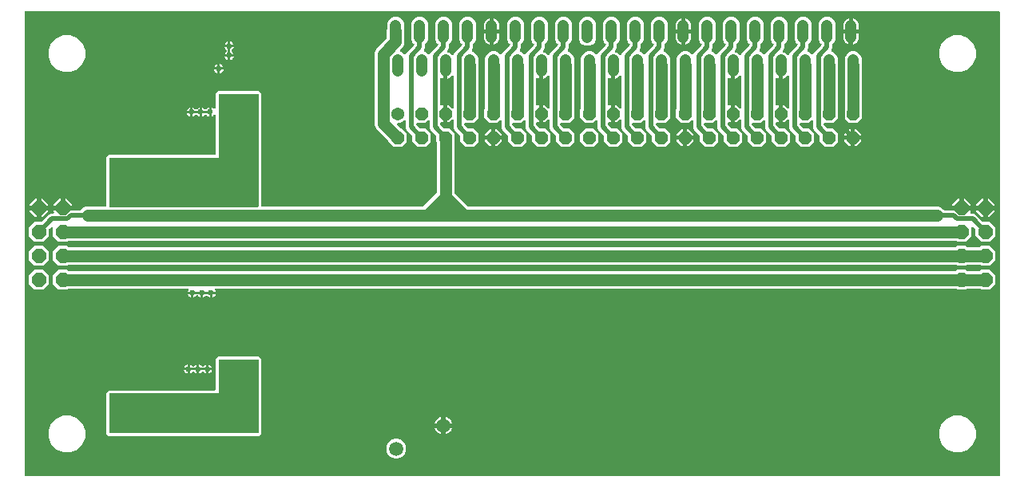
<source format=gbr>
G04 EAGLE Gerber RS-274X export*
G75*
%MOMM*%
%FSLAX34Y34*%
%LPD*%
%INBottom Copper*%
%IPPOS*%
%AMOC8*
5,1,8,0,0,1.08239X$1,22.5*%
G01*
%ADD10C,1.500000*%
%ADD11C,1.371600*%
%ADD12P,1.484606X8X22.500000*%
%ADD13P,1.649562X8X112.500000*%
%ADD14C,1.219200*%
%ADD15C,0.508000*%
%ADD16C,1.270000*%
%ADD17C,0.600000*%

G36*
X1035848Y3016D02*
X1035848Y3016D01*
X1035967Y3023D01*
X1036005Y3036D01*
X1036046Y3041D01*
X1036156Y3084D01*
X1036269Y3121D01*
X1036304Y3143D01*
X1036341Y3158D01*
X1036437Y3227D01*
X1036538Y3291D01*
X1036566Y3321D01*
X1036599Y3344D01*
X1036675Y3436D01*
X1036756Y3523D01*
X1036776Y3558D01*
X1036801Y3589D01*
X1036852Y3697D01*
X1036910Y3801D01*
X1036920Y3841D01*
X1036937Y3877D01*
X1036959Y3994D01*
X1036989Y4109D01*
X1036993Y4169D01*
X1036997Y4189D01*
X1036995Y4210D01*
X1036999Y4270D01*
X1036999Y495730D01*
X1036984Y495848D01*
X1036977Y495967D01*
X1036964Y496005D01*
X1036959Y496046D01*
X1036916Y496156D01*
X1036879Y496269D01*
X1036857Y496304D01*
X1036842Y496341D01*
X1036773Y496437D01*
X1036709Y496538D01*
X1036679Y496566D01*
X1036656Y496599D01*
X1036564Y496675D01*
X1036477Y496756D01*
X1036442Y496776D01*
X1036411Y496801D01*
X1036303Y496852D01*
X1036199Y496910D01*
X1036159Y496920D01*
X1036123Y496937D01*
X1036006Y496959D01*
X1035891Y496989D01*
X1035831Y496993D01*
X1035811Y496997D01*
X1035790Y496995D01*
X1035730Y496999D01*
X4270Y496999D01*
X4152Y496984D01*
X4033Y496977D01*
X3995Y496964D01*
X3954Y496959D01*
X3844Y496916D01*
X3731Y496879D01*
X3696Y496857D01*
X3659Y496842D01*
X3563Y496773D01*
X3462Y496709D01*
X3434Y496679D01*
X3401Y496656D01*
X3325Y496564D01*
X3244Y496477D01*
X3224Y496442D01*
X3199Y496411D01*
X3148Y496303D01*
X3090Y496199D01*
X3080Y496159D01*
X3063Y496123D01*
X3041Y496006D01*
X3011Y495891D01*
X3007Y495831D01*
X3003Y495811D01*
X3005Y495790D01*
X3001Y495730D01*
X3001Y4270D01*
X3016Y4152D01*
X3023Y4033D01*
X3036Y3995D01*
X3041Y3954D01*
X3084Y3844D01*
X3121Y3731D01*
X3143Y3696D01*
X3158Y3659D01*
X3227Y3563D01*
X3291Y3462D01*
X3321Y3434D01*
X3344Y3401D01*
X3436Y3325D01*
X3523Y3244D01*
X3558Y3224D01*
X3589Y3199D01*
X3697Y3148D01*
X3801Y3090D01*
X3841Y3080D01*
X3877Y3063D01*
X3994Y3041D01*
X4109Y3011D01*
X4169Y3007D01*
X4189Y3003D01*
X4210Y3005D01*
X4270Y3001D01*
X1035730Y3001D01*
X1035848Y3016D01*
G37*
%LPC*%
G36*
X13901Y252079D02*
X13901Y252079D01*
X7679Y258301D01*
X7679Y267099D01*
X13901Y273321D01*
X20559Y273321D01*
X20657Y273333D01*
X20756Y273336D01*
X20815Y273353D01*
X20875Y273361D01*
X20967Y273397D01*
X21062Y273425D01*
X21114Y273455D01*
X21170Y273478D01*
X21250Y273536D01*
X21336Y273586D01*
X21411Y273652D01*
X21428Y273664D01*
X21436Y273674D01*
X21457Y273692D01*
X27140Y279376D01*
X28877Y281113D01*
X30914Y281957D01*
X33173Y281957D01*
X33311Y281974D01*
X33450Y281987D01*
X33469Y281994D01*
X33489Y281997D01*
X33618Y282048D01*
X33749Y282095D01*
X33766Y282106D01*
X33785Y282114D01*
X33897Y282195D01*
X34012Y282273D01*
X34025Y282289D01*
X34042Y282300D01*
X34131Y282408D01*
X34223Y282512D01*
X34232Y282530D01*
X34245Y282545D01*
X34304Y282671D01*
X34367Y282795D01*
X34372Y282815D01*
X34380Y282833D01*
X34406Y282969D01*
X34437Y283105D01*
X34436Y283126D01*
X34440Y283145D01*
X34431Y283284D01*
X34427Y283423D01*
X34421Y283443D01*
X34420Y283463D01*
X34378Y283595D01*
X34339Y283729D01*
X34328Y283746D01*
X34322Y283765D01*
X34248Y283883D01*
X34177Y284003D01*
X34159Y284024D01*
X34152Y284034D01*
X34137Y284048D01*
X34079Y284114D01*
X34079Y285561D01*
X42430Y285561D01*
X42548Y285576D01*
X42667Y285583D01*
X42705Y285596D01*
X42745Y285601D01*
X42856Y285644D01*
X42969Y285681D01*
X43003Y285703D01*
X43041Y285718D01*
X43137Y285788D01*
X43238Y285851D01*
X43266Y285881D01*
X43298Y285904D01*
X43374Y285996D01*
X43456Y286083D01*
X43475Y286118D01*
X43501Y286149D01*
X43552Y286257D01*
X43609Y286361D01*
X43620Y286401D01*
X43637Y286437D01*
X43659Y286554D01*
X43689Y286669D01*
X43693Y286729D01*
X43697Y286750D01*
X43695Y286770D01*
X43699Y286830D01*
X43699Y288101D01*
X43701Y288101D01*
X43701Y286830D01*
X43716Y286712D01*
X43723Y286593D01*
X43736Y286555D01*
X43741Y286514D01*
X43785Y286404D01*
X43821Y286291D01*
X43843Y286256D01*
X43858Y286219D01*
X43928Y286123D01*
X43991Y286022D01*
X44021Y285994D01*
X44045Y285961D01*
X44136Y285886D01*
X44223Y285804D01*
X44258Y285784D01*
X44290Y285759D01*
X44397Y285708D01*
X44502Y285650D01*
X44541Y285640D01*
X44577Y285623D01*
X44694Y285601D01*
X44809Y285571D01*
X44870Y285567D01*
X44890Y285563D01*
X44910Y285565D01*
X44970Y285561D01*
X54391Y285561D01*
X54429Y285551D01*
X54489Y285547D01*
X54509Y285543D01*
X54530Y285545D01*
X54590Y285541D01*
X61791Y285541D01*
X61889Y285553D01*
X61988Y285556D01*
X62046Y285573D01*
X62107Y285581D01*
X62199Y285617D01*
X62294Y285645D01*
X62346Y285675D01*
X62402Y285698D01*
X62482Y285756D01*
X62568Y285806D01*
X62643Y285872D01*
X62660Y285884D01*
X62667Y285894D01*
X62689Y285912D01*
X64703Y287927D01*
X68140Y289351D01*
X88460Y289351D01*
X88578Y289366D01*
X88697Y289373D01*
X88735Y289386D01*
X88776Y289391D01*
X88886Y289434D01*
X88999Y289471D01*
X89034Y289493D01*
X89071Y289508D01*
X89167Y289577D01*
X89268Y289641D01*
X89296Y289671D01*
X89329Y289694D01*
X89405Y289786D01*
X89486Y289873D01*
X89506Y289908D01*
X89531Y289939D01*
X89582Y290047D01*
X89640Y290151D01*
X89650Y290191D01*
X89667Y290227D01*
X89689Y290344D01*
X89719Y290459D01*
X89723Y290519D01*
X89727Y290539D01*
X89725Y290560D01*
X89729Y290620D01*
X89729Y341769D01*
X92231Y344271D01*
X204460Y344271D01*
X204578Y344286D01*
X204697Y344293D01*
X204735Y344306D01*
X204776Y344311D01*
X204886Y344354D01*
X204999Y344391D01*
X205034Y344413D01*
X205071Y344428D01*
X205167Y344497D01*
X205268Y344561D01*
X205296Y344591D01*
X205329Y344614D01*
X205405Y344706D01*
X205486Y344793D01*
X205506Y344828D01*
X205531Y344859D01*
X205582Y344967D01*
X205640Y345071D01*
X205650Y345111D01*
X205667Y345147D01*
X205689Y345264D01*
X205719Y345379D01*
X205723Y345439D01*
X205727Y345459D01*
X205725Y345480D01*
X205729Y345540D01*
X205729Y385593D01*
X205712Y385731D01*
X205699Y385869D01*
X205692Y385888D01*
X205689Y385908D01*
X205638Y386038D01*
X205591Y386169D01*
X205580Y386185D01*
X205572Y386204D01*
X205491Y386316D01*
X205413Y386432D01*
X205397Y386445D01*
X205386Y386462D01*
X205279Y386550D01*
X205174Y386642D01*
X205156Y386651D01*
X205141Y386664D01*
X205015Y386723D01*
X204891Y386787D01*
X204871Y386791D01*
X204853Y386800D01*
X204717Y386826D01*
X204581Y386856D01*
X204560Y386856D01*
X204541Y386860D01*
X204402Y386851D01*
X204263Y386847D01*
X204243Y386841D01*
X204223Y386840D01*
X204091Y386797D01*
X203957Y386758D01*
X203940Y386748D01*
X203921Y386742D01*
X203803Y386668D01*
X203683Y386597D01*
X203662Y386578D01*
X203652Y386572D01*
X203638Y386557D01*
X203562Y386490D01*
X203188Y386116D01*
X202369Y385568D01*
X201459Y385191D01*
X201269Y385154D01*
X201269Y390000D01*
X201269Y394846D01*
X201459Y394809D01*
X202369Y394432D01*
X203188Y393884D01*
X203562Y393510D01*
X203672Y393424D01*
X203779Y393336D01*
X203798Y393327D01*
X203814Y393315D01*
X203942Y393259D01*
X204067Y393200D01*
X204087Y393196D01*
X204106Y393188D01*
X204244Y393166D01*
X204380Y393140D01*
X204400Y393142D01*
X204420Y393138D01*
X204559Y393152D01*
X204697Y393160D01*
X204716Y393166D01*
X204736Y393168D01*
X204867Y393215D01*
X204999Y393258D01*
X205017Y393269D01*
X205036Y393276D01*
X205150Y393354D01*
X205268Y393428D01*
X205282Y393443D01*
X205299Y393454D01*
X205391Y393558D01*
X205486Y393660D01*
X205496Y393678D01*
X205509Y393693D01*
X205572Y393817D01*
X205640Y393938D01*
X205645Y393958D01*
X205654Y393976D01*
X205684Y394112D01*
X205719Y394246D01*
X205721Y394274D01*
X205724Y394286D01*
X205723Y394307D01*
X205729Y394407D01*
X205729Y409769D01*
X208231Y412271D01*
X251769Y412271D01*
X254271Y409769D01*
X254271Y290620D01*
X254286Y290502D01*
X254293Y290383D01*
X254306Y290345D01*
X254311Y290304D01*
X254354Y290194D01*
X254391Y290081D01*
X254413Y290046D01*
X254428Y290009D01*
X254497Y289913D01*
X254561Y289812D01*
X254591Y289784D01*
X254614Y289751D01*
X254706Y289675D01*
X254793Y289594D01*
X254828Y289574D01*
X254859Y289549D01*
X254967Y289498D01*
X255071Y289440D01*
X255111Y289430D01*
X255147Y289413D01*
X255264Y289391D01*
X255379Y289361D01*
X255439Y289357D01*
X255459Y289353D01*
X255480Y289355D01*
X255540Y289351D01*
X425001Y289351D01*
X425099Y289363D01*
X425198Y289366D01*
X425257Y289383D01*
X425317Y289391D01*
X425409Y289427D01*
X425504Y289455D01*
X425556Y289485D01*
X425612Y289508D01*
X425692Y289566D01*
X425778Y289616D01*
X425853Y289682D01*
X425870Y289694D01*
X425877Y289704D01*
X425899Y289722D01*
X439678Y303501D01*
X439738Y303580D01*
X439806Y303652D01*
X439835Y303705D01*
X439872Y303753D01*
X439912Y303844D01*
X439960Y303930D01*
X439975Y303989D01*
X439999Y304045D01*
X440014Y304143D01*
X440039Y304238D01*
X440045Y304338D01*
X440049Y304359D01*
X440047Y304371D01*
X440049Y304399D01*
X440049Y357483D01*
X440037Y357581D01*
X440034Y357680D01*
X440017Y357738D01*
X440009Y357798D01*
X439973Y357890D01*
X439945Y357985D01*
X439915Y358038D01*
X439892Y358094D01*
X439834Y358174D01*
X439784Y358259D01*
X439718Y358335D01*
X439706Y358351D01*
X439696Y358359D01*
X439678Y358380D01*
X439541Y358516D01*
X439541Y364097D01*
X439529Y364195D01*
X439526Y364294D01*
X439509Y364353D01*
X439501Y364413D01*
X439465Y364505D01*
X439437Y364600D01*
X439407Y364652D01*
X439384Y364708D01*
X439326Y364789D01*
X439276Y364874D01*
X439210Y364949D01*
X439198Y364966D01*
X439188Y364974D01*
X439170Y364995D01*
X433527Y370637D01*
X432683Y372674D01*
X432683Y379677D01*
X432666Y379814D01*
X432653Y379953D01*
X432646Y379972D01*
X432643Y379992D01*
X432592Y380121D01*
X432545Y380252D01*
X432534Y380269D01*
X432526Y380288D01*
X432445Y380400D01*
X432367Y380515D01*
X432351Y380529D01*
X432340Y380545D01*
X432232Y380634D01*
X432128Y380726D01*
X432110Y380735D01*
X432095Y380748D01*
X431969Y380807D01*
X431845Y380871D01*
X431825Y380875D01*
X431807Y380884D01*
X431671Y380910D01*
X431535Y380940D01*
X431514Y380940D01*
X431495Y380943D01*
X431356Y380935D01*
X431217Y380931D01*
X431197Y380925D01*
X431177Y380924D01*
X431045Y380881D01*
X430911Y380842D01*
X430894Y380832D01*
X430875Y380826D01*
X430757Y380751D01*
X430637Y380681D01*
X430616Y380662D01*
X430606Y380655D01*
X430592Y380640D01*
X430517Y380574D01*
X428084Y378141D01*
X419634Y378141D01*
X419516Y378126D01*
X419397Y378119D01*
X419359Y378106D01*
X419318Y378101D01*
X419208Y378058D01*
X419095Y378021D01*
X419060Y377999D01*
X419023Y377984D01*
X418927Y377915D01*
X418826Y377851D01*
X418798Y377821D01*
X418765Y377798D01*
X418689Y377706D01*
X418608Y377619D01*
X418588Y377584D01*
X418563Y377553D01*
X418512Y377445D01*
X418454Y377341D01*
X418444Y377301D01*
X418427Y377265D01*
X418405Y377148D01*
X418375Y377033D01*
X418371Y376973D01*
X418367Y376953D01*
X418369Y376932D01*
X418365Y376872D01*
X418365Y376597D01*
X418377Y376499D01*
X418380Y376400D01*
X418397Y376341D01*
X418405Y376281D01*
X418441Y376189D01*
X418469Y376094D01*
X418499Y376042D01*
X418522Y375986D01*
X418580Y375906D01*
X418630Y375820D01*
X418696Y375745D01*
X418708Y375728D01*
X418718Y375720D01*
X418736Y375699D01*
X421605Y372830D01*
X421684Y372770D01*
X421756Y372702D01*
X421809Y372673D01*
X421857Y372636D01*
X421948Y372596D01*
X422034Y372548D01*
X422093Y372533D01*
X422148Y372509D01*
X422246Y372494D01*
X422342Y372469D01*
X422442Y372463D01*
X422463Y372459D01*
X422475Y372461D01*
X422503Y372459D01*
X428084Y372459D01*
X433859Y366684D01*
X433859Y358516D01*
X428084Y352741D01*
X419916Y352741D01*
X414141Y358516D01*
X414141Y364097D01*
X414129Y364195D01*
X414126Y364294D01*
X414109Y364353D01*
X414101Y364413D01*
X414065Y364505D01*
X414037Y364600D01*
X414007Y364652D01*
X413984Y364708D01*
X413926Y364788D01*
X413876Y364874D01*
X413810Y364949D01*
X413798Y364966D01*
X413788Y364974D01*
X413770Y364995D01*
X408127Y370637D01*
X407283Y372674D01*
X407283Y379677D01*
X407266Y379815D01*
X407253Y379953D01*
X407246Y379972D01*
X407243Y379992D01*
X407192Y380121D01*
X407145Y380252D01*
X407134Y380269D01*
X407126Y380288D01*
X407045Y380400D01*
X406967Y380515D01*
X406951Y380529D01*
X406940Y380545D01*
X406832Y380634D01*
X406728Y380726D01*
X406710Y380735D01*
X406695Y380748D01*
X406569Y380807D01*
X406445Y380871D01*
X406425Y380875D01*
X406407Y380884D01*
X406270Y380910D01*
X406135Y380940D01*
X406114Y380940D01*
X406095Y380943D01*
X405956Y380935D01*
X405817Y380931D01*
X405797Y380925D01*
X405777Y380924D01*
X405645Y380881D01*
X405511Y380842D01*
X405494Y380832D01*
X405475Y380826D01*
X405357Y380751D01*
X405237Y380681D01*
X405216Y380662D01*
X405206Y380655D01*
X405192Y380640D01*
X405117Y380574D01*
X404185Y379642D01*
X400561Y378141D01*
X399347Y378141D01*
X399209Y378124D01*
X399071Y378111D01*
X399051Y378104D01*
X399031Y378101D01*
X398902Y378050D01*
X398771Y378003D01*
X398754Y377992D01*
X398736Y377984D01*
X398623Y377903D01*
X398508Y377825D01*
X398495Y377809D01*
X398478Y377798D01*
X398390Y377690D01*
X398298Y377586D01*
X398288Y377568D01*
X398276Y377553D01*
X398216Y377427D01*
X398153Y377303D01*
X398149Y377283D01*
X398140Y377265D01*
X398114Y377129D01*
X398083Y376993D01*
X398084Y376972D01*
X398080Y376953D01*
X398089Y376814D01*
X398093Y376675D01*
X398099Y376655D01*
X398100Y376635D01*
X398143Y376503D01*
X398181Y376369D01*
X398192Y376352D01*
X398198Y376333D01*
X398273Y376215D01*
X398343Y376095D01*
X398362Y376074D01*
X398368Y376064D01*
X398383Y376050D01*
X398449Y375975D01*
X401593Y372830D01*
X401672Y372770D01*
X401744Y372702D01*
X401797Y372673D01*
X401845Y372636D01*
X401936Y372596D01*
X402022Y372548D01*
X402081Y372533D01*
X402137Y372509D01*
X402235Y372494D01*
X402330Y372469D01*
X402430Y372463D01*
X402451Y372459D01*
X402463Y372461D01*
X402491Y372459D01*
X402684Y372459D01*
X408459Y366684D01*
X408459Y358516D01*
X402684Y352741D01*
X394516Y352741D01*
X388741Y358516D01*
X388741Y358709D01*
X388729Y358807D01*
X388726Y358906D01*
X388709Y358964D01*
X388701Y359025D01*
X388665Y359117D01*
X388637Y359212D01*
X388607Y359264D01*
X388584Y359320D01*
X388526Y359400D01*
X388476Y359486D01*
X388410Y359561D01*
X388398Y359578D01*
X388388Y359585D01*
X388370Y359607D01*
X375687Y372289D01*
X374263Y375726D01*
X374263Y453253D01*
X375687Y456690D01*
X386878Y467880D01*
X386938Y467959D01*
X387006Y468031D01*
X387035Y468084D01*
X387072Y468132D01*
X387112Y468223D01*
X387160Y468309D01*
X387175Y468368D01*
X387199Y468424D01*
X387214Y468522D01*
X387239Y468617D01*
X387245Y468717D01*
X387249Y468738D01*
X387247Y468750D01*
X387249Y468778D01*
X387249Y477360D01*
X387407Y477740D01*
X387409Y477749D01*
X387414Y477757D01*
X387451Y477902D01*
X387491Y478047D01*
X387491Y478056D01*
X387493Y478065D01*
X387503Y478226D01*
X387503Y483405D01*
X388888Y486749D01*
X391447Y489308D01*
X394791Y490693D01*
X398409Y490693D01*
X401753Y489308D01*
X404312Y486749D01*
X405697Y483405D01*
X405697Y478226D01*
X405698Y478216D01*
X405697Y478207D01*
X405718Y478059D01*
X405737Y477910D01*
X405740Y477901D01*
X405741Y477892D01*
X405793Y477740D01*
X405951Y477360D01*
X405951Y462519D01*
X404527Y459082D01*
X401419Y455974D01*
X401389Y455935D01*
X401352Y455901D01*
X401292Y455810D01*
X401224Y455723D01*
X401204Y455677D01*
X401177Y455636D01*
X401141Y455532D01*
X401098Y455431D01*
X401090Y455382D01*
X401074Y455335D01*
X401065Y455226D01*
X401048Y455117D01*
X401053Y455067D01*
X401049Y455018D01*
X401067Y454910D01*
X401078Y454800D01*
X401095Y454753D01*
X401103Y454705D01*
X401148Y454604D01*
X401185Y454501D01*
X401213Y454460D01*
X401234Y454415D01*
X401302Y454329D01*
X401364Y454238D01*
X401401Y454205D01*
X401432Y454166D01*
X401520Y454100D01*
X401602Y454027D01*
X401647Y454005D01*
X401686Y453975D01*
X401831Y453904D01*
X403753Y453108D01*
X405548Y451313D01*
X405587Y451283D01*
X405620Y451246D01*
X405712Y451185D01*
X405799Y451118D01*
X405845Y451098D01*
X405886Y451071D01*
X405990Y451035D01*
X406091Y450992D01*
X406140Y450984D01*
X406187Y450968D01*
X406296Y450959D01*
X406405Y450942D01*
X406454Y450947D01*
X406504Y450943D01*
X406612Y450961D01*
X406722Y450972D01*
X406768Y450988D01*
X406817Y450997D01*
X406917Y451042D01*
X407021Y451079D01*
X407062Y451107D01*
X407107Y451128D01*
X407193Y451196D01*
X407284Y451258D01*
X407317Y451295D01*
X407356Y451326D01*
X407422Y451414D01*
X407494Y451496D01*
X407517Y451541D01*
X407547Y451580D01*
X407618Y451725D01*
X408127Y452953D01*
X415959Y460785D01*
X416032Y460880D01*
X416111Y460969D01*
X416129Y461005D01*
X416154Y461037D01*
X416201Y461146D01*
X416255Y461252D01*
X416264Y461291D01*
X416280Y461329D01*
X416299Y461446D01*
X416325Y461562D01*
X416324Y461603D01*
X416330Y461643D01*
X416319Y461761D01*
X416315Y461880D01*
X416304Y461919D01*
X416300Y461959D01*
X416260Y462071D01*
X416227Y462186D01*
X416206Y462220D01*
X416193Y462259D01*
X416126Y462357D01*
X416065Y462460D01*
X416025Y462505D01*
X416014Y462522D01*
X415999Y462535D01*
X415959Y462580D01*
X414288Y464251D01*
X412903Y467595D01*
X412903Y483405D01*
X414288Y486749D01*
X416847Y489308D01*
X420191Y490693D01*
X423809Y490693D01*
X427153Y489308D01*
X429712Y486749D01*
X431097Y483405D01*
X431097Y467595D01*
X429712Y464251D01*
X427912Y462452D01*
X427852Y462374D01*
X427784Y462301D01*
X427755Y462248D01*
X427718Y462201D01*
X427678Y462110D01*
X427630Y462023D01*
X427615Y461964D01*
X427591Y461909D01*
X427576Y461811D01*
X427551Y461715D01*
X427545Y461615D01*
X427541Y461595D01*
X427543Y461582D01*
X427541Y461554D01*
X427541Y457889D01*
X426666Y455777D01*
X426624Y455723D01*
X426604Y455677D01*
X426577Y455636D01*
X426541Y455532D01*
X426498Y455431D01*
X426490Y455382D01*
X426474Y455335D01*
X426465Y455226D01*
X426448Y455117D01*
X426453Y455067D01*
X426449Y455018D01*
X426467Y454910D01*
X426478Y454800D01*
X426495Y454753D01*
X426503Y454705D01*
X426548Y454604D01*
X426585Y454501D01*
X426613Y454460D01*
X426634Y454415D01*
X426702Y454329D01*
X426764Y454238D01*
X426801Y454205D01*
X426832Y454166D01*
X426920Y454100D01*
X427002Y454027D01*
X427047Y454005D01*
X427086Y453975D01*
X427231Y453904D01*
X429153Y453108D01*
X430948Y451313D01*
X430987Y451282D01*
X431020Y451246D01*
X431112Y451185D01*
X431199Y451118D01*
X431245Y451098D01*
X431286Y451071D01*
X431390Y451035D01*
X431491Y450992D01*
X431540Y450984D01*
X431587Y450968D01*
X431696Y450959D01*
X431805Y450942D01*
X431855Y450947D01*
X431904Y450943D01*
X432012Y450961D01*
X432122Y450972D01*
X432168Y450988D01*
X432217Y450997D01*
X432318Y451042D01*
X432421Y451079D01*
X432462Y451107D01*
X432507Y451128D01*
X432593Y451196D01*
X432684Y451258D01*
X432717Y451295D01*
X432756Y451326D01*
X432822Y451414D01*
X432894Y451496D01*
X432917Y451541D01*
X432947Y451580D01*
X433018Y451725D01*
X433527Y452953D01*
X441359Y460785D01*
X441432Y460880D01*
X441511Y460969D01*
X441529Y461005D01*
X441554Y461037D01*
X441601Y461146D01*
X441655Y461252D01*
X441664Y461291D01*
X441680Y461329D01*
X441699Y461446D01*
X441725Y461562D01*
X441724Y461603D01*
X441730Y461643D01*
X441719Y461761D01*
X441715Y461880D01*
X441704Y461919D01*
X441700Y461959D01*
X441660Y462071D01*
X441627Y462186D01*
X441606Y462220D01*
X441593Y462259D01*
X441526Y462357D01*
X441465Y462460D01*
X441425Y462505D01*
X441414Y462522D01*
X441399Y462535D01*
X441359Y462580D01*
X439688Y464251D01*
X438303Y467595D01*
X438303Y483405D01*
X439688Y486749D01*
X442247Y489308D01*
X445591Y490693D01*
X449209Y490693D01*
X452553Y489308D01*
X455112Y486749D01*
X456497Y483405D01*
X456497Y467595D01*
X455112Y464251D01*
X453312Y462452D01*
X453252Y462374D01*
X453184Y462301D01*
X453155Y462248D01*
X453118Y462201D01*
X453078Y462110D01*
X453030Y462023D01*
X453015Y461964D01*
X452991Y461909D01*
X452976Y461811D01*
X452951Y461715D01*
X452945Y461615D01*
X452941Y461595D01*
X452943Y461582D01*
X452941Y461554D01*
X452941Y457889D01*
X452097Y455852D01*
X451454Y455209D01*
X451423Y455170D01*
X451386Y455136D01*
X451326Y455044D01*
X451259Y454957D01*
X451239Y454912D01*
X451212Y454870D01*
X451176Y454767D01*
X451132Y454666D01*
X451125Y454616D01*
X451108Y454570D01*
X451100Y454460D01*
X451082Y454352D01*
X451087Y454302D01*
X451083Y454252D01*
X451102Y454144D01*
X451112Y454035D01*
X451129Y453988D01*
X451138Y453939D01*
X451183Y453839D01*
X451220Y453736D01*
X451248Y453695D01*
X451268Y453649D01*
X451337Y453563D01*
X451398Y453472D01*
X451436Y453440D01*
X451467Y453401D01*
X451555Y453335D01*
X451637Y453262D01*
X451681Y453239D01*
X451721Y453210D01*
X451865Y453139D01*
X453235Y452571D01*
X454561Y451685D01*
X455689Y450557D01*
X455759Y450453D01*
X455827Y450375D01*
X455888Y450290D01*
X455931Y450255D01*
X455967Y450213D01*
X456053Y450154D01*
X456133Y450087D01*
X456183Y450064D01*
X456229Y450032D01*
X456327Y449996D01*
X456421Y449952D01*
X456475Y449941D01*
X456527Y449922D01*
X456631Y449911D01*
X456734Y449892D01*
X456788Y449895D01*
X456843Y449890D01*
X456947Y449905D01*
X457051Y449912D01*
X457103Y449928D01*
X457158Y449937D01*
X457254Y449977D01*
X457353Y450010D01*
X457400Y450039D01*
X457451Y450060D01*
X457534Y450124D01*
X457622Y450180D01*
X457660Y450220D01*
X457704Y450253D01*
X457768Y450335D01*
X457840Y450411D01*
X457867Y450460D01*
X457901Y450503D01*
X457928Y450565D01*
X457958Y450624D01*
X457994Y450690D01*
X458001Y450718D01*
X458927Y452953D01*
X466759Y460785D01*
X466832Y460880D01*
X466911Y460969D01*
X466929Y461005D01*
X466954Y461037D01*
X467001Y461146D01*
X467055Y461252D01*
X467064Y461291D01*
X467080Y461329D01*
X467099Y461446D01*
X467125Y461562D01*
X467124Y461603D01*
X467130Y461643D01*
X467119Y461761D01*
X467115Y461880D01*
X467104Y461919D01*
X467100Y461959D01*
X467060Y462071D01*
X467027Y462186D01*
X467006Y462220D01*
X466993Y462259D01*
X466926Y462357D01*
X466865Y462460D01*
X466825Y462505D01*
X466814Y462522D01*
X466799Y462535D01*
X466759Y462580D01*
X465088Y464251D01*
X463703Y467595D01*
X463703Y483405D01*
X465088Y486749D01*
X467647Y489308D01*
X470991Y490693D01*
X474609Y490693D01*
X477953Y489308D01*
X480512Y486749D01*
X481897Y483405D01*
X481897Y467595D01*
X480512Y464251D01*
X478712Y462452D01*
X478652Y462374D01*
X478584Y462301D01*
X478555Y462248D01*
X478518Y462201D01*
X478478Y462110D01*
X478430Y462023D01*
X478415Y461964D01*
X478391Y461909D01*
X478376Y461811D01*
X478351Y461715D01*
X478345Y461615D01*
X478341Y461595D01*
X478343Y461582D01*
X478341Y461554D01*
X478341Y457889D01*
X477466Y455777D01*
X477424Y455723D01*
X477404Y455677D01*
X477377Y455636D01*
X477341Y455532D01*
X477298Y455431D01*
X477290Y455382D01*
X477274Y455335D01*
X477265Y455226D01*
X477248Y455117D01*
X477253Y455067D01*
X477249Y455018D01*
X477267Y454910D01*
X477278Y454800D01*
X477295Y454753D01*
X477303Y454705D01*
X477348Y454604D01*
X477385Y454501D01*
X477413Y454460D01*
X477434Y454415D01*
X477502Y454329D01*
X477564Y454238D01*
X477601Y454205D01*
X477632Y454166D01*
X477720Y454100D01*
X477802Y454027D01*
X477847Y454005D01*
X477886Y453975D01*
X478031Y453904D01*
X479953Y453108D01*
X482512Y450549D01*
X483897Y447205D01*
X483897Y442026D01*
X483898Y442016D01*
X483897Y442007D01*
X483918Y441859D01*
X483937Y441710D01*
X483940Y441701D01*
X483941Y441692D01*
X483993Y441540D01*
X484151Y441160D01*
X484151Y393117D01*
X484163Y393019D01*
X484166Y392920D01*
X484183Y392862D01*
X484191Y392802D01*
X484227Y392710D01*
X484255Y392615D01*
X484285Y392562D01*
X484308Y392506D01*
X484366Y392426D01*
X484416Y392341D01*
X484482Y392265D01*
X484494Y392249D01*
X484504Y392241D01*
X484522Y392220D01*
X484659Y392084D01*
X484659Y383916D01*
X478884Y378141D01*
X470434Y378141D01*
X470316Y378126D01*
X470197Y378119D01*
X470159Y378106D01*
X470118Y378101D01*
X470008Y378058D01*
X469895Y378021D01*
X469860Y377999D01*
X469823Y377984D01*
X469727Y377915D01*
X469626Y377851D01*
X469598Y377821D01*
X469565Y377798D01*
X469489Y377706D01*
X469408Y377619D01*
X469388Y377584D01*
X469363Y377553D01*
X469312Y377445D01*
X469254Y377341D01*
X469244Y377301D01*
X469227Y377265D01*
X469205Y377148D01*
X469175Y377033D01*
X469171Y376973D01*
X469167Y376953D01*
X469169Y376932D01*
X469165Y376872D01*
X469165Y376597D01*
X469177Y376499D01*
X469180Y376400D01*
X469197Y376341D01*
X469205Y376281D01*
X469241Y376189D01*
X469269Y376094D01*
X469299Y376042D01*
X469322Y375986D01*
X469380Y375906D01*
X469430Y375820D01*
X469496Y375745D01*
X469508Y375728D01*
X469518Y375720D01*
X469536Y375699D01*
X472405Y372830D01*
X472484Y372770D01*
X472556Y372702D01*
X472609Y372673D01*
X472657Y372636D01*
X472748Y372596D01*
X472834Y372548D01*
X472893Y372533D01*
X472948Y372509D01*
X473046Y372494D01*
X473142Y372469D01*
X473242Y372463D01*
X473263Y372459D01*
X473275Y372461D01*
X473303Y372459D01*
X478884Y372459D01*
X484659Y366684D01*
X484659Y358516D01*
X478884Y352741D01*
X470716Y352741D01*
X464941Y358516D01*
X464941Y364097D01*
X464929Y364195D01*
X464926Y364294D01*
X464909Y364353D01*
X464901Y364413D01*
X464865Y364505D01*
X464837Y364600D01*
X464807Y364652D01*
X464784Y364708D01*
X464726Y364788D01*
X464676Y364874D01*
X464610Y364949D01*
X464598Y364966D01*
X464588Y364974D01*
X464570Y364995D01*
X458927Y370637D01*
X458083Y372674D01*
X458083Y381091D01*
X458066Y381228D01*
X458053Y381367D01*
X458046Y381386D01*
X458043Y381406D01*
X457992Y381535D01*
X457945Y381667D01*
X457934Y381683D01*
X457926Y381702D01*
X457845Y381815D01*
X457767Y381930D01*
X457751Y381943D01*
X457740Y381959D01*
X457632Y382048D01*
X457528Y382140D01*
X457510Y382149D01*
X457495Y382162D01*
X457369Y382222D01*
X457245Y382285D01*
X457225Y382289D01*
X457207Y382298D01*
X457071Y382324D01*
X456935Y382354D01*
X456914Y382354D01*
X456895Y382358D01*
X456756Y382349D01*
X456617Y382345D01*
X456597Y382339D01*
X456577Y382338D01*
X456445Y382295D01*
X456311Y382256D01*
X456294Y382246D01*
X456275Y382240D01*
X456157Y382165D01*
X456037Y382095D01*
X456016Y382076D01*
X456006Y382070D01*
X455992Y382055D01*
X455917Y381988D01*
X453069Y379141D01*
X451685Y379141D01*
X451685Y386984D01*
X451670Y387102D01*
X451663Y387221D01*
X451650Y387259D01*
X451645Y387299D01*
X451602Y387410D01*
X451565Y387523D01*
X451543Y387557D01*
X451528Y387595D01*
X451459Y387691D01*
X451395Y387792D01*
X451365Y387820D01*
X451342Y387852D01*
X451250Y387928D01*
X451170Y388003D01*
X451224Y388037D01*
X451252Y388067D01*
X451285Y388091D01*
X451361Y388182D01*
X451442Y388269D01*
X451462Y388304D01*
X451487Y388336D01*
X451538Y388443D01*
X451596Y388548D01*
X451606Y388587D01*
X451623Y388623D01*
X451645Y388740D01*
X451675Y388856D01*
X451679Y388916D01*
X451683Y388936D01*
X451681Y388956D01*
X451685Y389016D01*
X451685Y396859D01*
X453069Y396859D01*
X455917Y394012D01*
X456026Y393926D01*
X456133Y393838D01*
X456152Y393829D01*
X456168Y393817D01*
X456296Y393761D01*
X456421Y393702D01*
X456441Y393698D01*
X456460Y393690D01*
X456598Y393668D01*
X456734Y393642D01*
X456754Y393644D01*
X456774Y393640D01*
X456913Y393654D01*
X457051Y393662D01*
X457070Y393668D01*
X457090Y393670D01*
X457222Y393717D01*
X457353Y393760D01*
X457371Y393771D01*
X457390Y393778D01*
X457505Y393856D01*
X457622Y393930D01*
X457636Y393945D01*
X457653Y393956D01*
X457745Y394061D01*
X457840Y394162D01*
X457850Y394180D01*
X457863Y394195D01*
X457927Y394319D01*
X457994Y394440D01*
X457999Y394460D01*
X458008Y394478D01*
X458038Y394614D01*
X458073Y394748D01*
X458075Y394776D01*
X458078Y394788D01*
X458077Y394809D01*
X458083Y394909D01*
X458083Y427442D01*
X458070Y427545D01*
X458066Y427650D01*
X458050Y427702D01*
X458043Y427757D01*
X458005Y427854D01*
X457975Y427954D01*
X457947Y428002D01*
X457926Y428053D01*
X457865Y428137D01*
X457811Y428227D01*
X457772Y428266D01*
X457740Y428310D01*
X457659Y428377D01*
X457585Y428450D01*
X457537Y428478D01*
X457495Y428513D01*
X457400Y428557D01*
X457310Y428610D01*
X457257Y428625D01*
X457207Y428648D01*
X457104Y428668D01*
X457004Y428697D01*
X456949Y428698D01*
X456895Y428708D01*
X456790Y428702D01*
X456686Y428704D01*
X456632Y428692D01*
X456577Y428688D01*
X456478Y428656D01*
X456376Y428633D01*
X456327Y428607D01*
X456275Y428590D01*
X456186Y428535D01*
X456093Y428486D01*
X456052Y428450D01*
X456006Y428420D01*
X455934Y428344D01*
X455856Y428275D01*
X455803Y428205D01*
X455788Y428189D01*
X455781Y428175D01*
X455759Y428147D01*
X455689Y428043D01*
X454561Y426915D01*
X453235Y426029D01*
X451762Y425418D01*
X451431Y425353D01*
X451431Y438538D01*
X451416Y438656D01*
X451409Y438775D01*
X451396Y438813D01*
X451391Y438853D01*
X451348Y438964D01*
X451311Y439077D01*
X451289Y439111D01*
X451274Y439149D01*
X451205Y439245D01*
X451141Y439346D01*
X451111Y439374D01*
X451088Y439406D01*
X450996Y439482D01*
X450909Y439564D01*
X450874Y439583D01*
X450843Y439609D01*
X450735Y439660D01*
X450631Y439717D01*
X450591Y439727D01*
X450555Y439745D01*
X450438Y439767D01*
X450323Y439797D01*
X450263Y439801D01*
X450243Y439804D01*
X450222Y439803D01*
X450162Y439807D01*
X448638Y439807D01*
X448520Y439792D01*
X448401Y439785D01*
X448363Y439772D01*
X448322Y439767D01*
X448212Y439723D01*
X448099Y439687D01*
X448064Y439665D01*
X448027Y439650D01*
X447930Y439580D01*
X447830Y439517D01*
X447802Y439487D01*
X447769Y439463D01*
X447693Y439372D01*
X447612Y439285D01*
X447592Y439250D01*
X447567Y439218D01*
X447516Y439111D01*
X447458Y439006D01*
X447448Y438967D01*
X447431Y438931D01*
X447409Y438814D01*
X447379Y438698D01*
X447375Y438638D01*
X447371Y438618D01*
X447373Y438598D01*
X447369Y438538D01*
X447369Y425353D01*
X447038Y425418D01*
X445520Y426047D01*
X445472Y426061D01*
X445427Y426082D01*
X445319Y426102D01*
X445213Y426131D01*
X445163Y426132D01*
X445114Y426142D01*
X445005Y426135D01*
X444895Y426136D01*
X444847Y426125D01*
X444797Y426122D01*
X444693Y426088D01*
X444586Y426062D01*
X444542Y426039D01*
X444495Y426024D01*
X444402Y425965D01*
X444305Y425914D01*
X444268Y425880D01*
X444226Y425854D01*
X444151Y425774D01*
X444069Y425700D01*
X444042Y425658D01*
X444008Y425622D01*
X443955Y425526D01*
X443895Y425434D01*
X443878Y425387D01*
X443854Y425343D01*
X443827Y425237D01*
X443791Y425133D01*
X443787Y425084D01*
X443775Y425036D01*
X443765Y424875D01*
X443765Y397957D01*
X443782Y397819D01*
X443795Y397681D01*
X443802Y397662D01*
X443805Y397642D01*
X443856Y397512D01*
X443903Y397381D01*
X443914Y397365D01*
X443922Y397346D01*
X444003Y397233D01*
X444081Y397118D01*
X444097Y397105D01*
X444108Y397089D01*
X444216Y397000D01*
X444320Y396908D01*
X444338Y396899D01*
X444353Y396886D01*
X444479Y396826D01*
X444603Y396763D01*
X444623Y396759D01*
X444641Y396750D01*
X444778Y396724D01*
X444913Y396694D01*
X444934Y396694D01*
X444953Y396690D01*
X445092Y396699D01*
X445231Y396703D01*
X445251Y396709D01*
X445271Y396710D01*
X445403Y396753D01*
X445537Y396792D01*
X445554Y396802D01*
X445573Y396808D01*
X445653Y396859D01*
X447115Y396859D01*
X447115Y389016D01*
X447130Y388898D01*
X447137Y388779D01*
X447149Y388741D01*
X447155Y388701D01*
X447198Y388590D01*
X447235Y388477D01*
X447257Y388443D01*
X447272Y388405D01*
X447341Y388309D01*
X447405Y388208D01*
X447435Y388180D01*
X447458Y388148D01*
X447550Y388072D01*
X447630Y387997D01*
X447576Y387963D01*
X447548Y387933D01*
X447515Y387909D01*
X447439Y387818D01*
X447358Y387731D01*
X447338Y387696D01*
X447313Y387664D01*
X447262Y387557D01*
X447204Y387452D01*
X447194Y387413D01*
X447177Y387377D01*
X447155Y387260D01*
X447125Y387144D01*
X447121Y387084D01*
X447117Y387064D01*
X447119Y387044D01*
X447115Y386984D01*
X447115Y379141D01*
X445667Y379141D01*
X445552Y379191D01*
X445427Y379250D01*
X445407Y379254D01*
X445388Y379262D01*
X445251Y379284D01*
X445114Y379310D01*
X445094Y379308D01*
X445074Y379312D01*
X444936Y379299D01*
X444797Y379290D01*
X444778Y379284D01*
X444758Y379282D01*
X444627Y379235D01*
X444495Y379192D01*
X444478Y379181D01*
X444458Y379174D01*
X444343Y379096D01*
X444226Y379022D01*
X444212Y379007D01*
X444195Y378996D01*
X444103Y378891D01*
X444008Y378790D01*
X443998Y378772D01*
X443985Y378757D01*
X443921Y378633D01*
X443854Y378512D01*
X443849Y378492D01*
X443840Y378474D01*
X443810Y378338D01*
X443775Y378204D01*
X443773Y378176D01*
X443770Y378164D01*
X443771Y378143D01*
X443765Y378043D01*
X443765Y376597D01*
X443777Y376499D01*
X443780Y376400D01*
X443797Y376341D01*
X443805Y376281D01*
X443841Y376189D01*
X443869Y376094D01*
X443899Y376042D01*
X443922Y375986D01*
X443980Y375906D01*
X444030Y375820D01*
X444096Y375745D01*
X444108Y375728D01*
X444118Y375720D01*
X444136Y375699D01*
X447005Y372830D01*
X447084Y372770D01*
X447156Y372702D01*
X447209Y372673D01*
X447257Y372636D01*
X447348Y372596D01*
X447434Y372548D01*
X447493Y372533D01*
X447548Y372509D01*
X447646Y372494D01*
X447742Y372469D01*
X447842Y372463D01*
X447862Y372459D01*
X447875Y372461D01*
X447903Y372459D01*
X453484Y372459D01*
X459259Y366684D01*
X459259Y358516D01*
X459122Y358380D01*
X459062Y358302D01*
X458994Y358230D01*
X458965Y358177D01*
X458928Y358129D01*
X458888Y358038D01*
X458840Y357951D01*
X458825Y357893D01*
X458801Y357837D01*
X458786Y357739D01*
X458761Y357643D01*
X458755Y357543D01*
X458751Y357523D01*
X458753Y357511D01*
X458751Y357483D01*
X458751Y304399D01*
X458763Y304301D01*
X458766Y304202D01*
X458783Y304144D01*
X458791Y304083D01*
X458827Y303991D01*
X458855Y303896D01*
X458885Y303844D01*
X458908Y303788D01*
X458966Y303708D01*
X459016Y303622D01*
X459082Y303547D01*
X459094Y303530D01*
X459104Y303523D01*
X459122Y303501D01*
X472901Y289722D01*
X472980Y289662D01*
X473052Y289594D01*
X473105Y289565D01*
X473153Y289528D01*
X473244Y289488D01*
X473330Y289440D01*
X473389Y289425D01*
X473445Y289401D01*
X473543Y289386D01*
X473638Y289361D01*
X473738Y289355D01*
X473759Y289351D01*
X473771Y289353D01*
X473799Y289351D01*
X971860Y289351D01*
X975297Y287927D01*
X977311Y285912D01*
X977390Y285852D01*
X977462Y285784D01*
X977515Y285755D01*
X977563Y285718D01*
X977654Y285678D01*
X977740Y285630D01*
X977799Y285615D01*
X977855Y285591D01*
X977953Y285576D01*
X978048Y285551D01*
X978148Y285545D01*
X978169Y285541D01*
X978181Y285543D01*
X978209Y285541D01*
X985410Y285541D01*
X985528Y285556D01*
X985610Y285561D01*
X995030Y285561D01*
X995148Y285576D01*
X995267Y285583D01*
X995305Y285596D01*
X995345Y285601D01*
X995456Y285644D01*
X995569Y285681D01*
X995603Y285703D01*
X995641Y285718D01*
X995737Y285788D01*
X995838Y285851D01*
X995866Y285881D01*
X995898Y285904D01*
X995974Y285996D01*
X996056Y286083D01*
X996075Y286118D01*
X996101Y286149D01*
X996152Y286257D01*
X996209Y286361D01*
X996220Y286401D01*
X996237Y286437D01*
X996259Y286554D01*
X996289Y286669D01*
X996293Y286729D01*
X996297Y286750D01*
X996295Y286770D01*
X996299Y286830D01*
X996299Y288101D01*
X996301Y288101D01*
X996301Y286830D01*
X996316Y286712D01*
X996323Y286593D01*
X996336Y286555D01*
X996341Y286514D01*
X996385Y286404D01*
X996421Y286291D01*
X996443Y286256D01*
X996458Y286219D01*
X996528Y286123D01*
X996591Y286022D01*
X996621Y285994D01*
X996645Y285961D01*
X996736Y285886D01*
X996823Y285804D01*
X996858Y285784D01*
X996890Y285759D01*
X996997Y285708D01*
X997102Y285650D01*
X997141Y285640D01*
X997177Y285623D01*
X997294Y285601D01*
X997409Y285571D01*
X997470Y285567D01*
X997490Y285563D01*
X997510Y285565D01*
X997570Y285561D01*
X1005921Y285561D01*
X1005921Y284113D01*
X1005844Y284014D01*
X1005755Y283907D01*
X1005747Y283888D01*
X1005734Y283872D01*
X1005679Y283745D01*
X1005620Y283619D01*
X1005616Y283599D01*
X1005608Y283580D01*
X1005586Y283443D01*
X1005560Y283306D01*
X1005561Y283286D01*
X1005558Y283266D01*
X1005571Y283128D01*
X1005580Y282989D01*
X1005586Y282970D01*
X1005588Y282950D01*
X1005635Y282818D01*
X1005678Y282687D01*
X1005689Y282670D01*
X1005695Y282650D01*
X1005774Y282535D01*
X1005848Y282418D01*
X1005863Y282404D01*
X1005874Y282387D01*
X1005978Y282295D01*
X1006080Y282200D01*
X1006097Y282190D01*
X1006112Y282177D01*
X1006237Y282113D01*
X1006358Y282046D01*
X1006378Y282041D01*
X1006396Y282032D01*
X1006532Y282002D01*
X1006666Y281967D01*
X1006694Y281965D01*
X1006706Y281962D01*
X1006726Y281963D01*
X1006827Y281957D01*
X1009086Y281957D01*
X1011123Y281113D01*
X1018543Y273692D01*
X1018622Y273632D01*
X1018694Y273564D01*
X1018747Y273535D01*
X1018795Y273498D01*
X1018886Y273458D01*
X1018972Y273410D01*
X1019031Y273395D01*
X1019086Y273371D01*
X1019184Y273356D01*
X1019280Y273331D01*
X1019380Y273325D01*
X1019401Y273321D01*
X1019413Y273323D01*
X1019441Y273321D01*
X1026099Y273321D01*
X1032321Y267099D01*
X1032321Y258301D01*
X1026099Y252079D01*
X1017301Y252079D01*
X1011079Y258301D01*
X1011079Y264959D01*
X1011067Y265057D01*
X1011064Y265156D01*
X1011047Y265215D01*
X1011039Y265275D01*
X1011003Y265367D01*
X1010975Y265462D01*
X1010945Y265514D01*
X1010922Y265570D01*
X1010864Y265650D01*
X1010814Y265736D01*
X1010748Y265811D01*
X1010736Y265828D01*
X1010726Y265836D01*
X1010708Y265857D01*
X1009087Y267477D01*
X1008978Y267562D01*
X1008871Y267651D01*
X1008852Y267659D01*
X1008836Y267672D01*
X1008708Y267727D01*
X1008583Y267786D01*
X1008563Y267790D01*
X1008544Y267798D01*
X1008406Y267820D01*
X1008270Y267846D01*
X1008250Y267845D01*
X1008230Y267848D01*
X1008091Y267835D01*
X1007953Y267826D01*
X1007934Y267820D01*
X1007914Y267818D01*
X1007782Y267771D01*
X1007651Y267728D01*
X1007633Y267717D01*
X1007614Y267710D01*
X1007499Y267632D01*
X1007382Y267558D01*
X1007368Y267543D01*
X1007351Y267532D01*
X1007259Y267428D01*
X1007164Y267326D01*
X1007154Y267309D01*
X1007141Y267293D01*
X1007077Y267169D01*
X1007010Y267048D01*
X1007005Y267028D01*
X1006996Y267010D01*
X1006966Y266874D01*
X1006931Y266740D01*
X1006929Y266712D01*
X1006926Y266700D01*
X1006927Y266679D01*
X1006921Y266579D01*
X1006921Y258301D01*
X1000699Y252079D01*
X991901Y252079D01*
X991003Y252978D01*
X990924Y253038D01*
X990852Y253106D01*
X990799Y253135D01*
X990751Y253172D01*
X990660Y253212D01*
X990574Y253260D01*
X990515Y253275D01*
X990459Y253299D01*
X990361Y253314D01*
X990266Y253339D01*
X990166Y253345D01*
X990145Y253349D01*
X990133Y253347D01*
X990105Y253349D01*
X49895Y253349D01*
X49797Y253337D01*
X49698Y253334D01*
X49639Y253317D01*
X49579Y253309D01*
X49487Y253273D01*
X49392Y253245D01*
X49340Y253215D01*
X49284Y253192D01*
X49204Y253134D01*
X49118Y253084D01*
X49043Y253018D01*
X49026Y253006D01*
X49019Y252996D01*
X48997Y252977D01*
X48099Y252079D01*
X39301Y252079D01*
X33079Y258301D01*
X33079Y266579D01*
X33062Y266717D01*
X33049Y266856D01*
X33042Y266875D01*
X33039Y266895D01*
X32988Y267024D01*
X32941Y267155D01*
X32930Y267172D01*
X32922Y267190D01*
X32841Y267303D01*
X32763Y267418D01*
X32747Y267431D01*
X32736Y267448D01*
X32628Y267537D01*
X32524Y267629D01*
X32506Y267638D01*
X32491Y267651D01*
X32365Y267710D01*
X32241Y267773D01*
X32221Y267778D01*
X32203Y267786D01*
X32067Y267812D01*
X31931Y267843D01*
X31910Y267842D01*
X31891Y267846D01*
X31752Y267837D01*
X31613Y267833D01*
X31593Y267827D01*
X31573Y267826D01*
X31441Y267783D01*
X31307Y267745D01*
X31290Y267734D01*
X31271Y267728D01*
X31153Y267654D01*
X31033Y267583D01*
X31012Y267565D01*
X31002Y267558D01*
X30988Y267543D01*
X30913Y267477D01*
X29292Y265857D01*
X29232Y265778D01*
X29164Y265706D01*
X29135Y265653D01*
X29098Y265605D01*
X29058Y265514D01*
X29010Y265428D01*
X28995Y265369D01*
X28971Y265314D01*
X28956Y265216D01*
X28931Y265120D01*
X28925Y265020D01*
X28921Y265000D01*
X28923Y264987D01*
X28921Y264959D01*
X28921Y258301D01*
X22699Y252079D01*
X13901Y252079D01*
G37*
%LPD*%
%LPC*%
G36*
X201000Y199269D02*
X201000Y199269D01*
X191000Y199269D01*
X181000Y199269D01*
X176154Y199269D01*
X176191Y199459D01*
X176568Y200369D01*
X176706Y200575D01*
X176713Y200588D01*
X176722Y200599D01*
X176784Y200730D01*
X176848Y200859D01*
X176851Y200874D01*
X176858Y200887D01*
X176885Y201029D01*
X176915Y201170D01*
X176915Y201185D01*
X176918Y201200D01*
X176909Y201343D01*
X176903Y201488D01*
X176899Y201502D01*
X176898Y201517D01*
X176853Y201654D01*
X176812Y201793D01*
X176804Y201805D01*
X176800Y201819D01*
X176722Y201942D01*
X176648Y202065D01*
X176638Y202076D01*
X176630Y202088D01*
X176524Y202187D01*
X176422Y202288D01*
X176409Y202296D01*
X176398Y202306D01*
X176272Y202376D01*
X176147Y202448D01*
X176132Y202452D01*
X176119Y202460D01*
X175980Y202496D01*
X175841Y202535D01*
X175826Y202535D01*
X175812Y202539D01*
X175651Y202549D01*
X49895Y202549D01*
X49797Y202537D01*
X49698Y202534D01*
X49639Y202517D01*
X49579Y202509D01*
X49487Y202473D01*
X49392Y202445D01*
X49340Y202415D01*
X49284Y202392D01*
X49204Y202334D01*
X49118Y202284D01*
X49043Y202218D01*
X49026Y202206D01*
X49019Y202196D01*
X48997Y202177D01*
X48099Y201279D01*
X39301Y201279D01*
X33079Y207501D01*
X33079Y216299D01*
X39301Y222521D01*
X48099Y222521D01*
X48997Y221623D01*
X49076Y221562D01*
X49148Y221494D01*
X49201Y221465D01*
X49249Y221428D01*
X49340Y221388D01*
X49426Y221340D01*
X49485Y221325D01*
X49541Y221301D01*
X49639Y221286D01*
X49734Y221261D01*
X49834Y221255D01*
X49855Y221251D01*
X49867Y221253D01*
X49895Y221251D01*
X990105Y221251D01*
X990203Y221263D01*
X990302Y221266D01*
X990360Y221283D01*
X990421Y221291D01*
X990513Y221327D01*
X990608Y221355D01*
X990660Y221385D01*
X990716Y221408D01*
X990796Y221466D01*
X990882Y221516D01*
X990957Y221582D01*
X990974Y221594D01*
X990981Y221604D01*
X991003Y221622D01*
X991901Y222521D01*
X1000699Y222521D01*
X1001597Y221622D01*
X1001676Y221562D01*
X1001748Y221494D01*
X1001801Y221465D01*
X1001849Y221428D01*
X1001940Y221388D01*
X1002026Y221340D01*
X1002085Y221325D01*
X1002141Y221301D01*
X1002239Y221286D01*
X1002334Y221261D01*
X1002434Y221255D01*
X1002455Y221251D01*
X1002467Y221253D01*
X1002495Y221251D01*
X1015505Y221251D01*
X1015603Y221263D01*
X1015702Y221266D01*
X1015761Y221283D01*
X1015821Y221291D01*
X1015913Y221327D01*
X1016008Y221355D01*
X1016060Y221385D01*
X1016116Y221408D01*
X1016196Y221466D01*
X1016282Y221516D01*
X1016357Y221582D01*
X1016374Y221594D01*
X1016381Y221604D01*
X1016403Y221623D01*
X1017301Y222521D01*
X1026099Y222521D01*
X1032321Y216299D01*
X1032321Y207501D01*
X1026099Y201279D01*
X1017301Y201279D01*
X1016403Y202177D01*
X1016324Y202238D01*
X1016252Y202306D01*
X1016199Y202335D01*
X1016151Y202372D01*
X1016060Y202412D01*
X1015974Y202460D01*
X1015915Y202475D01*
X1015859Y202499D01*
X1015761Y202514D01*
X1015666Y202539D01*
X1015566Y202545D01*
X1015545Y202549D01*
X1015533Y202547D01*
X1015505Y202549D01*
X1002495Y202549D01*
X1002397Y202537D01*
X1002298Y202534D01*
X1002240Y202517D01*
X1002179Y202509D01*
X1002087Y202473D01*
X1001992Y202445D01*
X1001940Y202415D01*
X1001884Y202392D01*
X1001804Y202334D01*
X1001718Y202284D01*
X1001643Y202218D01*
X1001626Y202206D01*
X1001619Y202196D01*
X1001597Y202178D01*
X1000699Y201279D01*
X991901Y201279D01*
X991003Y202178D01*
X990924Y202238D01*
X990852Y202306D01*
X990799Y202335D01*
X990751Y202372D01*
X990660Y202412D01*
X990574Y202460D01*
X990515Y202475D01*
X990459Y202499D01*
X990361Y202514D01*
X990266Y202539D01*
X990166Y202545D01*
X990145Y202549D01*
X990133Y202547D01*
X990105Y202549D01*
X206349Y202549D01*
X206335Y202547D01*
X206320Y202549D01*
X206177Y202527D01*
X206034Y202509D01*
X206020Y202504D01*
X206005Y202502D01*
X205872Y202445D01*
X205738Y202392D01*
X205726Y202384D01*
X205712Y202378D01*
X205597Y202290D01*
X205481Y202206D01*
X205471Y202194D01*
X205459Y202185D01*
X205370Y202072D01*
X205278Y201961D01*
X205272Y201947D01*
X205262Y201936D01*
X205204Y201803D01*
X205142Y201673D01*
X205140Y201658D01*
X205134Y201645D01*
X205110Y201502D01*
X205083Y201361D01*
X205083Y201346D01*
X205081Y201331D01*
X205093Y201187D01*
X205102Y201043D01*
X205107Y201029D01*
X205108Y201014D01*
X205156Y200878D01*
X205200Y200741D01*
X205208Y200728D01*
X205213Y200714D01*
X205294Y200575D01*
X205432Y200369D01*
X205809Y199459D01*
X205846Y199269D01*
X201000Y199269D01*
X201000Y199269D01*
G37*
%LPD*%
%LPC*%
G36*
X39301Y226679D02*
X39301Y226679D01*
X33079Y232901D01*
X33079Y241699D01*
X39301Y247921D01*
X48099Y247921D01*
X48997Y247023D01*
X49076Y246962D01*
X49148Y246894D01*
X49201Y246865D01*
X49249Y246828D01*
X49340Y246788D01*
X49426Y246740D01*
X49485Y246725D01*
X49541Y246701D01*
X49639Y246686D01*
X49734Y246661D01*
X49834Y246655D01*
X49855Y246651D01*
X49867Y246653D01*
X49895Y246651D01*
X990105Y246651D01*
X990203Y246663D01*
X990302Y246666D01*
X990360Y246683D01*
X990421Y246691D01*
X990513Y246727D01*
X990608Y246755D01*
X990660Y246785D01*
X990716Y246808D01*
X990796Y246866D01*
X990882Y246916D01*
X990957Y246982D01*
X990974Y246994D01*
X990981Y247004D01*
X991003Y247022D01*
X991901Y247921D01*
X1000699Y247921D01*
X1001597Y247022D01*
X1001676Y246962D01*
X1001748Y246894D01*
X1001801Y246865D01*
X1001849Y246828D01*
X1001940Y246788D01*
X1002026Y246740D01*
X1002085Y246725D01*
X1002141Y246701D01*
X1002239Y246686D01*
X1002334Y246661D01*
X1002434Y246655D01*
X1002455Y246651D01*
X1002467Y246653D01*
X1002495Y246651D01*
X1015505Y246651D01*
X1015603Y246663D01*
X1015702Y246666D01*
X1015761Y246683D01*
X1015821Y246691D01*
X1015913Y246727D01*
X1016008Y246755D01*
X1016060Y246785D01*
X1016116Y246808D01*
X1016196Y246866D01*
X1016282Y246916D01*
X1016357Y246982D01*
X1016374Y246994D01*
X1016381Y247004D01*
X1016403Y247023D01*
X1017301Y247921D01*
X1026099Y247921D01*
X1032321Y241699D01*
X1032321Y232901D01*
X1026099Y226679D01*
X1017301Y226679D01*
X1016403Y227577D01*
X1016324Y227638D01*
X1016252Y227706D01*
X1016199Y227735D01*
X1016151Y227772D01*
X1016060Y227812D01*
X1015974Y227860D01*
X1015915Y227875D01*
X1015859Y227899D01*
X1015761Y227914D01*
X1015666Y227939D01*
X1015566Y227945D01*
X1015545Y227949D01*
X1015533Y227947D01*
X1015505Y227949D01*
X1002495Y227949D01*
X1002397Y227937D01*
X1002298Y227934D01*
X1002240Y227917D01*
X1002179Y227909D01*
X1002087Y227873D01*
X1001992Y227845D01*
X1001940Y227815D01*
X1001884Y227792D01*
X1001804Y227734D01*
X1001718Y227684D01*
X1001643Y227618D01*
X1001626Y227606D01*
X1001619Y227596D01*
X1001597Y227578D01*
X1000699Y226679D01*
X991901Y226679D01*
X991003Y227578D01*
X990924Y227638D01*
X990852Y227706D01*
X990799Y227735D01*
X990751Y227772D01*
X990660Y227812D01*
X990574Y227860D01*
X990515Y227875D01*
X990459Y227899D01*
X990361Y227914D01*
X990266Y227939D01*
X990166Y227945D01*
X990145Y227949D01*
X990133Y227947D01*
X990105Y227949D01*
X49895Y227949D01*
X49797Y227937D01*
X49698Y227934D01*
X49639Y227917D01*
X49579Y227909D01*
X49487Y227873D01*
X49392Y227845D01*
X49340Y227815D01*
X49284Y227792D01*
X49204Y227734D01*
X49118Y227684D01*
X49043Y227618D01*
X49026Y227606D01*
X49019Y227596D01*
X48997Y227577D01*
X48099Y226679D01*
X39301Y226679D01*
G37*
%LPD*%
%LPC*%
G36*
X724716Y352741D02*
X724716Y352741D01*
X718941Y358516D01*
X718941Y364097D01*
X718929Y364195D01*
X718926Y364294D01*
X718909Y364353D01*
X718901Y364413D01*
X718865Y364505D01*
X718837Y364600D01*
X718807Y364652D01*
X718784Y364708D01*
X718726Y364788D01*
X718676Y364874D01*
X718610Y364949D01*
X718598Y364966D01*
X718588Y364974D01*
X718570Y364995D01*
X712927Y370637D01*
X712083Y372674D01*
X712083Y379677D01*
X712066Y379814D01*
X712053Y379953D01*
X712046Y379972D01*
X712043Y379992D01*
X711992Y380121D01*
X711945Y380252D01*
X711934Y380269D01*
X711926Y380288D01*
X711845Y380400D01*
X711767Y380515D01*
X711751Y380529D01*
X711740Y380545D01*
X711632Y380634D01*
X711528Y380726D01*
X711510Y380735D01*
X711495Y380748D01*
X711369Y380807D01*
X711245Y380871D01*
X711225Y380875D01*
X711207Y380884D01*
X711071Y380910D01*
X710935Y380940D01*
X710914Y380940D01*
X710895Y380943D01*
X710756Y380935D01*
X710617Y380931D01*
X710597Y380925D01*
X710577Y380924D01*
X710445Y380881D01*
X710311Y380842D01*
X710294Y380832D01*
X710275Y380826D01*
X710157Y380751D01*
X710037Y380681D01*
X710016Y380662D01*
X710006Y380655D01*
X709992Y380640D01*
X709917Y380574D01*
X707484Y378141D01*
X699316Y378141D01*
X693541Y383916D01*
X693541Y392084D01*
X693677Y392220D01*
X693738Y392298D01*
X693806Y392370D01*
X693835Y392423D01*
X693872Y392471D01*
X693912Y392562D01*
X693960Y392649D01*
X693975Y392707D01*
X693999Y392763D01*
X694014Y392861D01*
X694039Y392957D01*
X694045Y393057D01*
X694049Y393077D01*
X694047Y393089D01*
X694049Y393117D01*
X694049Y441160D01*
X694207Y441540D01*
X694209Y441549D01*
X694214Y441557D01*
X694251Y441702D01*
X694291Y441847D01*
X694291Y441856D01*
X694293Y441865D01*
X694303Y442026D01*
X694303Y447205D01*
X695688Y450549D01*
X698247Y453108D01*
X701591Y454493D01*
X705209Y454493D01*
X708553Y453108D01*
X710348Y451313D01*
X710387Y451283D01*
X710420Y451246D01*
X710512Y451185D01*
X710599Y451118D01*
X710645Y451098D01*
X710686Y451071D01*
X710790Y451035D01*
X710891Y450992D01*
X710940Y450984D01*
X710987Y450968D01*
X711096Y450959D01*
X711205Y450942D01*
X711255Y450947D01*
X711304Y450943D01*
X711412Y450961D01*
X711522Y450972D01*
X711568Y450988D01*
X711617Y450997D01*
X711717Y451042D01*
X711821Y451079D01*
X711862Y451107D01*
X711907Y451128D01*
X711993Y451196D01*
X712084Y451258D01*
X712117Y451295D01*
X712156Y451326D01*
X712222Y451414D01*
X712294Y451496D01*
X712317Y451541D01*
X712347Y451580D01*
X712418Y451725D01*
X712927Y452953D01*
X720759Y460785D01*
X720832Y460880D01*
X720911Y460969D01*
X720929Y461005D01*
X720954Y461037D01*
X721001Y461146D01*
X721055Y461252D01*
X721064Y461291D01*
X721080Y461329D01*
X721099Y461446D01*
X721125Y461562D01*
X721124Y461603D01*
X721130Y461643D01*
X721119Y461761D01*
X721115Y461880D01*
X721104Y461919D01*
X721100Y461959D01*
X721060Y462071D01*
X721027Y462186D01*
X721006Y462220D01*
X720993Y462259D01*
X720926Y462357D01*
X720865Y462460D01*
X720825Y462505D01*
X720814Y462522D01*
X720799Y462535D01*
X720759Y462580D01*
X719088Y464251D01*
X717703Y467595D01*
X717703Y483405D01*
X719088Y486749D01*
X721647Y489308D01*
X724991Y490693D01*
X728609Y490693D01*
X731953Y489308D01*
X734512Y486749D01*
X735897Y483405D01*
X735897Y467595D01*
X734512Y464251D01*
X732712Y462452D01*
X732652Y462374D01*
X732584Y462301D01*
X732555Y462248D01*
X732518Y462201D01*
X732478Y462110D01*
X732430Y462023D01*
X732415Y461964D01*
X732391Y461909D01*
X732376Y461811D01*
X732351Y461715D01*
X732345Y461615D01*
X732341Y461595D01*
X732343Y461582D01*
X732341Y461554D01*
X732341Y457889D01*
X731466Y455777D01*
X731424Y455723D01*
X731404Y455677D01*
X731377Y455636D01*
X731341Y455532D01*
X731298Y455431D01*
X731290Y455382D01*
X731274Y455335D01*
X731265Y455226D01*
X731248Y455117D01*
X731253Y455067D01*
X731249Y455018D01*
X731267Y454910D01*
X731278Y454800D01*
X731295Y454753D01*
X731303Y454705D01*
X731348Y454604D01*
X731385Y454501D01*
X731413Y454460D01*
X731434Y454415D01*
X731502Y454329D01*
X731564Y454238D01*
X731601Y454205D01*
X731632Y454166D01*
X731720Y454100D01*
X731802Y454027D01*
X731847Y454005D01*
X731886Y453975D01*
X732031Y453904D01*
X733953Y453108D01*
X735748Y451313D01*
X735787Y451283D01*
X735820Y451246D01*
X735912Y451185D01*
X735999Y451118D01*
X736045Y451098D01*
X736086Y451071D01*
X736190Y451035D01*
X736291Y450992D01*
X736340Y450984D01*
X736387Y450968D01*
X736496Y450959D01*
X736605Y450942D01*
X736655Y450947D01*
X736704Y450943D01*
X736812Y450961D01*
X736922Y450972D01*
X736968Y450988D01*
X737017Y450997D01*
X737117Y451042D01*
X737221Y451079D01*
X737262Y451107D01*
X737307Y451128D01*
X737393Y451196D01*
X737484Y451258D01*
X737517Y451295D01*
X737556Y451326D01*
X737622Y451414D01*
X737694Y451496D01*
X737717Y451541D01*
X737747Y451580D01*
X737818Y451725D01*
X738327Y452953D01*
X746159Y460785D01*
X746232Y460880D01*
X746311Y460969D01*
X746329Y461005D01*
X746354Y461037D01*
X746401Y461146D01*
X746455Y461252D01*
X746464Y461291D01*
X746480Y461329D01*
X746499Y461446D01*
X746525Y461562D01*
X746524Y461603D01*
X746530Y461643D01*
X746519Y461761D01*
X746515Y461880D01*
X746504Y461919D01*
X746500Y461959D01*
X746460Y462071D01*
X746427Y462186D01*
X746406Y462220D01*
X746393Y462259D01*
X746326Y462357D01*
X746265Y462460D01*
X746225Y462505D01*
X746214Y462522D01*
X746199Y462535D01*
X746159Y462580D01*
X744488Y464251D01*
X743103Y467595D01*
X743103Y483405D01*
X744488Y486749D01*
X747047Y489308D01*
X750391Y490693D01*
X754009Y490693D01*
X757353Y489308D01*
X759912Y486749D01*
X761297Y483405D01*
X761297Y467595D01*
X759912Y464251D01*
X758112Y462452D01*
X758052Y462373D01*
X757984Y462301D01*
X757955Y462248D01*
X757918Y462200D01*
X757878Y462110D01*
X757830Y462023D01*
X757815Y461964D01*
X757791Y461909D01*
X757776Y461811D01*
X757751Y461715D01*
X757745Y461615D01*
X757741Y461595D01*
X757743Y461582D01*
X757741Y461554D01*
X757741Y457889D01*
X756897Y455852D01*
X756254Y455209D01*
X756223Y455169D01*
X756186Y455136D01*
X756126Y455044D01*
X756059Y454957D01*
X756039Y454912D01*
X756012Y454870D01*
X755976Y454767D01*
X755932Y454666D01*
X755925Y454616D01*
X755908Y454570D01*
X755900Y454460D01*
X755883Y454352D01*
X755887Y454302D01*
X755883Y454253D01*
X755902Y454145D01*
X755912Y454035D01*
X755929Y453988D01*
X755938Y453939D01*
X755983Y453839D01*
X756020Y453736D01*
X756048Y453694D01*
X756068Y453649D01*
X756137Y453563D01*
X756199Y453472D01*
X756236Y453440D01*
X756267Y453401D01*
X756355Y453335D01*
X756437Y453262D01*
X756481Y453239D01*
X756521Y453210D01*
X756665Y453139D01*
X758035Y452571D01*
X759361Y451685D01*
X760489Y450557D01*
X760559Y450453D01*
X760627Y450375D01*
X760688Y450290D01*
X760731Y450255D01*
X760767Y450213D01*
X760853Y450154D01*
X760933Y450087D01*
X760983Y450064D01*
X761029Y450032D01*
X761127Y449996D01*
X761221Y449952D01*
X761275Y449941D01*
X761327Y449922D01*
X761431Y449911D01*
X761534Y449892D01*
X761588Y449895D01*
X761643Y449890D01*
X761747Y449905D01*
X761851Y449912D01*
X761903Y449928D01*
X761958Y449937D01*
X762054Y449977D01*
X762153Y450010D01*
X762200Y450039D01*
X762251Y450060D01*
X762334Y450124D01*
X762422Y450180D01*
X762460Y450220D01*
X762504Y450253D01*
X762568Y450335D01*
X762640Y450411D01*
X762667Y450460D01*
X762701Y450503D01*
X762728Y450565D01*
X762758Y450624D01*
X762794Y450690D01*
X762801Y450718D01*
X763727Y452953D01*
X771559Y460785D01*
X771632Y460880D01*
X771711Y460969D01*
X771729Y461005D01*
X771754Y461037D01*
X771801Y461146D01*
X771855Y461252D01*
X771864Y461291D01*
X771880Y461329D01*
X771899Y461446D01*
X771925Y461562D01*
X771924Y461603D01*
X771930Y461643D01*
X771919Y461761D01*
X771915Y461880D01*
X771904Y461919D01*
X771900Y461959D01*
X771860Y462071D01*
X771827Y462186D01*
X771806Y462220D01*
X771793Y462259D01*
X771726Y462357D01*
X771665Y462460D01*
X771625Y462505D01*
X771614Y462522D01*
X771599Y462535D01*
X771559Y462580D01*
X769888Y464251D01*
X768503Y467595D01*
X768503Y483405D01*
X769888Y486749D01*
X772447Y489308D01*
X775791Y490693D01*
X779409Y490693D01*
X782753Y489308D01*
X785312Y486749D01*
X786697Y483405D01*
X786697Y467595D01*
X785312Y464251D01*
X783512Y462452D01*
X783452Y462373D01*
X783384Y462301D01*
X783355Y462248D01*
X783318Y462200D01*
X783278Y462110D01*
X783230Y462023D01*
X783215Y461964D01*
X783191Y461909D01*
X783176Y461811D01*
X783151Y461715D01*
X783145Y461615D01*
X783141Y461595D01*
X783143Y461582D01*
X783141Y461554D01*
X783141Y457889D01*
X782266Y455777D01*
X782224Y455723D01*
X782204Y455677D01*
X782177Y455636D01*
X782141Y455532D01*
X782098Y455431D01*
X782090Y455382D01*
X782074Y455335D01*
X782065Y455226D01*
X782048Y455117D01*
X782053Y455067D01*
X782049Y455018D01*
X782067Y454910D01*
X782078Y454800D01*
X782095Y454753D01*
X782103Y454705D01*
X782148Y454604D01*
X782185Y454501D01*
X782213Y454460D01*
X782234Y454415D01*
X782302Y454329D01*
X782364Y454238D01*
X782401Y454205D01*
X782432Y454166D01*
X782520Y454100D01*
X782602Y454027D01*
X782647Y454005D01*
X782686Y453975D01*
X782831Y453904D01*
X784753Y453108D01*
X786548Y451313D01*
X786587Y451282D01*
X786620Y451246D01*
X786712Y451185D01*
X786799Y451118D01*
X786845Y451098D01*
X786886Y451071D01*
X786990Y451035D01*
X787091Y450992D01*
X787140Y450984D01*
X787187Y450968D01*
X787296Y450959D01*
X787405Y450942D01*
X787455Y450947D01*
X787504Y450943D01*
X787612Y450961D01*
X787722Y450972D01*
X787768Y450988D01*
X787817Y450997D01*
X787918Y451042D01*
X788021Y451079D01*
X788062Y451107D01*
X788107Y451128D01*
X788193Y451196D01*
X788284Y451258D01*
X788317Y451295D01*
X788356Y451326D01*
X788422Y451414D01*
X788494Y451496D01*
X788517Y451541D01*
X788547Y451580D01*
X788618Y451725D01*
X789127Y452953D01*
X796959Y460785D01*
X797032Y460880D01*
X797111Y460969D01*
X797129Y461005D01*
X797154Y461037D01*
X797201Y461146D01*
X797255Y461252D01*
X797264Y461291D01*
X797280Y461329D01*
X797299Y461446D01*
X797325Y461562D01*
X797324Y461603D01*
X797330Y461643D01*
X797319Y461761D01*
X797315Y461880D01*
X797304Y461919D01*
X797300Y461959D01*
X797260Y462071D01*
X797227Y462186D01*
X797206Y462220D01*
X797193Y462259D01*
X797126Y462357D01*
X797065Y462460D01*
X797025Y462505D01*
X797014Y462522D01*
X796999Y462535D01*
X796959Y462580D01*
X795288Y464251D01*
X793903Y467595D01*
X793903Y483405D01*
X795288Y486749D01*
X797847Y489308D01*
X801191Y490693D01*
X804809Y490693D01*
X808153Y489308D01*
X810712Y486749D01*
X812097Y483405D01*
X812097Y467595D01*
X810712Y464251D01*
X808912Y462452D01*
X808852Y462373D01*
X808784Y462301D01*
X808755Y462248D01*
X808718Y462200D01*
X808678Y462110D01*
X808630Y462023D01*
X808615Y461964D01*
X808591Y461909D01*
X808576Y461811D01*
X808551Y461715D01*
X808545Y461615D01*
X808541Y461595D01*
X808543Y461582D01*
X808541Y461554D01*
X808541Y457889D01*
X807697Y455852D01*
X807054Y455209D01*
X807023Y455169D01*
X806986Y455136D01*
X806926Y455044D01*
X806859Y454957D01*
X806839Y454912D01*
X806812Y454870D01*
X806776Y454767D01*
X806732Y454666D01*
X806725Y454616D01*
X806708Y454570D01*
X806700Y454460D01*
X806683Y454352D01*
X806687Y454302D01*
X806683Y454253D01*
X806702Y454145D01*
X806712Y454035D01*
X806729Y453988D01*
X806738Y453939D01*
X806783Y453839D01*
X806820Y453736D01*
X806848Y453694D01*
X806868Y453649D01*
X806937Y453563D01*
X806999Y453472D01*
X807036Y453440D01*
X807067Y453401D01*
X807155Y453335D01*
X807237Y453262D01*
X807281Y453239D01*
X807321Y453210D01*
X807465Y453139D01*
X808835Y452571D01*
X810161Y451685D01*
X811289Y450557D01*
X811359Y450453D01*
X811427Y450375D01*
X811488Y450290D01*
X811531Y450255D01*
X811567Y450213D01*
X811653Y450154D01*
X811733Y450087D01*
X811783Y450064D01*
X811829Y450032D01*
X811927Y449996D01*
X812021Y449952D01*
X812075Y449941D01*
X812127Y449922D01*
X812231Y449911D01*
X812334Y449892D01*
X812388Y449895D01*
X812443Y449890D01*
X812547Y449905D01*
X812651Y449912D01*
X812703Y449928D01*
X812758Y449937D01*
X812854Y449977D01*
X812953Y450010D01*
X813000Y450039D01*
X813051Y450060D01*
X813134Y450124D01*
X813222Y450180D01*
X813260Y450220D01*
X813304Y450253D01*
X813368Y450335D01*
X813440Y450411D01*
X813467Y450460D01*
X813501Y450503D01*
X813528Y450565D01*
X813558Y450624D01*
X813594Y450690D01*
X813601Y450718D01*
X814527Y452953D01*
X816264Y454691D01*
X822359Y460785D01*
X822432Y460880D01*
X822511Y460969D01*
X822529Y461005D01*
X822554Y461037D01*
X822601Y461146D01*
X822655Y461252D01*
X822664Y461291D01*
X822680Y461329D01*
X822699Y461446D01*
X822725Y461562D01*
X822724Y461603D01*
X822730Y461643D01*
X822719Y461761D01*
X822715Y461880D01*
X822704Y461919D01*
X822700Y461959D01*
X822660Y462071D01*
X822627Y462186D01*
X822606Y462220D01*
X822593Y462259D01*
X822526Y462357D01*
X822465Y462460D01*
X822425Y462505D01*
X822414Y462522D01*
X822399Y462535D01*
X822359Y462580D01*
X820688Y464251D01*
X819303Y467595D01*
X819303Y483405D01*
X820688Y486749D01*
X823247Y489308D01*
X826591Y490693D01*
X830209Y490693D01*
X833553Y489308D01*
X836112Y486749D01*
X837497Y483405D01*
X837497Y467595D01*
X836112Y464251D01*
X834312Y462452D01*
X834252Y462373D01*
X834184Y462301D01*
X834155Y462248D01*
X834118Y462200D01*
X834078Y462110D01*
X834030Y462023D01*
X834015Y461964D01*
X833991Y461909D01*
X833976Y461811D01*
X833951Y461715D01*
X833945Y461615D01*
X833941Y461595D01*
X833943Y461582D01*
X833941Y461554D01*
X833941Y457889D01*
X833066Y455777D01*
X833024Y455723D01*
X833004Y455677D01*
X832977Y455636D01*
X832941Y455532D01*
X832898Y455431D01*
X832890Y455382D01*
X832874Y455335D01*
X832865Y455226D01*
X832848Y455117D01*
X832853Y455068D01*
X832849Y455018D01*
X832867Y454910D01*
X832878Y454801D01*
X832894Y454754D01*
X832903Y454705D01*
X832948Y454604D01*
X832985Y454501D01*
X833013Y454460D01*
X833034Y454415D01*
X833102Y454329D01*
X833164Y454238D01*
X833201Y454205D01*
X833232Y454166D01*
X833320Y454100D01*
X833402Y454028D01*
X833446Y454005D01*
X833486Y453975D01*
X833631Y453904D01*
X835553Y453108D01*
X837348Y451313D01*
X837387Y451282D01*
X837420Y451246D01*
X837512Y451185D01*
X837599Y451118D01*
X837645Y451098D01*
X837686Y451071D01*
X837790Y451035D01*
X837891Y450992D01*
X837940Y450984D01*
X837987Y450968D01*
X838096Y450959D01*
X838205Y450942D01*
X838255Y450947D01*
X838304Y450943D01*
X838412Y450961D01*
X838522Y450972D01*
X838568Y450988D01*
X838617Y450997D01*
X838718Y451042D01*
X838821Y451079D01*
X838862Y451107D01*
X838907Y451128D01*
X838993Y451196D01*
X839084Y451258D01*
X839117Y451295D01*
X839156Y451326D01*
X839222Y451414D01*
X839294Y451496D01*
X839317Y451541D01*
X839347Y451580D01*
X839418Y451725D01*
X839927Y452953D01*
X841664Y454691D01*
X847759Y460785D01*
X847832Y460880D01*
X847911Y460969D01*
X847929Y461005D01*
X847954Y461037D01*
X848001Y461146D01*
X848055Y461252D01*
X848064Y461291D01*
X848080Y461329D01*
X848099Y461446D01*
X848125Y461562D01*
X848124Y461603D01*
X848130Y461643D01*
X848119Y461761D01*
X848115Y461880D01*
X848104Y461919D01*
X848100Y461959D01*
X848060Y462071D01*
X848027Y462186D01*
X848006Y462220D01*
X847993Y462259D01*
X847926Y462357D01*
X847865Y462460D01*
X847825Y462505D01*
X847814Y462522D01*
X847799Y462535D01*
X847759Y462580D01*
X846088Y464251D01*
X844703Y467595D01*
X844703Y483405D01*
X846088Y486749D01*
X848647Y489308D01*
X851991Y490693D01*
X855609Y490693D01*
X858953Y489308D01*
X861512Y486749D01*
X862897Y483405D01*
X862897Y467595D01*
X861512Y464251D01*
X859712Y462452D01*
X859652Y462373D01*
X859584Y462301D01*
X859555Y462248D01*
X859518Y462200D01*
X859478Y462110D01*
X859430Y462023D01*
X859415Y461964D01*
X859391Y461909D01*
X859376Y461811D01*
X859351Y461715D01*
X859345Y461615D01*
X859341Y461595D01*
X859343Y461582D01*
X859341Y461554D01*
X859341Y457889D01*
X858466Y455777D01*
X858424Y455723D01*
X858404Y455677D01*
X858377Y455636D01*
X858341Y455532D01*
X858298Y455431D01*
X858290Y455382D01*
X858274Y455335D01*
X858265Y455226D01*
X858248Y455117D01*
X858253Y455068D01*
X858249Y455018D01*
X858267Y454910D01*
X858278Y454801D01*
X858294Y454754D01*
X858303Y454705D01*
X858348Y454604D01*
X858385Y454501D01*
X858413Y454460D01*
X858434Y454415D01*
X858502Y454329D01*
X858564Y454238D01*
X858601Y454205D01*
X858632Y454166D01*
X858720Y454100D01*
X858802Y454028D01*
X858846Y454005D01*
X858886Y453975D01*
X859031Y453904D01*
X860953Y453108D01*
X863512Y450549D01*
X864897Y447205D01*
X864897Y442026D01*
X864898Y442016D01*
X864897Y442007D01*
X864918Y441858D01*
X864937Y441710D01*
X864940Y441701D01*
X864941Y441692D01*
X864993Y441540D01*
X865151Y441160D01*
X865151Y393117D01*
X865163Y393019D01*
X865166Y392920D01*
X865183Y392862D01*
X865191Y392802D01*
X865227Y392710D01*
X865255Y392615D01*
X865285Y392562D01*
X865308Y392506D01*
X865366Y392426D01*
X865416Y392341D01*
X865482Y392265D01*
X865494Y392249D01*
X865504Y392241D01*
X865522Y392220D01*
X865659Y392084D01*
X865659Y383916D01*
X859884Y378141D01*
X851434Y378141D01*
X851316Y378126D01*
X851197Y378119D01*
X851159Y378106D01*
X851118Y378101D01*
X851008Y378058D01*
X850895Y378021D01*
X850860Y377999D01*
X850823Y377984D01*
X850727Y377915D01*
X850626Y377851D01*
X850598Y377821D01*
X850565Y377798D01*
X850489Y377706D01*
X850408Y377619D01*
X850388Y377584D01*
X850363Y377553D01*
X850312Y377445D01*
X850254Y377341D01*
X850244Y377301D01*
X850227Y377265D01*
X850205Y377148D01*
X850175Y377033D01*
X850171Y376973D01*
X850167Y376953D01*
X850169Y376932D01*
X850165Y376872D01*
X850165Y376597D01*
X850177Y376499D01*
X850180Y376400D01*
X850197Y376341D01*
X850205Y376281D01*
X850241Y376189D01*
X850269Y376094D01*
X850299Y376042D01*
X850322Y375986D01*
X850380Y375906D01*
X850430Y375820D01*
X850496Y375745D01*
X850508Y375728D01*
X850518Y375720D01*
X850536Y375699D01*
X853405Y372830D01*
X853484Y372770D01*
X853556Y372702D01*
X853609Y372673D01*
X853657Y372636D01*
X853748Y372596D01*
X853834Y372548D01*
X853893Y372533D01*
X853948Y372509D01*
X854046Y372494D01*
X854142Y372469D01*
X854242Y372463D01*
X854263Y372459D01*
X854275Y372461D01*
X854303Y372459D01*
X859884Y372459D01*
X865659Y366684D01*
X865659Y358516D01*
X859884Y352741D01*
X851716Y352741D01*
X845941Y358516D01*
X845941Y364097D01*
X845929Y364195D01*
X845926Y364294D01*
X845909Y364353D01*
X845901Y364413D01*
X845865Y364505D01*
X845837Y364600D01*
X845807Y364652D01*
X845784Y364708D01*
X845726Y364788D01*
X845676Y364874D01*
X845610Y364949D01*
X845598Y364966D01*
X845588Y364974D01*
X845570Y364995D01*
X839927Y370637D01*
X839083Y372674D01*
X839083Y379677D01*
X839066Y379814D01*
X839053Y379953D01*
X839046Y379972D01*
X839043Y379992D01*
X838992Y380121D01*
X838945Y380252D01*
X838934Y380269D01*
X838926Y380288D01*
X838845Y380400D01*
X838767Y380515D01*
X838751Y380529D01*
X838740Y380545D01*
X838632Y380634D01*
X838528Y380726D01*
X838510Y380735D01*
X838495Y380748D01*
X838369Y380807D01*
X838245Y380871D01*
X838225Y380875D01*
X838207Y380884D01*
X838071Y380910D01*
X837935Y380940D01*
X837914Y380940D01*
X837895Y380943D01*
X837756Y380935D01*
X837617Y380931D01*
X837597Y380925D01*
X837577Y380924D01*
X837445Y380881D01*
X837311Y380842D01*
X837294Y380832D01*
X837275Y380826D01*
X837157Y380751D01*
X837037Y380681D01*
X837016Y380662D01*
X837006Y380655D01*
X836992Y380640D01*
X836917Y380574D01*
X834484Y378141D01*
X826034Y378141D01*
X825916Y378126D01*
X825797Y378119D01*
X825759Y378106D01*
X825718Y378101D01*
X825608Y378058D01*
X825495Y378021D01*
X825460Y377999D01*
X825423Y377984D01*
X825327Y377915D01*
X825226Y377851D01*
X825198Y377821D01*
X825165Y377798D01*
X825089Y377706D01*
X825008Y377619D01*
X824988Y377584D01*
X824963Y377553D01*
X824912Y377445D01*
X824854Y377341D01*
X824844Y377301D01*
X824827Y377265D01*
X824805Y377148D01*
X824775Y377033D01*
X824771Y376973D01*
X824767Y376953D01*
X824769Y376932D01*
X824765Y376872D01*
X824765Y376597D01*
X824777Y376499D01*
X824780Y376400D01*
X824797Y376341D01*
X824805Y376281D01*
X824841Y376189D01*
X824869Y376094D01*
X824899Y376042D01*
X824922Y375986D01*
X824980Y375906D01*
X825030Y375820D01*
X825096Y375745D01*
X825108Y375728D01*
X825118Y375720D01*
X825136Y375699D01*
X828005Y372830D01*
X828084Y372770D01*
X828156Y372702D01*
X828209Y372673D01*
X828257Y372636D01*
X828348Y372596D01*
X828434Y372548D01*
X828493Y372533D01*
X828548Y372509D01*
X828646Y372494D01*
X828742Y372469D01*
X828842Y372463D01*
X828863Y372459D01*
X828875Y372461D01*
X828903Y372459D01*
X834484Y372459D01*
X840259Y366684D01*
X840259Y358516D01*
X834484Y352741D01*
X826316Y352741D01*
X820541Y358516D01*
X820541Y364097D01*
X820529Y364195D01*
X820526Y364294D01*
X820509Y364353D01*
X820501Y364413D01*
X820465Y364505D01*
X820437Y364600D01*
X820407Y364652D01*
X820384Y364708D01*
X820326Y364788D01*
X820276Y364874D01*
X820210Y364949D01*
X820198Y364966D01*
X820188Y364974D01*
X820170Y364995D01*
X814527Y370637D01*
X813683Y372674D01*
X813683Y381091D01*
X813666Y381228D01*
X813653Y381367D01*
X813646Y381386D01*
X813643Y381406D01*
X813592Y381535D01*
X813545Y381667D01*
X813534Y381683D01*
X813526Y381702D01*
X813445Y381815D01*
X813367Y381930D01*
X813351Y381943D01*
X813340Y381959D01*
X813232Y382048D01*
X813128Y382140D01*
X813110Y382149D01*
X813095Y382162D01*
X812969Y382222D01*
X812845Y382285D01*
X812825Y382289D01*
X812807Y382298D01*
X812671Y382324D01*
X812535Y382354D01*
X812514Y382354D01*
X812495Y382358D01*
X812356Y382349D01*
X812217Y382345D01*
X812197Y382339D01*
X812177Y382338D01*
X812045Y382295D01*
X811911Y382256D01*
X811894Y382246D01*
X811875Y382240D01*
X811757Y382165D01*
X811637Y382095D01*
X811616Y382076D01*
X811606Y382070D01*
X811592Y382055D01*
X811517Y381988D01*
X808669Y379141D01*
X807285Y379141D01*
X807285Y386984D01*
X807270Y387102D01*
X807263Y387221D01*
X807250Y387259D01*
X807245Y387299D01*
X807202Y387410D01*
X807165Y387523D01*
X807143Y387557D01*
X807128Y387595D01*
X807059Y387691D01*
X806995Y387792D01*
X806965Y387820D01*
X806942Y387852D01*
X806850Y387928D01*
X806770Y388003D01*
X806824Y388037D01*
X806852Y388067D01*
X806885Y388091D01*
X806961Y388182D01*
X807042Y388269D01*
X807062Y388304D01*
X807087Y388336D01*
X807138Y388443D01*
X807196Y388548D01*
X807206Y388587D01*
X807223Y388623D01*
X807245Y388740D01*
X807275Y388856D01*
X807279Y388916D01*
X807283Y388936D01*
X807281Y388956D01*
X807285Y389016D01*
X807285Y396859D01*
X808669Y396859D01*
X811517Y394012D01*
X811626Y393926D01*
X811733Y393838D01*
X811752Y393829D01*
X811768Y393817D01*
X811896Y393761D01*
X812021Y393702D01*
X812041Y393698D01*
X812060Y393690D01*
X812198Y393668D01*
X812334Y393642D01*
X812354Y393644D01*
X812374Y393640D01*
X812513Y393654D01*
X812651Y393662D01*
X812670Y393668D01*
X812690Y393670D01*
X812822Y393717D01*
X812953Y393760D01*
X812971Y393771D01*
X812990Y393778D01*
X813105Y393856D01*
X813222Y393930D01*
X813236Y393945D01*
X813253Y393956D01*
X813345Y394061D01*
X813440Y394162D01*
X813450Y394180D01*
X813463Y394195D01*
X813527Y394319D01*
X813594Y394440D01*
X813599Y394460D01*
X813608Y394478D01*
X813638Y394614D01*
X813673Y394748D01*
X813675Y394776D01*
X813678Y394788D01*
X813677Y394809D01*
X813683Y394909D01*
X813683Y427442D01*
X813670Y427545D01*
X813666Y427650D01*
X813650Y427702D01*
X813643Y427757D01*
X813605Y427854D01*
X813575Y427954D01*
X813547Y428002D01*
X813526Y428053D01*
X813465Y428137D01*
X813411Y428227D01*
X813372Y428266D01*
X813340Y428310D01*
X813259Y428377D01*
X813185Y428450D01*
X813137Y428478D01*
X813095Y428513D01*
X813000Y428557D01*
X812910Y428610D01*
X812857Y428625D01*
X812807Y428648D01*
X812704Y428668D01*
X812604Y428697D01*
X812549Y428698D01*
X812495Y428708D01*
X812390Y428702D01*
X812286Y428704D01*
X812232Y428692D01*
X812177Y428688D01*
X812078Y428656D01*
X811976Y428633D01*
X811927Y428607D01*
X811875Y428590D01*
X811786Y428535D01*
X811693Y428486D01*
X811652Y428450D01*
X811606Y428420D01*
X811534Y428344D01*
X811456Y428275D01*
X811403Y428205D01*
X811388Y428189D01*
X811381Y428175D01*
X811359Y428147D01*
X811289Y428043D01*
X810161Y426915D01*
X808835Y426029D01*
X807362Y425418D01*
X807031Y425353D01*
X807031Y438538D01*
X807016Y438656D01*
X807009Y438775D01*
X806996Y438813D01*
X806991Y438853D01*
X806948Y438964D01*
X806911Y439077D01*
X806889Y439111D01*
X806874Y439149D01*
X806805Y439245D01*
X806741Y439346D01*
X806711Y439374D01*
X806688Y439406D01*
X806596Y439482D01*
X806509Y439564D01*
X806474Y439583D01*
X806443Y439609D01*
X806335Y439660D01*
X806231Y439717D01*
X806191Y439727D01*
X806155Y439745D01*
X806038Y439767D01*
X805923Y439797D01*
X805863Y439801D01*
X805843Y439804D01*
X805822Y439803D01*
X805762Y439807D01*
X804238Y439807D01*
X804120Y439792D01*
X804001Y439785D01*
X803963Y439772D01*
X803922Y439767D01*
X803812Y439723D01*
X803699Y439687D01*
X803664Y439665D01*
X803627Y439650D01*
X803530Y439580D01*
X803430Y439517D01*
X803402Y439487D01*
X803369Y439463D01*
X803293Y439372D01*
X803212Y439285D01*
X803192Y439250D01*
X803167Y439218D01*
X803116Y439111D01*
X803058Y439006D01*
X803048Y438967D01*
X803031Y438931D01*
X803009Y438814D01*
X802979Y438698D01*
X802975Y438638D01*
X802971Y438618D01*
X802973Y438598D01*
X802969Y438538D01*
X802969Y425353D01*
X802638Y425418D01*
X801120Y426047D01*
X801072Y426061D01*
X801027Y426082D01*
X800919Y426102D01*
X800813Y426131D01*
X800763Y426132D01*
X800714Y426142D01*
X800605Y426135D01*
X800495Y426136D01*
X800447Y426125D01*
X800397Y426122D01*
X800293Y426088D01*
X800186Y426062D01*
X800142Y426039D01*
X800095Y426024D01*
X800002Y425965D01*
X799905Y425914D01*
X799868Y425880D01*
X799826Y425854D01*
X799751Y425774D01*
X799669Y425700D01*
X799642Y425658D01*
X799608Y425622D01*
X799555Y425526D01*
X799495Y425434D01*
X799478Y425387D01*
X799454Y425343D01*
X799427Y425237D01*
X799391Y425133D01*
X799387Y425084D01*
X799375Y425036D01*
X799365Y424875D01*
X799365Y397957D01*
X799382Y397819D01*
X799395Y397681D01*
X799402Y397662D01*
X799405Y397642D01*
X799456Y397512D01*
X799503Y397381D01*
X799514Y397365D01*
X799522Y397346D01*
X799603Y397233D01*
X799681Y397118D01*
X799697Y397105D01*
X799708Y397089D01*
X799816Y397000D01*
X799920Y396908D01*
X799938Y396899D01*
X799953Y396886D01*
X800079Y396826D01*
X800203Y396763D01*
X800223Y396759D01*
X800241Y396750D01*
X800378Y396724D01*
X800513Y396694D01*
X800534Y396694D01*
X800553Y396690D01*
X800692Y396699D01*
X800831Y396703D01*
X800851Y396709D01*
X800871Y396710D01*
X801003Y396753D01*
X801137Y396792D01*
X801154Y396802D01*
X801173Y396808D01*
X801253Y396859D01*
X802715Y396859D01*
X802715Y389016D01*
X802730Y388898D01*
X802737Y388779D01*
X802749Y388741D01*
X802755Y388701D01*
X802798Y388590D01*
X802835Y388477D01*
X802857Y388443D01*
X802872Y388405D01*
X802941Y388309D01*
X803005Y388208D01*
X803035Y388180D01*
X803058Y388148D01*
X803150Y388072D01*
X803230Y387997D01*
X803176Y387963D01*
X803148Y387933D01*
X803115Y387909D01*
X803039Y387818D01*
X802958Y387731D01*
X802938Y387696D01*
X802913Y387664D01*
X802862Y387557D01*
X802804Y387452D01*
X802794Y387413D01*
X802777Y387377D01*
X802755Y387260D01*
X802725Y387144D01*
X802721Y387084D01*
X802717Y387064D01*
X802719Y387044D01*
X802715Y386984D01*
X802715Y379141D01*
X801267Y379141D01*
X801152Y379191D01*
X801027Y379250D01*
X801007Y379254D01*
X800988Y379262D01*
X800851Y379284D01*
X800714Y379310D01*
X800694Y379308D01*
X800674Y379312D01*
X800536Y379299D01*
X800397Y379290D01*
X800378Y379284D01*
X800358Y379282D01*
X800227Y379235D01*
X800095Y379192D01*
X800078Y379181D01*
X800058Y379174D01*
X799943Y379096D01*
X799826Y379022D01*
X799812Y379007D01*
X799795Y378996D01*
X799703Y378891D01*
X799608Y378790D01*
X799598Y378772D01*
X799585Y378757D01*
X799521Y378633D01*
X799454Y378512D01*
X799449Y378492D01*
X799440Y378474D01*
X799410Y378338D01*
X799375Y378204D01*
X799373Y378176D01*
X799370Y378164D01*
X799371Y378143D01*
X799365Y378043D01*
X799365Y376597D01*
X799377Y376499D01*
X799380Y376400D01*
X799397Y376341D01*
X799405Y376281D01*
X799441Y376189D01*
X799469Y376094D01*
X799499Y376042D01*
X799522Y375986D01*
X799580Y375906D01*
X799630Y375820D01*
X799696Y375745D01*
X799708Y375728D01*
X799718Y375720D01*
X799736Y375699D01*
X802605Y372830D01*
X802684Y372770D01*
X802756Y372702D01*
X802809Y372673D01*
X802857Y372636D01*
X802948Y372596D01*
X803034Y372548D01*
X803093Y372533D01*
X803148Y372509D01*
X803246Y372494D01*
X803342Y372469D01*
X803442Y372463D01*
X803463Y372459D01*
X803475Y372461D01*
X803503Y372459D01*
X809084Y372459D01*
X814859Y366684D01*
X814859Y358516D01*
X809084Y352741D01*
X800916Y352741D01*
X795141Y358516D01*
X795141Y364097D01*
X795129Y364195D01*
X795126Y364294D01*
X795109Y364353D01*
X795101Y364413D01*
X795065Y364505D01*
X795037Y364600D01*
X795007Y364652D01*
X794984Y364708D01*
X794926Y364788D01*
X794876Y364874D01*
X794810Y364949D01*
X794798Y364966D01*
X794788Y364974D01*
X794770Y364995D01*
X789127Y370637D01*
X788283Y372674D01*
X788283Y379677D01*
X788266Y379814D01*
X788253Y379953D01*
X788246Y379972D01*
X788243Y379992D01*
X788192Y380121D01*
X788145Y380252D01*
X788134Y380269D01*
X788126Y380288D01*
X788045Y380400D01*
X787967Y380515D01*
X787951Y380529D01*
X787940Y380545D01*
X787832Y380634D01*
X787728Y380726D01*
X787710Y380735D01*
X787695Y380748D01*
X787569Y380807D01*
X787445Y380871D01*
X787425Y380875D01*
X787407Y380884D01*
X787271Y380910D01*
X787135Y380940D01*
X787114Y380940D01*
X787095Y380943D01*
X786956Y380935D01*
X786817Y380931D01*
X786797Y380925D01*
X786777Y380924D01*
X786645Y380881D01*
X786511Y380842D01*
X786494Y380832D01*
X786475Y380826D01*
X786357Y380751D01*
X786237Y380681D01*
X786216Y380662D01*
X786206Y380655D01*
X786192Y380640D01*
X786117Y380574D01*
X783684Y378141D01*
X775234Y378141D01*
X775116Y378126D01*
X774997Y378119D01*
X774959Y378106D01*
X774918Y378101D01*
X774808Y378058D01*
X774695Y378021D01*
X774660Y377999D01*
X774623Y377984D01*
X774527Y377915D01*
X774426Y377851D01*
X774398Y377821D01*
X774365Y377798D01*
X774289Y377706D01*
X774208Y377619D01*
X774188Y377584D01*
X774163Y377553D01*
X774112Y377445D01*
X774054Y377341D01*
X774044Y377301D01*
X774027Y377265D01*
X774005Y377148D01*
X773975Y377033D01*
X773971Y376973D01*
X773967Y376953D01*
X773969Y376932D01*
X773965Y376872D01*
X773965Y376597D01*
X773977Y376499D01*
X773980Y376400D01*
X773997Y376341D01*
X774005Y376281D01*
X774041Y376189D01*
X774069Y376094D01*
X774099Y376042D01*
X774122Y375986D01*
X774180Y375906D01*
X774230Y375820D01*
X774296Y375745D01*
X774308Y375728D01*
X774318Y375720D01*
X774336Y375699D01*
X777205Y372830D01*
X777284Y372770D01*
X777356Y372702D01*
X777409Y372673D01*
X777457Y372636D01*
X777548Y372596D01*
X777634Y372548D01*
X777693Y372533D01*
X777748Y372509D01*
X777846Y372494D01*
X777942Y372469D01*
X778042Y372463D01*
X778063Y372459D01*
X778075Y372461D01*
X778103Y372459D01*
X783684Y372459D01*
X789459Y366684D01*
X789459Y358516D01*
X783684Y352741D01*
X775516Y352741D01*
X769741Y358516D01*
X769741Y364097D01*
X769729Y364195D01*
X769726Y364294D01*
X769709Y364353D01*
X769701Y364413D01*
X769665Y364505D01*
X769637Y364600D01*
X769607Y364652D01*
X769584Y364708D01*
X769526Y364788D01*
X769476Y364874D01*
X769410Y364949D01*
X769398Y364966D01*
X769388Y364974D01*
X769370Y364995D01*
X763727Y370637D01*
X762883Y372674D01*
X762883Y381091D01*
X762866Y381228D01*
X762853Y381367D01*
X762846Y381386D01*
X762843Y381406D01*
X762792Y381535D01*
X762745Y381667D01*
X762734Y381683D01*
X762726Y381702D01*
X762645Y381815D01*
X762567Y381930D01*
X762551Y381943D01*
X762540Y381959D01*
X762432Y382048D01*
X762328Y382140D01*
X762310Y382149D01*
X762295Y382162D01*
X762169Y382222D01*
X762045Y382285D01*
X762025Y382289D01*
X762007Y382298D01*
X761871Y382324D01*
X761735Y382354D01*
X761714Y382354D01*
X761695Y382358D01*
X761556Y382349D01*
X761417Y382345D01*
X761397Y382339D01*
X761377Y382338D01*
X761245Y382295D01*
X761111Y382256D01*
X761094Y382246D01*
X761075Y382240D01*
X760957Y382165D01*
X760837Y382095D01*
X760816Y382076D01*
X760806Y382070D01*
X760792Y382055D01*
X760717Y381988D01*
X757869Y379141D01*
X756485Y379141D01*
X756485Y386984D01*
X756470Y387102D01*
X756463Y387221D01*
X756450Y387259D01*
X756445Y387299D01*
X756402Y387410D01*
X756365Y387523D01*
X756343Y387557D01*
X756328Y387595D01*
X756259Y387691D01*
X756195Y387792D01*
X756165Y387820D01*
X756142Y387852D01*
X756050Y387928D01*
X755970Y388003D01*
X756024Y388037D01*
X756052Y388067D01*
X756085Y388091D01*
X756161Y388182D01*
X756242Y388269D01*
X756262Y388304D01*
X756287Y388336D01*
X756338Y388443D01*
X756396Y388548D01*
X756406Y388587D01*
X756423Y388623D01*
X756445Y388740D01*
X756475Y388856D01*
X756479Y388916D01*
X756483Y388936D01*
X756481Y388956D01*
X756485Y389016D01*
X756485Y396859D01*
X757869Y396859D01*
X760717Y394012D01*
X760826Y393926D01*
X760933Y393838D01*
X760952Y393829D01*
X760968Y393817D01*
X761096Y393761D01*
X761221Y393702D01*
X761241Y393698D01*
X761260Y393690D01*
X761398Y393668D01*
X761534Y393642D01*
X761554Y393644D01*
X761574Y393640D01*
X761713Y393654D01*
X761851Y393662D01*
X761870Y393668D01*
X761890Y393670D01*
X762022Y393717D01*
X762153Y393760D01*
X762171Y393771D01*
X762190Y393778D01*
X762305Y393856D01*
X762422Y393930D01*
X762436Y393945D01*
X762453Y393956D01*
X762545Y394061D01*
X762640Y394162D01*
X762650Y394180D01*
X762663Y394195D01*
X762727Y394319D01*
X762794Y394440D01*
X762799Y394460D01*
X762808Y394478D01*
X762838Y394614D01*
X762873Y394748D01*
X762875Y394776D01*
X762878Y394788D01*
X762877Y394809D01*
X762883Y394909D01*
X762883Y427442D01*
X762870Y427545D01*
X762866Y427650D01*
X762850Y427702D01*
X762843Y427757D01*
X762805Y427854D01*
X762775Y427954D01*
X762747Y428002D01*
X762726Y428053D01*
X762665Y428137D01*
X762611Y428227D01*
X762572Y428266D01*
X762540Y428310D01*
X762459Y428377D01*
X762385Y428450D01*
X762337Y428478D01*
X762295Y428513D01*
X762200Y428557D01*
X762110Y428610D01*
X762057Y428625D01*
X762007Y428648D01*
X761904Y428668D01*
X761804Y428697D01*
X761749Y428698D01*
X761695Y428708D01*
X761590Y428702D01*
X761486Y428704D01*
X761432Y428692D01*
X761377Y428688D01*
X761278Y428656D01*
X761176Y428633D01*
X761127Y428607D01*
X761075Y428590D01*
X760986Y428535D01*
X760893Y428486D01*
X760852Y428450D01*
X760806Y428420D01*
X760734Y428344D01*
X760656Y428275D01*
X760603Y428205D01*
X760588Y428189D01*
X760581Y428175D01*
X760559Y428147D01*
X760489Y428043D01*
X759361Y426915D01*
X758035Y426029D01*
X756562Y425418D01*
X756231Y425353D01*
X756231Y438538D01*
X756216Y438656D01*
X756209Y438775D01*
X756196Y438813D01*
X756191Y438853D01*
X756148Y438964D01*
X756111Y439077D01*
X756089Y439111D01*
X756074Y439149D01*
X756005Y439245D01*
X755941Y439346D01*
X755911Y439374D01*
X755888Y439406D01*
X755796Y439482D01*
X755709Y439564D01*
X755674Y439583D01*
X755643Y439609D01*
X755535Y439660D01*
X755431Y439717D01*
X755391Y439727D01*
X755355Y439745D01*
X755238Y439767D01*
X755123Y439797D01*
X755063Y439801D01*
X755043Y439804D01*
X755022Y439803D01*
X754962Y439807D01*
X753438Y439807D01*
X753320Y439792D01*
X753201Y439785D01*
X753163Y439772D01*
X753122Y439767D01*
X753012Y439723D01*
X752899Y439687D01*
X752864Y439665D01*
X752827Y439650D01*
X752730Y439580D01*
X752630Y439517D01*
X752602Y439487D01*
X752569Y439463D01*
X752493Y439372D01*
X752412Y439285D01*
X752392Y439250D01*
X752367Y439218D01*
X752316Y439111D01*
X752258Y439006D01*
X752248Y438967D01*
X752231Y438931D01*
X752209Y438814D01*
X752179Y438698D01*
X752175Y438638D01*
X752171Y438618D01*
X752173Y438598D01*
X752169Y438538D01*
X752169Y425353D01*
X751838Y425418D01*
X750320Y426047D01*
X750272Y426061D01*
X750227Y426082D01*
X750119Y426102D01*
X750013Y426131D01*
X749963Y426132D01*
X749914Y426142D01*
X749805Y426135D01*
X749695Y426136D01*
X749647Y426125D01*
X749597Y426122D01*
X749493Y426088D01*
X749386Y426062D01*
X749342Y426039D01*
X749295Y426024D01*
X749202Y425965D01*
X749105Y425914D01*
X749068Y425880D01*
X749026Y425854D01*
X748951Y425774D01*
X748869Y425700D01*
X748842Y425658D01*
X748808Y425622D01*
X748755Y425526D01*
X748695Y425434D01*
X748678Y425387D01*
X748654Y425343D01*
X748627Y425237D01*
X748591Y425133D01*
X748587Y425084D01*
X748575Y425036D01*
X748565Y424875D01*
X748565Y397957D01*
X748582Y397819D01*
X748595Y397681D01*
X748602Y397662D01*
X748605Y397642D01*
X748656Y397512D01*
X748703Y397381D01*
X748714Y397365D01*
X748722Y397346D01*
X748803Y397233D01*
X748881Y397118D01*
X748897Y397105D01*
X748908Y397089D01*
X749016Y397000D01*
X749120Y396908D01*
X749138Y396899D01*
X749153Y396886D01*
X749279Y396826D01*
X749403Y396763D01*
X749423Y396759D01*
X749441Y396750D01*
X749578Y396724D01*
X749713Y396694D01*
X749734Y396694D01*
X749753Y396690D01*
X749892Y396699D01*
X750031Y396703D01*
X750051Y396709D01*
X750071Y396710D01*
X750203Y396753D01*
X750337Y396792D01*
X750354Y396802D01*
X750373Y396808D01*
X750453Y396859D01*
X751915Y396859D01*
X751915Y389016D01*
X751930Y388898D01*
X751937Y388779D01*
X751949Y388741D01*
X751955Y388701D01*
X751998Y388590D01*
X752035Y388477D01*
X752057Y388443D01*
X752072Y388405D01*
X752141Y388309D01*
X752205Y388208D01*
X752235Y388180D01*
X752258Y388148D01*
X752350Y388072D01*
X752430Y387997D01*
X752376Y387963D01*
X752348Y387933D01*
X752315Y387909D01*
X752239Y387818D01*
X752158Y387731D01*
X752138Y387696D01*
X752113Y387664D01*
X752062Y387557D01*
X752004Y387452D01*
X751994Y387413D01*
X751977Y387377D01*
X751955Y387260D01*
X751925Y387144D01*
X751921Y387084D01*
X751917Y387064D01*
X751919Y387044D01*
X751915Y386984D01*
X751915Y379141D01*
X750467Y379141D01*
X750352Y379191D01*
X750227Y379250D01*
X750207Y379254D01*
X750188Y379262D01*
X750051Y379284D01*
X749914Y379310D01*
X749894Y379308D01*
X749874Y379312D01*
X749736Y379299D01*
X749597Y379290D01*
X749578Y379284D01*
X749558Y379282D01*
X749427Y379235D01*
X749295Y379192D01*
X749278Y379181D01*
X749258Y379174D01*
X749143Y379096D01*
X749026Y379022D01*
X749012Y379007D01*
X748995Y378996D01*
X748903Y378891D01*
X748808Y378790D01*
X748798Y378772D01*
X748785Y378757D01*
X748721Y378633D01*
X748654Y378512D01*
X748649Y378492D01*
X748640Y378474D01*
X748610Y378338D01*
X748575Y378204D01*
X748573Y378176D01*
X748570Y378164D01*
X748571Y378143D01*
X748565Y378043D01*
X748565Y376597D01*
X748577Y376499D01*
X748580Y376400D01*
X748597Y376341D01*
X748605Y376281D01*
X748641Y376189D01*
X748669Y376094D01*
X748699Y376042D01*
X748722Y375986D01*
X748780Y375906D01*
X748830Y375820D01*
X748896Y375745D01*
X748908Y375728D01*
X748918Y375720D01*
X748936Y375699D01*
X751805Y372830D01*
X751884Y372770D01*
X751956Y372702D01*
X752009Y372673D01*
X752057Y372636D01*
X752148Y372596D01*
X752234Y372548D01*
X752293Y372533D01*
X752348Y372509D01*
X752446Y372494D01*
X752542Y372469D01*
X752642Y372463D01*
X752663Y372459D01*
X752675Y372461D01*
X752703Y372459D01*
X758284Y372459D01*
X764059Y366684D01*
X764059Y358516D01*
X758284Y352741D01*
X750116Y352741D01*
X744341Y358516D01*
X744341Y364097D01*
X744329Y364195D01*
X744326Y364294D01*
X744309Y364353D01*
X744301Y364413D01*
X744265Y364505D01*
X744237Y364600D01*
X744207Y364652D01*
X744184Y364708D01*
X744126Y364788D01*
X744076Y364874D01*
X744010Y364949D01*
X743998Y364966D01*
X743988Y364974D01*
X743970Y364995D01*
X738327Y370637D01*
X737483Y372674D01*
X737483Y379677D01*
X737466Y379814D01*
X737453Y379953D01*
X737446Y379972D01*
X737443Y379992D01*
X737392Y380121D01*
X737345Y380252D01*
X737334Y380269D01*
X737326Y380288D01*
X737245Y380400D01*
X737167Y380515D01*
X737151Y380529D01*
X737140Y380545D01*
X737032Y380634D01*
X736928Y380726D01*
X736910Y380735D01*
X736895Y380748D01*
X736769Y380807D01*
X736645Y380871D01*
X736625Y380875D01*
X736607Y380884D01*
X736471Y380910D01*
X736335Y380940D01*
X736314Y380940D01*
X736295Y380943D01*
X736156Y380935D01*
X736017Y380931D01*
X735997Y380925D01*
X735977Y380924D01*
X735845Y380881D01*
X735711Y380842D01*
X735694Y380832D01*
X735675Y380826D01*
X735557Y380751D01*
X735437Y380681D01*
X735416Y380662D01*
X735406Y380655D01*
X735392Y380640D01*
X735317Y380574D01*
X732884Y378141D01*
X724434Y378141D01*
X724316Y378126D01*
X724197Y378119D01*
X724159Y378106D01*
X724118Y378101D01*
X724008Y378058D01*
X723895Y378021D01*
X723860Y377999D01*
X723823Y377984D01*
X723727Y377915D01*
X723626Y377851D01*
X723598Y377821D01*
X723565Y377798D01*
X723489Y377706D01*
X723408Y377619D01*
X723388Y377584D01*
X723363Y377553D01*
X723312Y377445D01*
X723254Y377341D01*
X723244Y377301D01*
X723227Y377265D01*
X723205Y377148D01*
X723175Y377033D01*
X723171Y376973D01*
X723167Y376953D01*
X723169Y376932D01*
X723165Y376872D01*
X723165Y376597D01*
X723177Y376499D01*
X723180Y376400D01*
X723197Y376341D01*
X723205Y376281D01*
X723241Y376189D01*
X723269Y376094D01*
X723299Y376042D01*
X723322Y375986D01*
X723380Y375906D01*
X723430Y375820D01*
X723496Y375745D01*
X723508Y375728D01*
X723518Y375720D01*
X723536Y375699D01*
X726405Y372830D01*
X726484Y372770D01*
X726556Y372702D01*
X726609Y372673D01*
X726657Y372636D01*
X726748Y372596D01*
X726834Y372548D01*
X726893Y372533D01*
X726948Y372509D01*
X727046Y372494D01*
X727142Y372469D01*
X727242Y372463D01*
X727263Y372459D01*
X727275Y372461D01*
X727303Y372459D01*
X732884Y372459D01*
X738659Y366684D01*
X738659Y358516D01*
X732884Y352741D01*
X724716Y352741D01*
G37*
%LPD*%
G36*
X250118Y288906D02*
X250118Y288906D01*
X250237Y288913D01*
X250275Y288926D01*
X250316Y288931D01*
X250426Y288974D01*
X250539Y289011D01*
X250574Y289033D01*
X250611Y289048D01*
X250707Y289117D01*
X250808Y289181D01*
X250836Y289211D01*
X250869Y289234D01*
X250945Y289326D01*
X251026Y289413D01*
X251046Y289448D01*
X251071Y289479D01*
X251122Y289587D01*
X251180Y289691D01*
X251190Y289731D01*
X251207Y289767D01*
X251229Y289884D01*
X251259Y289999D01*
X251263Y290059D01*
X251267Y290079D01*
X251265Y290100D01*
X251269Y290160D01*
X251269Y408000D01*
X251254Y408118D01*
X251247Y408237D01*
X251234Y408275D01*
X251229Y408316D01*
X251186Y408426D01*
X251149Y408539D01*
X251127Y408574D01*
X251112Y408611D01*
X251043Y408707D01*
X250979Y408808D01*
X250949Y408836D01*
X250926Y408869D01*
X250834Y408945D01*
X250747Y409026D01*
X250712Y409046D01*
X250681Y409071D01*
X250573Y409122D01*
X250469Y409180D01*
X250429Y409190D01*
X250393Y409207D01*
X250276Y409229D01*
X250161Y409259D01*
X250101Y409263D01*
X250081Y409267D01*
X250060Y409265D01*
X250000Y409269D01*
X210000Y409269D01*
X209882Y409254D01*
X209763Y409247D01*
X209725Y409234D01*
X209684Y409229D01*
X209574Y409186D01*
X209461Y409149D01*
X209426Y409127D01*
X209389Y409112D01*
X209293Y409043D01*
X209192Y408979D01*
X209164Y408949D01*
X209131Y408926D01*
X209056Y408834D01*
X208974Y408747D01*
X208954Y408712D01*
X208929Y408681D01*
X208878Y408573D01*
X208820Y408469D01*
X208810Y408429D01*
X208793Y408393D01*
X208771Y408276D01*
X208741Y408161D01*
X208737Y408101D01*
X208733Y408081D01*
X208735Y408060D01*
X208731Y408000D01*
X208731Y341269D01*
X94000Y341269D01*
X93882Y341254D01*
X93763Y341247D01*
X93725Y341234D01*
X93684Y341229D01*
X93574Y341186D01*
X93461Y341149D01*
X93426Y341127D01*
X93389Y341112D01*
X93293Y341043D01*
X93192Y340979D01*
X93164Y340949D01*
X93131Y340926D01*
X93056Y340834D01*
X92974Y340747D01*
X92954Y340712D01*
X92929Y340681D01*
X92878Y340573D01*
X92820Y340469D01*
X92810Y340429D01*
X92793Y340393D01*
X92771Y340276D01*
X92741Y340161D01*
X92737Y340101D01*
X92733Y340081D01*
X92735Y340060D01*
X92731Y340000D01*
X92731Y290160D01*
X92746Y290042D01*
X92753Y289923D01*
X92766Y289885D01*
X92771Y289844D01*
X92814Y289734D01*
X92851Y289621D01*
X92873Y289586D01*
X92888Y289549D01*
X92958Y289453D01*
X93021Y289352D01*
X93051Y289324D01*
X93074Y289291D01*
X93166Y289215D01*
X93253Y289134D01*
X93288Y289114D01*
X93319Y289089D01*
X93427Y289038D01*
X93531Y288980D01*
X93571Y288970D01*
X93607Y288953D01*
X93724Y288931D01*
X93839Y288901D01*
X93900Y288897D01*
X93920Y288893D01*
X93940Y288895D01*
X94000Y288891D01*
X250000Y288891D01*
X250118Y288906D01*
G37*
%LPC*%
G36*
X92231Y45729D02*
X92231Y45729D01*
X89729Y48231D01*
X89729Y91769D01*
X92231Y94271D01*
X204460Y94271D01*
X204578Y94286D01*
X204697Y94293D01*
X204735Y94306D01*
X204776Y94311D01*
X204886Y94354D01*
X204999Y94391D01*
X205034Y94413D01*
X205071Y94428D01*
X205167Y94497D01*
X205268Y94561D01*
X205296Y94591D01*
X205329Y94614D01*
X205405Y94706D01*
X205486Y94793D01*
X205506Y94828D01*
X205531Y94859D01*
X205582Y94967D01*
X205640Y95071D01*
X205650Y95111D01*
X205667Y95147D01*
X205689Y95264D01*
X205719Y95379D01*
X205723Y95439D01*
X205727Y95459D01*
X205725Y95480D01*
X205729Y95540D01*
X205729Y127769D01*
X208231Y130271D01*
X251769Y130271D01*
X254271Y127769D01*
X254271Y48231D01*
X251769Y45729D01*
X92231Y45729D01*
G37*
%LPD*%
%LPC*%
G36*
X521516Y352741D02*
X521516Y352741D01*
X515741Y358516D01*
X515741Y364097D01*
X515729Y364195D01*
X515726Y364294D01*
X515709Y364353D01*
X515701Y364413D01*
X515665Y364505D01*
X515637Y364600D01*
X515607Y364652D01*
X515584Y364708D01*
X515526Y364789D01*
X515476Y364874D01*
X515410Y364949D01*
X515398Y364966D01*
X515388Y364974D01*
X515370Y364995D01*
X509727Y370637D01*
X508883Y372674D01*
X508883Y379677D01*
X508866Y379814D01*
X508853Y379953D01*
X508846Y379972D01*
X508843Y379992D01*
X508792Y380121D01*
X508745Y380252D01*
X508734Y380269D01*
X508726Y380288D01*
X508645Y380400D01*
X508567Y380515D01*
X508551Y380529D01*
X508540Y380545D01*
X508432Y380634D01*
X508328Y380726D01*
X508310Y380735D01*
X508295Y380748D01*
X508169Y380807D01*
X508045Y380871D01*
X508025Y380875D01*
X508007Y380884D01*
X507871Y380910D01*
X507735Y380940D01*
X507714Y380940D01*
X507695Y380943D01*
X507556Y380935D01*
X507417Y380931D01*
X507397Y380925D01*
X507377Y380924D01*
X507245Y380881D01*
X507111Y380842D01*
X507094Y380832D01*
X507075Y380826D01*
X506957Y380751D01*
X506837Y380681D01*
X506816Y380662D01*
X506806Y380655D01*
X506792Y380640D01*
X506717Y380574D01*
X504284Y378141D01*
X496116Y378141D01*
X490341Y383916D01*
X490341Y392084D01*
X490478Y392220D01*
X490538Y392298D01*
X490606Y392370D01*
X490635Y392423D01*
X490672Y392471D01*
X490712Y392562D01*
X490760Y392649D01*
X490775Y392707D01*
X490799Y392763D01*
X490814Y392861D01*
X490839Y392957D01*
X490845Y393057D01*
X490849Y393077D01*
X490847Y393089D01*
X490849Y393117D01*
X490849Y441160D01*
X491007Y441540D01*
X491009Y441549D01*
X491014Y441557D01*
X491051Y441702D01*
X491091Y441847D01*
X491091Y441856D01*
X491093Y441865D01*
X491103Y442026D01*
X491103Y447205D01*
X492488Y450549D01*
X495047Y453108D01*
X498391Y454493D01*
X502009Y454493D01*
X505353Y453108D01*
X507148Y451313D01*
X507187Y451283D01*
X507220Y451246D01*
X507312Y451185D01*
X507399Y451118D01*
X507445Y451098D01*
X507486Y451071D01*
X507590Y451035D01*
X507691Y450992D01*
X507740Y450984D01*
X507787Y450968D01*
X507896Y450959D01*
X508005Y450942D01*
X508055Y450947D01*
X508104Y450943D01*
X508212Y450961D01*
X508322Y450972D01*
X508368Y450988D01*
X508417Y450997D01*
X508517Y451042D01*
X508621Y451079D01*
X508662Y451107D01*
X508707Y451128D01*
X508793Y451196D01*
X508884Y451258D01*
X508917Y451295D01*
X508956Y451326D01*
X509022Y451414D01*
X509094Y451496D01*
X509117Y451541D01*
X509147Y451580D01*
X509218Y451725D01*
X509727Y452953D01*
X511464Y454691D01*
X517559Y460785D01*
X517632Y460880D01*
X517711Y460969D01*
X517729Y461005D01*
X517754Y461037D01*
X517801Y461146D01*
X517855Y461252D01*
X517864Y461291D01*
X517880Y461329D01*
X517899Y461446D01*
X517925Y461562D01*
X517924Y461603D01*
X517930Y461643D01*
X517919Y461761D01*
X517915Y461880D01*
X517904Y461919D01*
X517900Y461959D01*
X517860Y462071D01*
X517827Y462186D01*
X517806Y462220D01*
X517793Y462259D01*
X517726Y462357D01*
X517665Y462460D01*
X517625Y462505D01*
X517614Y462522D01*
X517599Y462535D01*
X517559Y462580D01*
X515888Y464251D01*
X514503Y467595D01*
X514503Y483405D01*
X515888Y486749D01*
X518447Y489308D01*
X521791Y490693D01*
X525409Y490693D01*
X528753Y489308D01*
X531312Y486749D01*
X532697Y483405D01*
X532697Y467595D01*
X531312Y464251D01*
X529512Y462452D01*
X529452Y462373D01*
X529384Y462301D01*
X529355Y462248D01*
X529318Y462200D01*
X529278Y462110D01*
X529230Y462023D01*
X529215Y461964D01*
X529191Y461909D01*
X529176Y461811D01*
X529151Y461715D01*
X529145Y461615D01*
X529141Y461595D01*
X529143Y461582D01*
X529141Y461554D01*
X529141Y457889D01*
X528266Y455777D01*
X528224Y455723D01*
X528204Y455677D01*
X528177Y455636D01*
X528141Y455532D01*
X528098Y455431D01*
X528090Y455382D01*
X528074Y455335D01*
X528065Y455226D01*
X528048Y455117D01*
X528053Y455067D01*
X528049Y455018D01*
X528067Y454910D01*
X528078Y454800D01*
X528095Y454753D01*
X528103Y454705D01*
X528148Y454604D01*
X528185Y454501D01*
X528213Y454460D01*
X528234Y454415D01*
X528302Y454329D01*
X528364Y454238D01*
X528401Y454205D01*
X528432Y454166D01*
X528520Y454100D01*
X528602Y454027D01*
X528647Y454005D01*
X528686Y453975D01*
X528831Y453904D01*
X530753Y453108D01*
X532548Y451313D01*
X532587Y451283D01*
X532620Y451246D01*
X532712Y451185D01*
X532799Y451118D01*
X532845Y451098D01*
X532886Y451071D01*
X532990Y451035D01*
X533091Y450992D01*
X533140Y450984D01*
X533187Y450968D01*
X533296Y450959D01*
X533405Y450942D01*
X533455Y450947D01*
X533504Y450943D01*
X533612Y450961D01*
X533722Y450972D01*
X533768Y450988D01*
X533817Y450997D01*
X533917Y451042D01*
X534021Y451079D01*
X534062Y451107D01*
X534107Y451128D01*
X534193Y451196D01*
X534284Y451258D01*
X534317Y451295D01*
X534356Y451326D01*
X534422Y451414D01*
X534494Y451496D01*
X534517Y451541D01*
X534547Y451580D01*
X534618Y451725D01*
X535127Y452953D01*
X536864Y454691D01*
X542959Y460785D01*
X543032Y460880D01*
X543111Y460969D01*
X543129Y461005D01*
X543154Y461037D01*
X543201Y461146D01*
X543255Y461252D01*
X543264Y461291D01*
X543280Y461329D01*
X543299Y461446D01*
X543325Y461562D01*
X543324Y461603D01*
X543330Y461643D01*
X543319Y461761D01*
X543315Y461880D01*
X543304Y461919D01*
X543300Y461959D01*
X543260Y462071D01*
X543227Y462186D01*
X543206Y462220D01*
X543193Y462259D01*
X543126Y462357D01*
X543065Y462460D01*
X543025Y462505D01*
X543014Y462522D01*
X542999Y462535D01*
X542959Y462580D01*
X541288Y464251D01*
X539903Y467595D01*
X539903Y483405D01*
X541288Y486749D01*
X543847Y489308D01*
X547191Y490693D01*
X550809Y490693D01*
X554153Y489308D01*
X556712Y486749D01*
X558097Y483405D01*
X558097Y467595D01*
X556712Y464251D01*
X554912Y462452D01*
X554852Y462373D01*
X554784Y462301D01*
X554755Y462248D01*
X554718Y462200D01*
X554678Y462110D01*
X554630Y462023D01*
X554615Y461964D01*
X554591Y461909D01*
X554576Y461811D01*
X554551Y461715D01*
X554545Y461615D01*
X554541Y461595D01*
X554543Y461582D01*
X554541Y461554D01*
X554541Y457889D01*
X553697Y455852D01*
X553054Y455209D01*
X553023Y455169D01*
X552986Y455136D01*
X552926Y455044D01*
X552859Y454957D01*
X552839Y454912D01*
X552812Y454870D01*
X552776Y454767D01*
X552732Y454666D01*
X552725Y454616D01*
X552708Y454570D01*
X552700Y454460D01*
X552683Y454352D01*
X552687Y454302D01*
X552683Y454253D01*
X552702Y454145D01*
X552712Y454035D01*
X552729Y453988D01*
X552738Y453939D01*
X552783Y453839D01*
X552820Y453736D01*
X552848Y453694D01*
X552868Y453649D01*
X552937Y453563D01*
X552999Y453472D01*
X553036Y453440D01*
X553067Y453401D01*
X553155Y453335D01*
X553237Y453262D01*
X553281Y453239D01*
X553321Y453210D01*
X553465Y453139D01*
X554835Y452571D01*
X556161Y451685D01*
X557289Y450557D01*
X557359Y450453D01*
X557427Y450375D01*
X557488Y450290D01*
X557531Y450255D01*
X557567Y450213D01*
X557653Y450154D01*
X557733Y450087D01*
X557783Y450064D01*
X557829Y450032D01*
X557927Y449996D01*
X558021Y449952D01*
X558075Y449941D01*
X558127Y449922D01*
X558231Y449911D01*
X558334Y449892D01*
X558388Y449895D01*
X558443Y449890D01*
X558547Y449905D01*
X558651Y449912D01*
X558703Y449928D01*
X558758Y449937D01*
X558854Y449977D01*
X558953Y450010D01*
X559000Y450039D01*
X559051Y450060D01*
X559134Y450124D01*
X559222Y450180D01*
X559260Y450220D01*
X559304Y450253D01*
X559368Y450335D01*
X559440Y450411D01*
X559467Y450460D01*
X559501Y450503D01*
X559528Y450565D01*
X559558Y450624D01*
X559594Y450690D01*
X559601Y450718D01*
X560527Y452953D01*
X562264Y454691D01*
X568359Y460785D01*
X568432Y460880D01*
X568511Y460969D01*
X568529Y461005D01*
X568554Y461037D01*
X568601Y461146D01*
X568655Y461252D01*
X568664Y461291D01*
X568680Y461329D01*
X568699Y461446D01*
X568725Y461562D01*
X568724Y461603D01*
X568730Y461643D01*
X568719Y461761D01*
X568715Y461880D01*
X568704Y461919D01*
X568700Y461959D01*
X568660Y462071D01*
X568627Y462186D01*
X568606Y462220D01*
X568593Y462259D01*
X568526Y462357D01*
X568465Y462460D01*
X568425Y462505D01*
X568414Y462522D01*
X568399Y462535D01*
X568359Y462580D01*
X566688Y464251D01*
X565303Y467595D01*
X565303Y483405D01*
X566688Y486749D01*
X569247Y489308D01*
X572591Y490693D01*
X576209Y490693D01*
X579553Y489308D01*
X582112Y486749D01*
X583497Y483405D01*
X583497Y467595D01*
X582112Y464251D01*
X580312Y462452D01*
X580252Y462373D01*
X580184Y462301D01*
X580155Y462248D01*
X580118Y462200D01*
X580078Y462110D01*
X580030Y462023D01*
X580015Y461964D01*
X579991Y461909D01*
X579976Y461811D01*
X579951Y461715D01*
X579945Y461615D01*
X579941Y461595D01*
X579943Y461582D01*
X579941Y461554D01*
X579941Y457889D01*
X579066Y455777D01*
X579024Y455723D01*
X579004Y455677D01*
X578977Y455636D01*
X578941Y455532D01*
X578898Y455431D01*
X578890Y455382D01*
X578874Y455335D01*
X578865Y455226D01*
X578848Y455117D01*
X578853Y455067D01*
X578849Y455018D01*
X578867Y454910D01*
X578878Y454800D01*
X578895Y454753D01*
X578903Y454705D01*
X578948Y454604D01*
X578985Y454501D01*
X579013Y454460D01*
X579034Y454415D01*
X579102Y454329D01*
X579164Y454238D01*
X579201Y454205D01*
X579232Y454166D01*
X579320Y454100D01*
X579402Y454027D01*
X579447Y454005D01*
X579486Y453975D01*
X579631Y453904D01*
X581553Y453108D01*
X584112Y450549D01*
X585497Y447205D01*
X585497Y442026D01*
X585498Y442016D01*
X585497Y442007D01*
X585518Y441859D01*
X585537Y441710D01*
X585540Y441701D01*
X585541Y441692D01*
X585593Y441540D01*
X585751Y441160D01*
X585751Y393117D01*
X585763Y393019D01*
X585766Y392920D01*
X585783Y392862D01*
X585791Y392802D01*
X585827Y392710D01*
X585855Y392615D01*
X585885Y392562D01*
X585908Y392506D01*
X585966Y392426D01*
X586016Y392341D01*
X586082Y392265D01*
X586094Y392249D01*
X586104Y392241D01*
X586123Y392220D01*
X586259Y392084D01*
X586259Y383916D01*
X580484Y378141D01*
X572034Y378141D01*
X571916Y378126D01*
X571797Y378119D01*
X571759Y378106D01*
X571718Y378101D01*
X571608Y378058D01*
X571495Y378021D01*
X571460Y377999D01*
X571423Y377984D01*
X571327Y377915D01*
X571226Y377851D01*
X571198Y377821D01*
X571165Y377798D01*
X571089Y377706D01*
X571008Y377619D01*
X570988Y377584D01*
X570963Y377553D01*
X570912Y377445D01*
X570854Y377341D01*
X570844Y377301D01*
X570827Y377265D01*
X570805Y377148D01*
X570775Y377033D01*
X570771Y376973D01*
X570767Y376953D01*
X570769Y376932D01*
X570765Y376872D01*
X570765Y376597D01*
X570777Y376499D01*
X570780Y376400D01*
X570797Y376341D01*
X570805Y376281D01*
X570841Y376189D01*
X570869Y376094D01*
X570899Y376042D01*
X570922Y375986D01*
X570980Y375906D01*
X571030Y375820D01*
X571096Y375745D01*
X571108Y375728D01*
X571118Y375720D01*
X571136Y375699D01*
X574005Y372830D01*
X574084Y372770D01*
X574156Y372702D01*
X574209Y372673D01*
X574257Y372636D01*
X574348Y372596D01*
X574434Y372548D01*
X574493Y372533D01*
X574548Y372509D01*
X574646Y372494D01*
X574742Y372469D01*
X574842Y372463D01*
X574863Y372459D01*
X574875Y372461D01*
X574903Y372459D01*
X580484Y372459D01*
X586259Y366684D01*
X586259Y358516D01*
X580484Y352741D01*
X572316Y352741D01*
X566541Y358516D01*
X566541Y364097D01*
X566529Y364195D01*
X566526Y364294D01*
X566509Y364353D01*
X566501Y364413D01*
X566465Y364505D01*
X566437Y364600D01*
X566407Y364652D01*
X566384Y364708D01*
X566326Y364788D01*
X566276Y364874D01*
X566210Y364949D01*
X566198Y364966D01*
X566188Y364974D01*
X566170Y364995D01*
X560527Y370637D01*
X559683Y372674D01*
X559683Y381091D01*
X559666Y381228D01*
X559653Y381367D01*
X559646Y381386D01*
X559643Y381406D01*
X559592Y381535D01*
X559545Y381667D01*
X559534Y381683D01*
X559526Y381702D01*
X559445Y381815D01*
X559367Y381930D01*
X559351Y381943D01*
X559340Y381959D01*
X559232Y382048D01*
X559128Y382140D01*
X559110Y382149D01*
X559095Y382162D01*
X558969Y382222D01*
X558845Y382285D01*
X558825Y382289D01*
X558807Y382298D01*
X558671Y382324D01*
X558535Y382354D01*
X558514Y382354D01*
X558495Y382358D01*
X558356Y382349D01*
X558217Y382345D01*
X558197Y382339D01*
X558177Y382338D01*
X558045Y382295D01*
X557911Y382256D01*
X557894Y382246D01*
X557875Y382240D01*
X557757Y382165D01*
X557637Y382095D01*
X557616Y382076D01*
X557606Y382070D01*
X557592Y382055D01*
X557517Y381988D01*
X554669Y379141D01*
X553285Y379141D01*
X553285Y386984D01*
X553270Y387102D01*
X553263Y387221D01*
X553250Y387259D01*
X553245Y387299D01*
X553202Y387410D01*
X553165Y387523D01*
X553143Y387557D01*
X553128Y387595D01*
X553059Y387691D01*
X552995Y387792D01*
X552965Y387820D01*
X552942Y387852D01*
X552850Y387928D01*
X552770Y388003D01*
X552824Y388037D01*
X552852Y388067D01*
X552885Y388091D01*
X552961Y388182D01*
X553042Y388269D01*
X553062Y388304D01*
X553087Y388336D01*
X553138Y388443D01*
X553196Y388548D01*
X553206Y388587D01*
X553223Y388623D01*
X553245Y388740D01*
X553275Y388856D01*
X553279Y388916D01*
X553283Y388936D01*
X553281Y388956D01*
X553285Y389016D01*
X553285Y396859D01*
X554669Y396859D01*
X557517Y394012D01*
X557626Y393926D01*
X557733Y393838D01*
X557752Y393829D01*
X557768Y393817D01*
X557896Y393761D01*
X558021Y393702D01*
X558041Y393698D01*
X558060Y393690D01*
X558198Y393668D01*
X558334Y393642D01*
X558354Y393644D01*
X558374Y393640D01*
X558513Y393654D01*
X558651Y393662D01*
X558670Y393668D01*
X558690Y393670D01*
X558822Y393717D01*
X558953Y393760D01*
X558971Y393771D01*
X558990Y393778D01*
X559105Y393856D01*
X559222Y393930D01*
X559236Y393945D01*
X559253Y393956D01*
X559345Y394061D01*
X559440Y394162D01*
X559450Y394180D01*
X559463Y394195D01*
X559527Y394319D01*
X559594Y394440D01*
X559599Y394460D01*
X559608Y394478D01*
X559638Y394614D01*
X559673Y394748D01*
X559675Y394776D01*
X559678Y394788D01*
X559677Y394809D01*
X559683Y394909D01*
X559683Y427442D01*
X559670Y427545D01*
X559666Y427650D01*
X559650Y427702D01*
X559643Y427757D01*
X559605Y427854D01*
X559575Y427954D01*
X559547Y428002D01*
X559526Y428053D01*
X559465Y428137D01*
X559411Y428227D01*
X559372Y428266D01*
X559340Y428310D01*
X559259Y428377D01*
X559185Y428450D01*
X559137Y428478D01*
X559095Y428513D01*
X559000Y428557D01*
X558910Y428610D01*
X558857Y428625D01*
X558807Y428648D01*
X558704Y428668D01*
X558604Y428697D01*
X558549Y428698D01*
X558495Y428708D01*
X558390Y428702D01*
X558286Y428704D01*
X558232Y428692D01*
X558177Y428688D01*
X558078Y428656D01*
X557976Y428633D01*
X557927Y428607D01*
X557875Y428590D01*
X557786Y428535D01*
X557693Y428486D01*
X557652Y428450D01*
X557606Y428420D01*
X557534Y428344D01*
X557456Y428275D01*
X557403Y428205D01*
X557388Y428189D01*
X557381Y428175D01*
X557359Y428147D01*
X557289Y428043D01*
X556161Y426915D01*
X554835Y426029D01*
X553362Y425418D01*
X553031Y425353D01*
X553031Y438538D01*
X553016Y438656D01*
X553009Y438775D01*
X552996Y438813D01*
X552991Y438853D01*
X552948Y438964D01*
X552911Y439077D01*
X552889Y439111D01*
X552874Y439149D01*
X552805Y439245D01*
X552741Y439346D01*
X552711Y439374D01*
X552688Y439406D01*
X552596Y439482D01*
X552509Y439564D01*
X552474Y439583D01*
X552443Y439609D01*
X552335Y439660D01*
X552231Y439717D01*
X552191Y439727D01*
X552155Y439745D01*
X552038Y439767D01*
X551923Y439797D01*
X551863Y439801D01*
X551843Y439804D01*
X551822Y439803D01*
X551762Y439807D01*
X550238Y439807D01*
X550120Y439792D01*
X550001Y439785D01*
X549963Y439772D01*
X549922Y439767D01*
X549812Y439723D01*
X549699Y439687D01*
X549664Y439665D01*
X549627Y439650D01*
X549530Y439580D01*
X549430Y439517D01*
X549402Y439487D01*
X549369Y439463D01*
X549293Y439372D01*
X549212Y439285D01*
X549192Y439250D01*
X549167Y439218D01*
X549116Y439111D01*
X549058Y439006D01*
X549048Y438967D01*
X549031Y438931D01*
X549009Y438814D01*
X548979Y438698D01*
X548975Y438638D01*
X548971Y438618D01*
X548973Y438598D01*
X548969Y438538D01*
X548969Y425353D01*
X548638Y425418D01*
X547120Y426047D01*
X547072Y426061D01*
X547027Y426082D01*
X546919Y426102D01*
X546813Y426131D01*
X546763Y426132D01*
X546714Y426142D01*
X546605Y426135D01*
X546495Y426136D01*
X546447Y426125D01*
X546397Y426122D01*
X546293Y426088D01*
X546186Y426062D01*
X546142Y426039D01*
X546095Y426024D01*
X546002Y425965D01*
X545905Y425914D01*
X545868Y425880D01*
X545826Y425854D01*
X545751Y425774D01*
X545669Y425700D01*
X545642Y425658D01*
X545608Y425622D01*
X545555Y425526D01*
X545495Y425434D01*
X545478Y425387D01*
X545454Y425343D01*
X545427Y425237D01*
X545391Y425133D01*
X545387Y425084D01*
X545375Y425036D01*
X545365Y424875D01*
X545365Y397957D01*
X545382Y397819D01*
X545395Y397681D01*
X545402Y397662D01*
X545405Y397642D01*
X545456Y397512D01*
X545503Y397381D01*
X545514Y397365D01*
X545522Y397346D01*
X545603Y397233D01*
X545681Y397118D01*
X545697Y397105D01*
X545708Y397089D01*
X545816Y397000D01*
X545920Y396908D01*
X545938Y396899D01*
X545953Y396886D01*
X546079Y396826D01*
X546203Y396763D01*
X546223Y396759D01*
X546241Y396750D01*
X546378Y396724D01*
X546513Y396694D01*
X546534Y396694D01*
X546553Y396690D01*
X546692Y396699D01*
X546831Y396703D01*
X546851Y396709D01*
X546871Y396710D01*
X547003Y396753D01*
X547137Y396792D01*
X547154Y396802D01*
X547173Y396808D01*
X547253Y396859D01*
X548715Y396859D01*
X548715Y389016D01*
X548730Y388898D01*
X548737Y388779D01*
X548749Y388741D01*
X548755Y388701D01*
X548798Y388590D01*
X548835Y388477D01*
X548857Y388443D01*
X548872Y388405D01*
X548941Y388309D01*
X549005Y388208D01*
X549035Y388180D01*
X549058Y388148D01*
X549150Y388072D01*
X549230Y387997D01*
X549176Y387963D01*
X549148Y387933D01*
X549115Y387909D01*
X549039Y387818D01*
X548958Y387731D01*
X548938Y387696D01*
X548913Y387664D01*
X548862Y387557D01*
X548804Y387452D01*
X548794Y387413D01*
X548777Y387377D01*
X548755Y387260D01*
X548725Y387144D01*
X548721Y387084D01*
X548717Y387064D01*
X548719Y387044D01*
X548715Y386984D01*
X548715Y379141D01*
X547267Y379141D01*
X547152Y379191D01*
X547027Y379250D01*
X547007Y379254D01*
X546988Y379262D01*
X546851Y379284D01*
X546714Y379310D01*
X546694Y379308D01*
X546674Y379312D01*
X546536Y379299D01*
X546397Y379290D01*
X546378Y379284D01*
X546358Y379282D01*
X546227Y379235D01*
X546095Y379192D01*
X546078Y379181D01*
X546058Y379174D01*
X545943Y379096D01*
X545826Y379022D01*
X545812Y379007D01*
X545795Y378996D01*
X545703Y378891D01*
X545608Y378790D01*
X545598Y378772D01*
X545585Y378757D01*
X545521Y378633D01*
X545454Y378512D01*
X545449Y378492D01*
X545440Y378474D01*
X545410Y378338D01*
X545375Y378204D01*
X545373Y378176D01*
X545370Y378164D01*
X545371Y378143D01*
X545365Y378043D01*
X545365Y376597D01*
X545377Y376499D01*
X545380Y376400D01*
X545397Y376341D01*
X545405Y376281D01*
X545441Y376189D01*
X545469Y376094D01*
X545499Y376042D01*
X545522Y375986D01*
X545580Y375906D01*
X545630Y375820D01*
X545696Y375745D01*
X545708Y375728D01*
X545718Y375720D01*
X545736Y375699D01*
X548605Y372830D01*
X548684Y372770D01*
X548756Y372702D01*
X548809Y372673D01*
X548857Y372636D01*
X548948Y372596D01*
X549034Y372548D01*
X549093Y372533D01*
X549148Y372509D01*
X549246Y372494D01*
X549342Y372469D01*
X549442Y372463D01*
X549463Y372459D01*
X549475Y372461D01*
X549503Y372459D01*
X555084Y372459D01*
X560859Y366684D01*
X560859Y358516D01*
X555084Y352741D01*
X546916Y352741D01*
X541141Y358516D01*
X541141Y364097D01*
X541129Y364195D01*
X541126Y364294D01*
X541109Y364353D01*
X541101Y364413D01*
X541065Y364505D01*
X541037Y364600D01*
X541007Y364652D01*
X540984Y364708D01*
X540926Y364788D01*
X540876Y364874D01*
X540810Y364949D01*
X540798Y364966D01*
X540788Y364974D01*
X540770Y364995D01*
X535127Y370637D01*
X534283Y372674D01*
X534283Y379677D01*
X534266Y379814D01*
X534253Y379953D01*
X534246Y379972D01*
X534243Y379992D01*
X534192Y380121D01*
X534145Y380252D01*
X534134Y380269D01*
X534126Y380288D01*
X534045Y380400D01*
X533967Y380515D01*
X533951Y380529D01*
X533940Y380545D01*
X533832Y380634D01*
X533728Y380726D01*
X533710Y380735D01*
X533695Y380748D01*
X533569Y380807D01*
X533445Y380871D01*
X533425Y380875D01*
X533407Y380884D01*
X533271Y380910D01*
X533135Y380940D01*
X533114Y380940D01*
X533095Y380943D01*
X532956Y380935D01*
X532817Y380931D01*
X532797Y380925D01*
X532777Y380924D01*
X532645Y380881D01*
X532511Y380842D01*
X532494Y380832D01*
X532475Y380826D01*
X532357Y380751D01*
X532237Y380681D01*
X532216Y380662D01*
X532206Y380655D01*
X532192Y380640D01*
X532117Y380574D01*
X529684Y378141D01*
X521234Y378141D01*
X521116Y378126D01*
X520997Y378119D01*
X520959Y378106D01*
X520918Y378101D01*
X520808Y378058D01*
X520695Y378021D01*
X520660Y377999D01*
X520623Y377984D01*
X520527Y377915D01*
X520426Y377851D01*
X520398Y377821D01*
X520365Y377798D01*
X520289Y377706D01*
X520208Y377619D01*
X520188Y377584D01*
X520163Y377553D01*
X520112Y377445D01*
X520054Y377341D01*
X520044Y377301D01*
X520027Y377265D01*
X520005Y377148D01*
X519975Y377033D01*
X519971Y376973D01*
X519967Y376953D01*
X519969Y376932D01*
X519965Y376872D01*
X519965Y376597D01*
X519977Y376499D01*
X519980Y376400D01*
X519997Y376341D01*
X520005Y376281D01*
X520041Y376189D01*
X520069Y376094D01*
X520099Y376042D01*
X520122Y375986D01*
X520180Y375906D01*
X520230Y375820D01*
X520296Y375745D01*
X520308Y375728D01*
X520318Y375720D01*
X520336Y375699D01*
X523205Y372830D01*
X523284Y372770D01*
X523356Y372702D01*
X523409Y372673D01*
X523457Y372636D01*
X523548Y372596D01*
X523634Y372548D01*
X523693Y372533D01*
X523748Y372509D01*
X523846Y372494D01*
X523942Y372469D01*
X524042Y372463D01*
X524062Y372459D01*
X524075Y372461D01*
X524103Y372459D01*
X529684Y372459D01*
X535459Y366684D01*
X535459Y358516D01*
X529684Y352741D01*
X521516Y352741D01*
G37*
%LPD*%
%LPC*%
G36*
X623116Y352741D02*
X623116Y352741D01*
X617341Y358516D01*
X617341Y364097D01*
X617329Y364195D01*
X617326Y364294D01*
X617309Y364353D01*
X617301Y364413D01*
X617265Y364505D01*
X617237Y364600D01*
X617207Y364652D01*
X617184Y364708D01*
X617126Y364788D01*
X617076Y364874D01*
X617010Y364949D01*
X616998Y364966D01*
X616988Y364974D01*
X616970Y364995D01*
X611327Y370637D01*
X610483Y372674D01*
X610483Y379677D01*
X610466Y379814D01*
X610453Y379953D01*
X610446Y379972D01*
X610443Y379992D01*
X610392Y380121D01*
X610345Y380252D01*
X610334Y380269D01*
X610326Y380288D01*
X610245Y380400D01*
X610167Y380515D01*
X610151Y380529D01*
X610140Y380545D01*
X610032Y380634D01*
X609928Y380726D01*
X609910Y380735D01*
X609895Y380748D01*
X609769Y380807D01*
X609645Y380871D01*
X609625Y380875D01*
X609607Y380884D01*
X609471Y380910D01*
X609335Y380940D01*
X609314Y380940D01*
X609295Y380943D01*
X609156Y380935D01*
X609017Y380931D01*
X608997Y380925D01*
X608977Y380924D01*
X608845Y380881D01*
X608711Y380842D01*
X608694Y380832D01*
X608675Y380826D01*
X608557Y380751D01*
X608437Y380681D01*
X608416Y380662D01*
X608406Y380655D01*
X608392Y380640D01*
X608317Y380574D01*
X605884Y378141D01*
X597716Y378141D01*
X591941Y383916D01*
X591941Y392084D01*
X592077Y392220D01*
X592138Y392298D01*
X592206Y392370D01*
X592235Y392423D01*
X592272Y392471D01*
X592312Y392562D01*
X592360Y392649D01*
X592375Y392707D01*
X592399Y392763D01*
X592414Y392861D01*
X592439Y392957D01*
X592445Y393057D01*
X592449Y393077D01*
X592447Y393089D01*
X592449Y393117D01*
X592449Y441160D01*
X592607Y441540D01*
X592609Y441549D01*
X592614Y441557D01*
X592651Y441702D01*
X592691Y441847D01*
X592691Y441856D01*
X592693Y441865D01*
X592703Y442026D01*
X592703Y447205D01*
X594088Y450549D01*
X596647Y453108D01*
X599991Y454493D01*
X603609Y454493D01*
X606953Y453108D01*
X608748Y451313D01*
X608787Y451283D01*
X608820Y451246D01*
X608912Y451185D01*
X608999Y451118D01*
X609045Y451098D01*
X609086Y451071D01*
X609190Y451035D01*
X609291Y450992D01*
X609340Y450984D01*
X609387Y450968D01*
X609496Y450959D01*
X609605Y450942D01*
X609655Y450947D01*
X609704Y450943D01*
X609812Y450961D01*
X609922Y450972D01*
X609968Y450988D01*
X610017Y450997D01*
X610117Y451042D01*
X610221Y451079D01*
X610262Y451107D01*
X610307Y451128D01*
X610393Y451196D01*
X610484Y451258D01*
X610517Y451295D01*
X610556Y451326D01*
X610622Y451414D01*
X610694Y451496D01*
X610717Y451541D01*
X610747Y451580D01*
X610818Y451725D01*
X611327Y452953D01*
X613064Y454691D01*
X619159Y460785D01*
X619232Y460880D01*
X619311Y460969D01*
X619329Y461005D01*
X619354Y461037D01*
X619401Y461146D01*
X619455Y461252D01*
X619464Y461291D01*
X619480Y461329D01*
X619499Y461446D01*
X619525Y461562D01*
X619524Y461603D01*
X619530Y461643D01*
X619519Y461761D01*
X619515Y461880D01*
X619504Y461919D01*
X619500Y461959D01*
X619460Y462071D01*
X619427Y462186D01*
X619406Y462220D01*
X619393Y462259D01*
X619326Y462357D01*
X619265Y462460D01*
X619225Y462505D01*
X619214Y462522D01*
X619199Y462535D01*
X619159Y462580D01*
X617488Y464251D01*
X616103Y467595D01*
X616103Y483405D01*
X617488Y486749D01*
X620047Y489308D01*
X623391Y490693D01*
X627009Y490693D01*
X630353Y489308D01*
X632912Y486749D01*
X634297Y483405D01*
X634297Y467595D01*
X632912Y464251D01*
X631112Y462452D01*
X631052Y462373D01*
X630984Y462301D01*
X630955Y462248D01*
X630918Y462200D01*
X630878Y462110D01*
X630830Y462023D01*
X630815Y461964D01*
X630791Y461909D01*
X630776Y461811D01*
X630751Y461715D01*
X630745Y461615D01*
X630741Y461595D01*
X630743Y461582D01*
X630741Y461554D01*
X630741Y457889D01*
X629897Y455852D01*
X629254Y455209D01*
X629223Y455169D01*
X629186Y455136D01*
X629126Y455044D01*
X629059Y454957D01*
X629039Y454912D01*
X629012Y454870D01*
X628976Y454767D01*
X628932Y454666D01*
X628925Y454616D01*
X628908Y454570D01*
X628900Y454460D01*
X628883Y454352D01*
X628887Y454302D01*
X628883Y454253D01*
X628902Y454145D01*
X628912Y454035D01*
X628929Y453988D01*
X628938Y453939D01*
X628983Y453839D01*
X629020Y453736D01*
X629048Y453694D01*
X629068Y453649D01*
X629137Y453563D01*
X629199Y453472D01*
X629236Y453440D01*
X629267Y453401D01*
X629355Y453335D01*
X629437Y453262D01*
X629481Y453239D01*
X629521Y453210D01*
X629665Y453139D01*
X631035Y452571D01*
X632361Y451685D01*
X633489Y450557D01*
X633559Y450453D01*
X633627Y450375D01*
X633688Y450290D01*
X633731Y450255D01*
X633767Y450213D01*
X633853Y450154D01*
X633933Y450087D01*
X633983Y450064D01*
X634029Y450032D01*
X634127Y449996D01*
X634221Y449952D01*
X634275Y449941D01*
X634327Y449922D01*
X634431Y449911D01*
X634534Y449892D01*
X634588Y449895D01*
X634643Y449890D01*
X634747Y449905D01*
X634851Y449912D01*
X634903Y449928D01*
X634958Y449937D01*
X635054Y449977D01*
X635153Y450010D01*
X635200Y450039D01*
X635251Y450060D01*
X635334Y450124D01*
X635422Y450180D01*
X635460Y450220D01*
X635504Y450253D01*
X635568Y450335D01*
X635640Y450411D01*
X635667Y450460D01*
X635701Y450503D01*
X635728Y450565D01*
X635758Y450624D01*
X635794Y450690D01*
X635801Y450718D01*
X636727Y452953D01*
X638464Y454690D01*
X638464Y454691D01*
X644559Y460785D01*
X644632Y460880D01*
X644711Y460969D01*
X644729Y461005D01*
X644754Y461037D01*
X644801Y461146D01*
X644855Y461252D01*
X644864Y461291D01*
X644880Y461329D01*
X644899Y461446D01*
X644925Y461562D01*
X644924Y461603D01*
X644930Y461643D01*
X644919Y461761D01*
X644915Y461880D01*
X644904Y461919D01*
X644900Y461959D01*
X644860Y462071D01*
X644827Y462186D01*
X644806Y462220D01*
X644793Y462259D01*
X644726Y462357D01*
X644665Y462460D01*
X644625Y462505D01*
X644614Y462522D01*
X644599Y462535D01*
X644559Y462580D01*
X642888Y464251D01*
X641503Y467595D01*
X641503Y483405D01*
X642888Y486749D01*
X645447Y489308D01*
X648791Y490693D01*
X652409Y490693D01*
X655753Y489308D01*
X658312Y486749D01*
X659697Y483405D01*
X659697Y467595D01*
X658312Y464251D01*
X656512Y462452D01*
X656452Y462373D01*
X656384Y462301D01*
X656355Y462248D01*
X656318Y462200D01*
X656278Y462110D01*
X656230Y462023D01*
X656215Y461964D01*
X656191Y461909D01*
X656176Y461811D01*
X656151Y461715D01*
X656145Y461615D01*
X656141Y461595D01*
X656143Y461582D01*
X656141Y461554D01*
X656141Y457889D01*
X655266Y455777D01*
X655224Y455723D01*
X655204Y455677D01*
X655177Y455636D01*
X655141Y455532D01*
X655098Y455431D01*
X655090Y455382D01*
X655074Y455335D01*
X655065Y455226D01*
X655048Y455117D01*
X655053Y455067D01*
X655049Y455018D01*
X655067Y454910D01*
X655078Y454800D01*
X655095Y454753D01*
X655103Y454705D01*
X655148Y454604D01*
X655185Y454501D01*
X655213Y454460D01*
X655234Y454415D01*
X655302Y454329D01*
X655364Y454238D01*
X655401Y454205D01*
X655432Y454166D01*
X655520Y454100D01*
X655602Y454027D01*
X655647Y454005D01*
X655686Y453975D01*
X655831Y453904D01*
X657753Y453108D01*
X659548Y451313D01*
X659587Y451283D01*
X659620Y451246D01*
X659712Y451185D01*
X659799Y451118D01*
X659845Y451098D01*
X659886Y451071D01*
X659990Y451035D01*
X660091Y450992D01*
X660140Y450984D01*
X660187Y450968D01*
X660296Y450959D01*
X660405Y450942D01*
X660455Y450947D01*
X660504Y450943D01*
X660612Y450961D01*
X660722Y450972D01*
X660768Y450988D01*
X660817Y450997D01*
X660917Y451042D01*
X661021Y451079D01*
X661062Y451107D01*
X661107Y451128D01*
X661193Y451196D01*
X661284Y451258D01*
X661317Y451295D01*
X661356Y451326D01*
X661422Y451414D01*
X661494Y451496D01*
X661517Y451541D01*
X661547Y451580D01*
X661618Y451725D01*
X662127Y452953D01*
X669959Y460785D01*
X670032Y460880D01*
X670111Y460969D01*
X670129Y461005D01*
X670154Y461037D01*
X670201Y461146D01*
X670255Y461252D01*
X670264Y461291D01*
X670280Y461329D01*
X670299Y461446D01*
X670325Y461562D01*
X670324Y461603D01*
X670330Y461643D01*
X670319Y461761D01*
X670315Y461880D01*
X670304Y461919D01*
X670300Y461959D01*
X670260Y462071D01*
X670227Y462186D01*
X670206Y462220D01*
X670193Y462259D01*
X670126Y462357D01*
X670065Y462460D01*
X670025Y462505D01*
X670014Y462522D01*
X669999Y462535D01*
X669959Y462580D01*
X668288Y464251D01*
X666903Y467595D01*
X666903Y483405D01*
X668288Y486749D01*
X670847Y489308D01*
X674191Y490693D01*
X677809Y490693D01*
X681153Y489308D01*
X683712Y486749D01*
X685097Y483405D01*
X685097Y467595D01*
X683712Y464251D01*
X681912Y462452D01*
X681852Y462373D01*
X681784Y462301D01*
X681755Y462248D01*
X681718Y462200D01*
X681678Y462110D01*
X681630Y462023D01*
X681615Y461964D01*
X681591Y461909D01*
X681576Y461811D01*
X681551Y461715D01*
X681545Y461615D01*
X681541Y461595D01*
X681543Y461582D01*
X681541Y461554D01*
X681541Y457889D01*
X680666Y455777D01*
X680624Y455723D01*
X680604Y455677D01*
X680577Y455636D01*
X680541Y455532D01*
X680498Y455431D01*
X680490Y455382D01*
X680474Y455335D01*
X680465Y455226D01*
X680448Y455117D01*
X680453Y455067D01*
X680449Y455018D01*
X680467Y454910D01*
X680478Y454800D01*
X680495Y454753D01*
X680503Y454705D01*
X680548Y454604D01*
X680585Y454501D01*
X680613Y454460D01*
X680634Y454415D01*
X680702Y454329D01*
X680764Y454238D01*
X680801Y454205D01*
X680832Y454166D01*
X680920Y454100D01*
X681002Y454027D01*
X681047Y454005D01*
X681086Y453975D01*
X681231Y453904D01*
X683153Y453108D01*
X685712Y450549D01*
X687097Y447205D01*
X687097Y442026D01*
X687098Y442016D01*
X687097Y442007D01*
X687118Y441859D01*
X687137Y441710D01*
X687140Y441701D01*
X687141Y441692D01*
X687193Y441540D01*
X687351Y441160D01*
X687351Y393117D01*
X687363Y393019D01*
X687366Y392920D01*
X687383Y392862D01*
X687391Y392802D01*
X687427Y392710D01*
X687455Y392615D01*
X687485Y392562D01*
X687508Y392506D01*
X687566Y392426D01*
X687616Y392341D01*
X687682Y392265D01*
X687694Y392249D01*
X687704Y392241D01*
X687723Y392220D01*
X687859Y392084D01*
X687859Y383916D01*
X682084Y378141D01*
X673634Y378141D01*
X673516Y378126D01*
X673397Y378119D01*
X673359Y378106D01*
X673318Y378101D01*
X673208Y378058D01*
X673095Y378021D01*
X673060Y377999D01*
X673023Y377984D01*
X672927Y377915D01*
X672826Y377851D01*
X672798Y377821D01*
X672765Y377798D01*
X672689Y377706D01*
X672608Y377619D01*
X672588Y377584D01*
X672563Y377553D01*
X672512Y377445D01*
X672454Y377341D01*
X672444Y377301D01*
X672427Y377265D01*
X672405Y377148D01*
X672375Y377033D01*
X672371Y376973D01*
X672367Y376953D01*
X672369Y376932D01*
X672365Y376872D01*
X672365Y376597D01*
X672377Y376499D01*
X672380Y376400D01*
X672397Y376341D01*
X672405Y376281D01*
X672441Y376189D01*
X672469Y376094D01*
X672499Y376042D01*
X672522Y375986D01*
X672580Y375906D01*
X672630Y375820D01*
X672696Y375745D01*
X672708Y375728D01*
X672718Y375720D01*
X672736Y375699D01*
X675605Y372830D01*
X675684Y372770D01*
X675756Y372702D01*
X675809Y372673D01*
X675857Y372636D01*
X675948Y372596D01*
X676034Y372548D01*
X676093Y372533D01*
X676148Y372509D01*
X676246Y372494D01*
X676342Y372469D01*
X676442Y372463D01*
X676462Y372459D01*
X676475Y372461D01*
X676503Y372459D01*
X682084Y372459D01*
X687859Y366684D01*
X687859Y358516D01*
X682084Y352741D01*
X673916Y352741D01*
X668141Y358516D01*
X668141Y364097D01*
X668129Y364195D01*
X668126Y364294D01*
X668109Y364353D01*
X668101Y364413D01*
X668065Y364505D01*
X668037Y364600D01*
X668007Y364652D01*
X667984Y364708D01*
X667926Y364788D01*
X667876Y364874D01*
X667810Y364949D01*
X667798Y364966D01*
X667788Y364974D01*
X667770Y364995D01*
X663864Y368900D01*
X662127Y370637D01*
X661283Y372674D01*
X661283Y379677D01*
X661266Y379814D01*
X661253Y379953D01*
X661246Y379972D01*
X661243Y379992D01*
X661192Y380121D01*
X661145Y380252D01*
X661134Y380269D01*
X661126Y380288D01*
X661045Y380400D01*
X660967Y380515D01*
X660951Y380529D01*
X660940Y380545D01*
X660832Y380634D01*
X660728Y380726D01*
X660710Y380735D01*
X660695Y380748D01*
X660569Y380807D01*
X660445Y380871D01*
X660425Y380875D01*
X660407Y380884D01*
X660271Y380910D01*
X660135Y380940D01*
X660114Y380940D01*
X660095Y380943D01*
X659956Y380935D01*
X659817Y380931D01*
X659797Y380925D01*
X659777Y380924D01*
X659645Y380881D01*
X659511Y380842D01*
X659494Y380832D01*
X659475Y380826D01*
X659357Y380751D01*
X659237Y380681D01*
X659216Y380662D01*
X659206Y380655D01*
X659192Y380640D01*
X659117Y380574D01*
X656684Y378141D01*
X648234Y378141D01*
X648116Y378126D01*
X647997Y378119D01*
X647959Y378106D01*
X647918Y378101D01*
X647808Y378058D01*
X647695Y378021D01*
X647660Y377999D01*
X647623Y377984D01*
X647527Y377915D01*
X647426Y377851D01*
X647398Y377821D01*
X647365Y377798D01*
X647289Y377706D01*
X647208Y377619D01*
X647188Y377584D01*
X647163Y377553D01*
X647112Y377445D01*
X647054Y377341D01*
X647044Y377301D01*
X647027Y377265D01*
X647005Y377148D01*
X646975Y377033D01*
X646971Y376973D01*
X646967Y376953D01*
X646969Y376932D01*
X646965Y376872D01*
X646965Y376597D01*
X646977Y376499D01*
X646980Y376400D01*
X646997Y376341D01*
X647005Y376281D01*
X647041Y376189D01*
X647069Y376094D01*
X647099Y376042D01*
X647122Y375986D01*
X647180Y375906D01*
X647230Y375820D01*
X647296Y375745D01*
X647308Y375728D01*
X647318Y375720D01*
X647336Y375699D01*
X650205Y372830D01*
X650284Y372770D01*
X650356Y372702D01*
X650409Y372673D01*
X650457Y372636D01*
X650548Y372596D01*
X650634Y372548D01*
X650693Y372533D01*
X650748Y372509D01*
X650846Y372494D01*
X650942Y372469D01*
X651042Y372463D01*
X651062Y372459D01*
X651075Y372461D01*
X651103Y372459D01*
X656684Y372459D01*
X662459Y366684D01*
X662459Y358516D01*
X656684Y352741D01*
X648516Y352741D01*
X642741Y358516D01*
X642741Y364097D01*
X642729Y364195D01*
X642726Y364294D01*
X642709Y364353D01*
X642701Y364413D01*
X642665Y364505D01*
X642637Y364600D01*
X642607Y364652D01*
X642584Y364708D01*
X642526Y364789D01*
X642476Y364874D01*
X642410Y364949D01*
X642398Y364966D01*
X642388Y364974D01*
X642370Y364995D01*
X636727Y370637D01*
X635883Y372674D01*
X635883Y381091D01*
X635866Y381228D01*
X635853Y381367D01*
X635846Y381386D01*
X635843Y381406D01*
X635792Y381535D01*
X635745Y381667D01*
X635734Y381683D01*
X635726Y381702D01*
X635645Y381815D01*
X635567Y381930D01*
X635551Y381943D01*
X635540Y381959D01*
X635432Y382048D01*
X635328Y382140D01*
X635310Y382149D01*
X635295Y382162D01*
X635169Y382222D01*
X635045Y382285D01*
X635025Y382289D01*
X635007Y382298D01*
X634871Y382324D01*
X634735Y382354D01*
X634714Y382354D01*
X634695Y382358D01*
X634556Y382349D01*
X634417Y382345D01*
X634397Y382339D01*
X634377Y382338D01*
X634245Y382295D01*
X634111Y382256D01*
X634094Y382246D01*
X634075Y382240D01*
X633957Y382165D01*
X633837Y382095D01*
X633816Y382076D01*
X633806Y382070D01*
X633792Y382055D01*
X633717Y381988D01*
X630869Y379141D01*
X629485Y379141D01*
X629485Y386984D01*
X629470Y387102D01*
X629463Y387221D01*
X629450Y387259D01*
X629445Y387299D01*
X629402Y387410D01*
X629365Y387523D01*
X629343Y387557D01*
X629328Y387595D01*
X629259Y387691D01*
X629195Y387792D01*
X629165Y387820D01*
X629142Y387852D01*
X629050Y387928D01*
X628970Y388003D01*
X629024Y388037D01*
X629052Y388067D01*
X629085Y388091D01*
X629161Y388182D01*
X629242Y388269D01*
X629262Y388304D01*
X629287Y388336D01*
X629338Y388443D01*
X629396Y388548D01*
X629406Y388587D01*
X629423Y388623D01*
X629445Y388740D01*
X629475Y388856D01*
X629479Y388916D01*
X629483Y388936D01*
X629481Y388956D01*
X629485Y389016D01*
X629485Y396859D01*
X630869Y396859D01*
X633717Y394012D01*
X633826Y393926D01*
X633933Y393838D01*
X633952Y393829D01*
X633968Y393817D01*
X634096Y393761D01*
X634221Y393702D01*
X634241Y393698D01*
X634260Y393690D01*
X634398Y393668D01*
X634534Y393642D01*
X634554Y393644D01*
X634574Y393640D01*
X634713Y393654D01*
X634851Y393662D01*
X634870Y393668D01*
X634890Y393670D01*
X635022Y393717D01*
X635153Y393760D01*
X635171Y393771D01*
X635190Y393778D01*
X635305Y393856D01*
X635422Y393930D01*
X635436Y393945D01*
X635453Y393956D01*
X635545Y394061D01*
X635640Y394162D01*
X635650Y394180D01*
X635663Y394195D01*
X635727Y394319D01*
X635794Y394440D01*
X635799Y394460D01*
X635808Y394478D01*
X635838Y394614D01*
X635873Y394748D01*
X635875Y394776D01*
X635878Y394788D01*
X635877Y394809D01*
X635883Y394909D01*
X635883Y427442D01*
X635870Y427545D01*
X635866Y427650D01*
X635850Y427702D01*
X635843Y427757D01*
X635805Y427854D01*
X635775Y427954D01*
X635747Y428002D01*
X635726Y428053D01*
X635665Y428137D01*
X635611Y428227D01*
X635572Y428266D01*
X635540Y428310D01*
X635459Y428377D01*
X635385Y428450D01*
X635337Y428478D01*
X635295Y428513D01*
X635200Y428557D01*
X635110Y428610D01*
X635057Y428625D01*
X635007Y428648D01*
X634904Y428668D01*
X634804Y428697D01*
X634749Y428698D01*
X634695Y428708D01*
X634590Y428702D01*
X634486Y428704D01*
X634432Y428692D01*
X634377Y428688D01*
X634278Y428656D01*
X634176Y428633D01*
X634127Y428607D01*
X634075Y428590D01*
X633986Y428535D01*
X633893Y428486D01*
X633852Y428450D01*
X633806Y428420D01*
X633734Y428344D01*
X633656Y428275D01*
X633603Y428205D01*
X633588Y428189D01*
X633581Y428175D01*
X633559Y428147D01*
X633489Y428043D01*
X632361Y426915D01*
X631035Y426029D01*
X629562Y425418D01*
X629231Y425353D01*
X629231Y438538D01*
X629216Y438656D01*
X629209Y438775D01*
X629196Y438813D01*
X629191Y438853D01*
X629148Y438964D01*
X629111Y439077D01*
X629089Y439111D01*
X629074Y439149D01*
X629005Y439245D01*
X628941Y439346D01*
X628911Y439374D01*
X628888Y439406D01*
X628796Y439482D01*
X628709Y439564D01*
X628674Y439583D01*
X628643Y439609D01*
X628535Y439660D01*
X628431Y439717D01*
X628391Y439727D01*
X628355Y439745D01*
X628238Y439767D01*
X628123Y439797D01*
X628063Y439801D01*
X628043Y439804D01*
X628022Y439803D01*
X627962Y439807D01*
X626438Y439807D01*
X626320Y439792D01*
X626201Y439785D01*
X626163Y439772D01*
X626122Y439767D01*
X626012Y439723D01*
X625899Y439687D01*
X625864Y439665D01*
X625827Y439650D01*
X625730Y439580D01*
X625630Y439517D01*
X625602Y439487D01*
X625569Y439463D01*
X625493Y439372D01*
X625412Y439285D01*
X625392Y439250D01*
X625367Y439218D01*
X625316Y439111D01*
X625258Y439006D01*
X625248Y438967D01*
X625231Y438931D01*
X625209Y438814D01*
X625179Y438698D01*
X625175Y438638D01*
X625171Y438618D01*
X625173Y438598D01*
X625169Y438538D01*
X625169Y425353D01*
X624838Y425418D01*
X623320Y426047D01*
X623272Y426061D01*
X623227Y426082D01*
X623119Y426102D01*
X623013Y426131D01*
X622963Y426132D01*
X622914Y426142D01*
X622805Y426135D01*
X622695Y426136D01*
X622647Y426125D01*
X622597Y426122D01*
X622493Y426088D01*
X622386Y426062D01*
X622342Y426039D01*
X622295Y426024D01*
X622202Y425965D01*
X622105Y425914D01*
X622068Y425880D01*
X622026Y425854D01*
X621951Y425774D01*
X621869Y425700D01*
X621842Y425658D01*
X621808Y425622D01*
X621755Y425526D01*
X621695Y425434D01*
X621678Y425387D01*
X621654Y425343D01*
X621627Y425237D01*
X621591Y425133D01*
X621587Y425084D01*
X621575Y425036D01*
X621565Y424875D01*
X621565Y397957D01*
X621582Y397819D01*
X621595Y397681D01*
X621602Y397662D01*
X621605Y397642D01*
X621656Y397512D01*
X621703Y397381D01*
X621714Y397365D01*
X621722Y397346D01*
X621803Y397233D01*
X621881Y397118D01*
X621897Y397105D01*
X621908Y397089D01*
X622016Y397000D01*
X622120Y396908D01*
X622138Y396899D01*
X622153Y396886D01*
X622279Y396826D01*
X622403Y396763D01*
X622423Y396759D01*
X622441Y396750D01*
X622578Y396724D01*
X622713Y396694D01*
X622734Y396694D01*
X622753Y396690D01*
X622892Y396699D01*
X623031Y396703D01*
X623051Y396709D01*
X623071Y396710D01*
X623203Y396753D01*
X623337Y396792D01*
X623354Y396802D01*
X623373Y396808D01*
X623453Y396859D01*
X624915Y396859D01*
X624915Y389016D01*
X624930Y388898D01*
X624937Y388779D01*
X624949Y388741D01*
X624955Y388701D01*
X624998Y388590D01*
X625035Y388477D01*
X625057Y388443D01*
X625072Y388405D01*
X625141Y388309D01*
X625205Y388208D01*
X625235Y388180D01*
X625258Y388148D01*
X625350Y388072D01*
X625430Y387997D01*
X625376Y387963D01*
X625348Y387933D01*
X625315Y387909D01*
X625239Y387818D01*
X625158Y387731D01*
X625138Y387696D01*
X625113Y387664D01*
X625062Y387557D01*
X625004Y387452D01*
X624994Y387413D01*
X624977Y387377D01*
X624955Y387260D01*
X624925Y387144D01*
X624921Y387084D01*
X624917Y387064D01*
X624919Y387044D01*
X624915Y386984D01*
X624915Y379141D01*
X623467Y379141D01*
X623352Y379191D01*
X623227Y379250D01*
X623207Y379254D01*
X623188Y379262D01*
X623051Y379284D01*
X622914Y379310D01*
X622894Y379308D01*
X622874Y379312D01*
X622736Y379299D01*
X622597Y379290D01*
X622578Y379284D01*
X622558Y379282D01*
X622427Y379235D01*
X622295Y379192D01*
X622278Y379181D01*
X622258Y379174D01*
X622143Y379096D01*
X622026Y379022D01*
X622012Y379007D01*
X621995Y378996D01*
X621903Y378891D01*
X621808Y378790D01*
X621798Y378772D01*
X621785Y378757D01*
X621721Y378633D01*
X621654Y378512D01*
X621649Y378492D01*
X621640Y378474D01*
X621610Y378338D01*
X621575Y378204D01*
X621573Y378176D01*
X621570Y378164D01*
X621571Y378143D01*
X621565Y378043D01*
X621565Y376597D01*
X621577Y376499D01*
X621580Y376400D01*
X621597Y376341D01*
X621605Y376281D01*
X621641Y376189D01*
X621669Y376094D01*
X621699Y376042D01*
X621722Y375986D01*
X621780Y375906D01*
X621830Y375820D01*
X621896Y375745D01*
X621908Y375728D01*
X621918Y375720D01*
X621936Y375699D01*
X624805Y372830D01*
X624884Y372770D01*
X624956Y372702D01*
X625009Y372673D01*
X625057Y372636D01*
X625148Y372596D01*
X625234Y372548D01*
X625293Y372533D01*
X625348Y372509D01*
X625446Y372494D01*
X625542Y372469D01*
X625642Y372463D01*
X625663Y372459D01*
X625675Y372461D01*
X625703Y372459D01*
X631284Y372459D01*
X637059Y366684D01*
X637059Y358516D01*
X631284Y352741D01*
X623116Y352741D01*
G37*
%LPD*%
G36*
X250118Y48746D02*
X250118Y48746D01*
X250237Y48753D01*
X250275Y48766D01*
X250316Y48771D01*
X250426Y48814D01*
X250539Y48851D01*
X250574Y48873D01*
X250611Y48888D01*
X250707Y48958D01*
X250808Y49021D01*
X250836Y49051D01*
X250869Y49074D01*
X250945Y49166D01*
X251026Y49253D01*
X251046Y49288D01*
X251071Y49319D01*
X251122Y49427D01*
X251180Y49531D01*
X251190Y49571D01*
X251207Y49607D01*
X251229Y49724D01*
X251259Y49839D01*
X251263Y49900D01*
X251267Y49920D01*
X251265Y49940D01*
X251269Y50000D01*
X251269Y126000D01*
X251254Y126118D01*
X251247Y126237D01*
X251234Y126275D01*
X251229Y126316D01*
X251186Y126426D01*
X251149Y126539D01*
X251127Y126574D01*
X251112Y126611D01*
X251043Y126707D01*
X250979Y126808D01*
X250949Y126836D01*
X250926Y126869D01*
X250834Y126945D01*
X250747Y127026D01*
X250712Y127046D01*
X250681Y127071D01*
X250573Y127122D01*
X250469Y127180D01*
X250429Y127190D01*
X250393Y127207D01*
X250276Y127229D01*
X250161Y127259D01*
X250101Y127263D01*
X250081Y127267D01*
X250060Y127265D01*
X250000Y127269D01*
X210000Y127269D01*
X209882Y127254D01*
X209763Y127247D01*
X209725Y127234D01*
X209684Y127229D01*
X209574Y127186D01*
X209461Y127149D01*
X209426Y127127D01*
X209389Y127112D01*
X209293Y127043D01*
X209192Y126979D01*
X209164Y126949D01*
X209131Y126926D01*
X209056Y126834D01*
X208974Y126747D01*
X208954Y126712D01*
X208929Y126681D01*
X208878Y126573D01*
X208820Y126469D01*
X208810Y126429D01*
X208793Y126393D01*
X208771Y126276D01*
X208741Y126161D01*
X208737Y126101D01*
X208733Y126081D01*
X208735Y126060D01*
X208731Y126000D01*
X208731Y91269D01*
X94000Y91269D01*
X93882Y91254D01*
X93763Y91247D01*
X93725Y91234D01*
X93684Y91229D01*
X93574Y91186D01*
X93461Y91149D01*
X93426Y91127D01*
X93389Y91112D01*
X93293Y91043D01*
X93192Y90979D01*
X93164Y90949D01*
X93131Y90926D01*
X93056Y90834D01*
X92974Y90747D01*
X92954Y90712D01*
X92929Y90681D01*
X92878Y90573D01*
X92820Y90469D01*
X92810Y90429D01*
X92793Y90393D01*
X92771Y90276D01*
X92741Y90161D01*
X92737Y90101D01*
X92733Y90081D01*
X92735Y90060D01*
X92731Y90000D01*
X92731Y50000D01*
X92746Y49882D01*
X92753Y49763D01*
X92766Y49725D01*
X92771Y49684D01*
X92814Y49574D01*
X92851Y49461D01*
X92873Y49426D01*
X92888Y49389D01*
X92958Y49293D01*
X93021Y49192D01*
X93051Y49164D01*
X93074Y49131D01*
X93166Y49056D01*
X93253Y48974D01*
X93288Y48954D01*
X93319Y48929D01*
X93427Y48878D01*
X93531Y48820D01*
X93571Y48810D01*
X93607Y48793D01*
X93724Y48771D01*
X93839Y48741D01*
X93900Y48737D01*
X93920Y48733D01*
X93940Y48735D01*
X94000Y48731D01*
X250000Y48731D01*
X250118Y48746D01*
G37*
%LPC*%
G36*
X877116Y378141D02*
X877116Y378141D01*
X871341Y383916D01*
X871341Y392084D01*
X871478Y392220D01*
X871538Y392298D01*
X871606Y392370D01*
X871635Y392423D01*
X871672Y392471D01*
X871712Y392562D01*
X871760Y392649D01*
X871775Y392707D01*
X871799Y392763D01*
X871814Y392861D01*
X871839Y392957D01*
X871845Y393057D01*
X871849Y393077D01*
X871847Y393089D01*
X871849Y393117D01*
X871849Y441160D01*
X872007Y441540D01*
X872009Y441549D01*
X872014Y441557D01*
X872050Y441700D01*
X872091Y441847D01*
X872091Y441856D01*
X872093Y441865D01*
X872103Y442026D01*
X872103Y447205D01*
X873488Y450549D01*
X876047Y453108D01*
X879391Y454493D01*
X883009Y454493D01*
X886353Y453108D01*
X888912Y450549D01*
X890297Y447205D01*
X890297Y442026D01*
X890298Y442016D01*
X890297Y442007D01*
X890318Y441858D01*
X890337Y441710D01*
X890340Y441701D01*
X890341Y441692D01*
X890393Y441540D01*
X890551Y441160D01*
X890551Y393117D01*
X890563Y393019D01*
X890566Y392920D01*
X890583Y392862D01*
X890591Y392802D01*
X890627Y392710D01*
X890655Y392615D01*
X890685Y392562D01*
X890708Y392506D01*
X890766Y392426D01*
X890816Y392341D01*
X890882Y392265D01*
X890894Y392249D01*
X890904Y392241D01*
X890922Y392220D01*
X891059Y392084D01*
X891059Y383916D01*
X885284Y378141D01*
X877116Y378141D01*
G37*
%LPD*%
%LPC*%
G36*
X44121Y432499D02*
X44121Y432499D01*
X36954Y435468D01*
X31468Y440954D01*
X28499Y448121D01*
X28499Y455879D01*
X31468Y463046D01*
X36954Y468532D01*
X44121Y471501D01*
X51879Y471501D01*
X59046Y468532D01*
X64532Y463046D01*
X67501Y455879D01*
X67501Y448121D01*
X64532Y440954D01*
X59046Y435468D01*
X51879Y432499D01*
X44121Y432499D01*
G37*
%LPD*%
%LPC*%
G36*
X44121Y28499D02*
X44121Y28499D01*
X36954Y31468D01*
X31468Y36954D01*
X28499Y44121D01*
X28499Y51879D01*
X31468Y59046D01*
X36954Y64532D01*
X44121Y67501D01*
X51879Y67501D01*
X59046Y64532D01*
X64532Y59046D01*
X67501Y51879D01*
X67501Y44121D01*
X64532Y36954D01*
X59046Y31468D01*
X51879Y28499D01*
X44121Y28499D01*
G37*
%LPD*%
%LPC*%
G36*
X988121Y28499D02*
X988121Y28499D01*
X980954Y31468D01*
X975468Y36954D01*
X972499Y44121D01*
X972499Y51879D01*
X975468Y59046D01*
X980954Y64532D01*
X988121Y67501D01*
X995879Y67501D01*
X1003046Y64532D01*
X1008532Y59046D01*
X1011501Y51879D01*
X1011501Y44121D01*
X1008532Y36954D01*
X1003046Y31468D01*
X995879Y28499D01*
X988121Y28499D01*
G37*
%LPD*%
%LPC*%
G36*
X988121Y432499D02*
X988121Y432499D01*
X980954Y435468D01*
X975468Y440954D01*
X972499Y448121D01*
X972499Y455879D01*
X975468Y463046D01*
X980954Y468532D01*
X988121Y471501D01*
X995879Y471501D01*
X1003046Y468532D01*
X1008532Y463046D01*
X1011501Y455879D01*
X1011501Y448121D01*
X1008532Y440954D01*
X1003046Y435468D01*
X995879Y432499D01*
X988121Y432499D01*
G37*
%LPD*%
%LPC*%
G36*
X597991Y460307D02*
X597991Y460307D01*
X594647Y461692D01*
X592088Y464251D01*
X590703Y467595D01*
X590703Y483405D01*
X592088Y486749D01*
X594647Y489308D01*
X597991Y490693D01*
X601609Y490693D01*
X604953Y489308D01*
X607512Y486749D01*
X608897Y483405D01*
X608897Y467595D01*
X607512Y464251D01*
X604953Y461692D01*
X601609Y460307D01*
X597991Y460307D01*
G37*
%LPD*%
%LPC*%
G36*
X13901Y201279D02*
X13901Y201279D01*
X7679Y207501D01*
X7679Y216299D01*
X13901Y222521D01*
X22699Y222521D01*
X28921Y216299D01*
X28921Y207501D01*
X22699Y201279D01*
X13901Y201279D01*
G37*
%LPD*%
%LPC*%
G36*
X13901Y226679D02*
X13901Y226679D01*
X7679Y232901D01*
X7679Y241699D01*
X13901Y247921D01*
X22699Y247921D01*
X28921Y241699D01*
X28921Y232901D01*
X22699Y226679D01*
X13901Y226679D01*
G37*
%LPD*%
%LPC*%
G36*
X395011Y21799D02*
X395011Y21799D01*
X391152Y23398D01*
X388198Y26352D01*
X386599Y30211D01*
X386599Y34389D01*
X388198Y38248D01*
X391152Y41202D01*
X395011Y42801D01*
X399189Y42801D01*
X403048Y41202D01*
X406002Y38248D01*
X407601Y34389D01*
X407601Y30211D01*
X406002Y26352D01*
X403048Y23398D01*
X399189Y21799D01*
X395011Y21799D01*
G37*
%LPD*%
%LPC*%
G36*
X597716Y352741D02*
X597716Y352741D01*
X591941Y358516D01*
X591941Y366684D01*
X597716Y372459D01*
X605884Y372459D01*
X611659Y366684D01*
X611659Y358516D01*
X605884Y352741D01*
X597716Y352741D01*
G37*
%LPD*%
%LPC*%
G36*
X500231Y477531D02*
X500231Y477531D01*
X500231Y489447D01*
X500562Y489382D01*
X502035Y488771D01*
X503361Y487885D01*
X504489Y486757D01*
X505375Y485431D01*
X505986Y483958D01*
X506297Y482393D01*
X506297Y477531D01*
X500231Y477531D01*
G37*
%LPD*%
%LPC*%
G36*
X881231Y477531D02*
X881231Y477531D01*
X881231Y489447D01*
X881562Y489382D01*
X883035Y488771D01*
X884361Y487885D01*
X885489Y486757D01*
X886375Y485431D01*
X886986Y483958D01*
X887297Y482393D01*
X887297Y477531D01*
X881231Y477531D01*
G37*
%LPD*%
%LPC*%
G36*
X703431Y477531D02*
X703431Y477531D01*
X703431Y489447D01*
X703762Y489382D01*
X705235Y488771D01*
X706561Y487885D01*
X707689Y486757D01*
X708575Y485431D01*
X709186Y483958D01*
X709497Y482393D01*
X709497Y477531D01*
X703431Y477531D01*
G37*
%LPD*%
%LPC*%
G36*
X500231Y473469D02*
X500231Y473469D01*
X506297Y473469D01*
X506297Y468607D01*
X505986Y467042D01*
X505375Y465569D01*
X504489Y464243D01*
X503361Y463115D01*
X502035Y462229D01*
X500562Y461618D01*
X500231Y461553D01*
X500231Y473469D01*
G37*
%LPD*%
%LPC*%
G36*
X703431Y473469D02*
X703431Y473469D01*
X709497Y473469D01*
X709497Y468607D01*
X709186Y467042D01*
X708575Y465569D01*
X707689Y464243D01*
X706561Y463115D01*
X705235Y462229D01*
X703762Y461618D01*
X703431Y461553D01*
X703431Y473469D01*
G37*
%LPD*%
%LPC*%
G36*
X881231Y473469D02*
X881231Y473469D01*
X887297Y473469D01*
X887297Y468607D01*
X886986Y467042D01*
X886375Y465569D01*
X885489Y464243D01*
X884361Y463115D01*
X883035Y462229D01*
X881562Y461618D01*
X881231Y461553D01*
X881231Y473469D01*
G37*
%LPD*%
%LPC*%
G36*
X871103Y477531D02*
X871103Y477531D01*
X871103Y482393D01*
X871414Y483958D01*
X872025Y485431D01*
X872911Y486757D01*
X874039Y487885D01*
X875365Y488771D01*
X876838Y489382D01*
X877169Y489447D01*
X877169Y477531D01*
X871103Y477531D01*
G37*
%LPD*%
%LPC*%
G36*
X490103Y477531D02*
X490103Y477531D01*
X490103Y482393D01*
X490414Y483958D01*
X491025Y485431D01*
X491911Y486757D01*
X493039Y487885D01*
X494365Y488771D01*
X495838Y489382D01*
X496169Y489447D01*
X496169Y477531D01*
X490103Y477531D01*
G37*
%LPD*%
%LPC*%
G36*
X693303Y477531D02*
X693303Y477531D01*
X693303Y482393D01*
X693614Y483958D01*
X694225Y485431D01*
X695111Y486757D01*
X696239Y487885D01*
X697565Y488771D01*
X699038Y489382D01*
X699369Y489447D01*
X699369Y477531D01*
X693303Y477531D01*
G37*
%LPD*%
%LPC*%
G36*
X495838Y461618D02*
X495838Y461618D01*
X494365Y462229D01*
X493039Y463115D01*
X491911Y464243D01*
X491025Y465569D01*
X490414Y467042D01*
X490103Y468607D01*
X490103Y473469D01*
X496169Y473469D01*
X496169Y461553D01*
X495838Y461618D01*
G37*
%LPD*%
%LPC*%
G36*
X699038Y461618D02*
X699038Y461618D01*
X697565Y462229D01*
X696239Y463115D01*
X695111Y464243D01*
X694225Y465569D01*
X693614Y467042D01*
X693303Y468607D01*
X693303Y473469D01*
X699369Y473469D01*
X699369Y461553D01*
X699038Y461618D01*
G37*
%LPD*%
%LPC*%
G36*
X876838Y461618D02*
X876838Y461618D01*
X875365Y462229D01*
X874039Y463115D01*
X872911Y464243D01*
X872025Y465569D01*
X871414Y467042D01*
X871103Y468607D01*
X871103Y473469D01*
X877169Y473469D01*
X877169Y461553D01*
X876838Y461618D01*
G37*
%LPD*%
%LPC*%
G36*
X998839Y290639D02*
X998839Y290639D01*
X998839Y297721D01*
X1000285Y297721D01*
X1005921Y292085D01*
X1005921Y290639D01*
X998839Y290639D01*
G37*
%LPD*%
%LPC*%
G36*
X1024239Y290639D02*
X1024239Y290639D01*
X1024239Y297721D01*
X1025685Y297721D01*
X1031321Y292085D01*
X1031321Y290639D01*
X1024239Y290639D01*
G37*
%LPD*%
%LPC*%
G36*
X46239Y290639D02*
X46239Y290639D01*
X46239Y297721D01*
X47685Y297721D01*
X53321Y292085D01*
X53321Y290639D01*
X46239Y290639D01*
G37*
%LPD*%
%LPC*%
G36*
X20839Y290639D02*
X20839Y290639D01*
X20839Y297721D01*
X22285Y297721D01*
X27921Y292085D01*
X27921Y290639D01*
X20839Y290639D01*
G37*
%LPD*%
%LPC*%
G36*
X34079Y290639D02*
X34079Y290639D01*
X34079Y292085D01*
X39715Y297721D01*
X41161Y297721D01*
X41161Y290639D01*
X34079Y290639D01*
G37*
%LPD*%
%LPC*%
G36*
X1012079Y290639D02*
X1012079Y290639D01*
X1012079Y292085D01*
X1017715Y297721D01*
X1019161Y297721D01*
X1019161Y290639D01*
X1012079Y290639D01*
G37*
%LPD*%
%LPC*%
G36*
X986679Y290639D02*
X986679Y290639D01*
X986679Y292085D01*
X992315Y297721D01*
X993761Y297721D01*
X993761Y290639D01*
X986679Y290639D01*
G37*
%LPD*%
%LPC*%
G36*
X8679Y290639D02*
X8679Y290639D01*
X8679Y292085D01*
X14315Y297721D01*
X15761Y297721D01*
X15761Y290639D01*
X8679Y290639D01*
G37*
%LPD*%
%LPC*%
G36*
X1024239Y278479D02*
X1024239Y278479D01*
X1024239Y285561D01*
X1031321Y285561D01*
X1031321Y284115D01*
X1025685Y278479D01*
X1024239Y278479D01*
G37*
%LPD*%
%LPC*%
G36*
X20839Y278479D02*
X20839Y278479D01*
X20839Y285561D01*
X27921Y285561D01*
X27921Y284115D01*
X22285Y278479D01*
X20839Y278479D01*
G37*
%LPD*%
%LPC*%
G36*
X14315Y278479D02*
X14315Y278479D01*
X8679Y284115D01*
X8679Y285561D01*
X15761Y285561D01*
X15761Y278479D01*
X14315Y278479D01*
G37*
%LPD*%
%LPC*%
G36*
X1017715Y278479D02*
X1017715Y278479D01*
X1012079Y284115D01*
X1012079Y285561D01*
X1019161Y285561D01*
X1019161Y278479D01*
X1017715Y278479D01*
G37*
%LPD*%
%LPC*%
G36*
X449599Y59499D02*
X449599Y59499D01*
X449599Y66178D01*
X450747Y65805D01*
X452079Y65126D01*
X453289Y64247D01*
X454347Y63189D01*
X455226Y61979D01*
X455905Y60647D01*
X456278Y59499D01*
X449599Y59499D01*
G37*
%LPD*%
%LPC*%
G36*
X449599Y54501D02*
X449599Y54501D01*
X456278Y54501D01*
X455905Y53353D01*
X455226Y52021D01*
X454347Y50811D01*
X453289Y49753D01*
X452079Y48874D01*
X450747Y48195D01*
X449599Y47822D01*
X449599Y54501D01*
G37*
%LPD*%
%LPC*%
G36*
X437922Y59499D02*
X437922Y59499D01*
X438295Y60647D01*
X438974Y61979D01*
X439853Y63189D01*
X440911Y64247D01*
X442121Y65126D01*
X443453Y65805D01*
X444601Y66178D01*
X444601Y59499D01*
X437922Y59499D01*
G37*
%LPD*%
%LPC*%
G36*
X443453Y48195D02*
X443453Y48195D01*
X442121Y48874D01*
X440911Y49753D01*
X439853Y50811D01*
X438974Y52021D01*
X438295Y53353D01*
X437922Y54501D01*
X444601Y54501D01*
X444601Y47822D01*
X443453Y48195D01*
G37*
%LPD*%
%LPC*%
G36*
X883485Y364885D02*
X883485Y364885D01*
X883485Y371459D01*
X884869Y371459D01*
X890059Y366269D01*
X890059Y364885D01*
X883485Y364885D01*
G37*
%LPD*%
%LPC*%
G36*
X705685Y364885D02*
X705685Y364885D01*
X705685Y371459D01*
X707069Y371459D01*
X712259Y366269D01*
X712259Y364885D01*
X705685Y364885D01*
G37*
%LPD*%
%LPC*%
G36*
X502485Y364885D02*
X502485Y364885D01*
X502485Y371459D01*
X503869Y371459D01*
X509059Y366269D01*
X509059Y364885D01*
X502485Y364885D01*
G37*
%LPD*%
%LPC*%
G36*
X502485Y353741D02*
X502485Y353741D01*
X502485Y360315D01*
X509059Y360315D01*
X509059Y358931D01*
X503869Y353741D01*
X502485Y353741D01*
G37*
%LPD*%
%LPC*%
G36*
X872341Y364885D02*
X872341Y364885D01*
X872341Y366269D01*
X877531Y371459D01*
X878915Y371459D01*
X878915Y364885D01*
X872341Y364885D01*
G37*
%LPD*%
%LPC*%
G36*
X883485Y353741D02*
X883485Y353741D01*
X883485Y360315D01*
X890059Y360315D01*
X890059Y358931D01*
X884869Y353741D01*
X883485Y353741D01*
G37*
%LPD*%
%LPC*%
G36*
X694541Y364885D02*
X694541Y364885D01*
X694541Y366269D01*
X699731Y371459D01*
X701115Y371459D01*
X701115Y364885D01*
X694541Y364885D01*
G37*
%LPD*%
%LPC*%
G36*
X491341Y364885D02*
X491341Y364885D01*
X491341Y366269D01*
X496531Y371459D01*
X497915Y371459D01*
X497915Y364885D01*
X491341Y364885D01*
G37*
%LPD*%
%LPC*%
G36*
X705685Y353741D02*
X705685Y353741D01*
X705685Y360315D01*
X712259Y360315D01*
X712259Y358931D01*
X707069Y353741D01*
X705685Y353741D01*
G37*
%LPD*%
%LPC*%
G36*
X496531Y353741D02*
X496531Y353741D01*
X491341Y358931D01*
X491341Y360315D01*
X497915Y360315D01*
X497915Y353741D01*
X496531Y353741D01*
G37*
%LPD*%
%LPC*%
G36*
X699731Y353741D02*
X699731Y353741D01*
X694541Y358931D01*
X694541Y360315D01*
X701115Y360315D01*
X701115Y353741D01*
X699731Y353741D01*
G37*
%LPD*%
%LPC*%
G36*
X877531Y353741D02*
X877531Y353741D01*
X872341Y358931D01*
X872341Y360315D01*
X878915Y360315D01*
X878915Y353741D01*
X877531Y353741D01*
G37*
%LPD*%
%LPC*%
G36*
X221269Y451269D02*
X221269Y451269D01*
X221269Y458731D01*
X224846Y458731D01*
X224809Y458541D01*
X224432Y457631D01*
X223884Y456812D01*
X223188Y456116D01*
X223098Y456055D01*
X223060Y456023D01*
X223017Y455997D01*
X222940Y455919D01*
X222857Y455847D01*
X222829Y455806D01*
X222794Y455771D01*
X222739Y455676D01*
X222676Y455585D01*
X222659Y455539D01*
X222634Y455496D01*
X222604Y455390D01*
X222566Y455287D01*
X222561Y455238D01*
X222548Y455190D01*
X222545Y455080D01*
X222534Y454971D01*
X222541Y454922D01*
X222540Y454872D01*
X222565Y454765D01*
X222581Y454656D01*
X222600Y454610D01*
X222611Y454562D01*
X222662Y454465D01*
X222705Y454363D01*
X222735Y454324D01*
X222758Y454280D01*
X222831Y454198D01*
X222897Y454110D01*
X222936Y454079D01*
X222970Y454042D01*
X223097Y453945D01*
X223188Y453884D01*
X223884Y453188D01*
X224432Y452369D01*
X224809Y451459D01*
X224846Y451269D01*
X221269Y451269D01*
G37*
%LPD*%
%LPC*%
G36*
X178269Y118269D02*
X178269Y118269D01*
X178269Y121846D01*
X178459Y121809D01*
X179369Y121432D01*
X180188Y120884D01*
X180884Y120188D01*
X180945Y120098D01*
X180977Y120060D01*
X181003Y120017D01*
X181081Y119940D01*
X181153Y119857D01*
X181194Y119829D01*
X181229Y119794D01*
X181324Y119739D01*
X181415Y119676D01*
X181461Y119659D01*
X181504Y119634D01*
X181610Y119604D01*
X181713Y119566D01*
X181762Y119561D01*
X181810Y119548D01*
X181920Y119545D01*
X182029Y119534D01*
X182078Y119541D01*
X182128Y119540D01*
X182235Y119565D01*
X182344Y119581D01*
X182390Y119600D01*
X182438Y119611D01*
X182535Y119662D01*
X182637Y119705D01*
X182676Y119735D01*
X182720Y119758D01*
X182802Y119831D01*
X182890Y119897D01*
X182921Y119936D01*
X182958Y119970D01*
X183055Y120097D01*
X183116Y120188D01*
X183812Y120884D01*
X184631Y121432D01*
X185541Y121809D01*
X185731Y121846D01*
X185731Y118269D01*
X178269Y118269D01*
G37*
%LPD*%
%LPC*%
G36*
X188269Y118269D02*
X188269Y118269D01*
X188269Y121846D01*
X188459Y121809D01*
X189369Y121432D01*
X190188Y120884D01*
X190884Y120188D01*
X190945Y120098D01*
X190977Y120060D01*
X191003Y120017D01*
X191081Y119940D01*
X191153Y119857D01*
X191194Y119829D01*
X191229Y119794D01*
X191324Y119739D01*
X191415Y119676D01*
X191461Y119659D01*
X191504Y119634D01*
X191610Y119604D01*
X191713Y119566D01*
X191762Y119561D01*
X191810Y119548D01*
X191920Y119545D01*
X192029Y119534D01*
X192078Y119541D01*
X192128Y119540D01*
X192235Y119565D01*
X192344Y119581D01*
X192390Y119600D01*
X192438Y119611D01*
X192535Y119662D01*
X192637Y119705D01*
X192676Y119735D01*
X192720Y119758D01*
X192802Y119831D01*
X192890Y119897D01*
X192921Y119936D01*
X192958Y119970D01*
X193055Y120097D01*
X193116Y120188D01*
X193812Y120884D01*
X194631Y121432D01*
X195541Y121809D01*
X195731Y121846D01*
X195731Y118269D01*
X188269Y118269D01*
G37*
%LPD*%
%LPC*%
G36*
X181269Y391269D02*
X181269Y391269D01*
X181269Y394846D01*
X181459Y394809D01*
X182369Y394432D01*
X183188Y393884D01*
X183884Y393188D01*
X183945Y393098D01*
X183977Y393060D01*
X184003Y393017D01*
X184081Y392940D01*
X184153Y392857D01*
X184194Y392829D01*
X184229Y392794D01*
X184324Y392739D01*
X184415Y392676D01*
X184461Y392659D01*
X184504Y392634D01*
X184610Y392604D01*
X184713Y392566D01*
X184762Y392561D01*
X184810Y392548D01*
X184920Y392545D01*
X185029Y392534D01*
X185078Y392541D01*
X185128Y392540D01*
X185235Y392565D01*
X185344Y392581D01*
X185390Y392600D01*
X185438Y392611D01*
X185535Y392662D01*
X185637Y392705D01*
X185676Y392735D01*
X185720Y392758D01*
X185802Y392831D01*
X185890Y392897D01*
X185921Y392936D01*
X185958Y392970D01*
X186055Y393097D01*
X186116Y393188D01*
X186812Y393884D01*
X187631Y394432D01*
X188541Y394809D01*
X188731Y394846D01*
X188731Y391269D01*
X181269Y391269D01*
G37*
%LPD*%
%LPC*%
G36*
X191269Y391269D02*
X191269Y391269D01*
X191269Y394846D01*
X191459Y394809D01*
X192369Y394432D01*
X193188Y393884D01*
X193884Y393188D01*
X193945Y393098D01*
X193977Y393060D01*
X194003Y393017D01*
X194081Y392940D01*
X194153Y392857D01*
X194194Y392829D01*
X194229Y392794D01*
X194324Y392739D01*
X194415Y392676D01*
X194461Y392659D01*
X194504Y392634D01*
X194610Y392604D01*
X194713Y392566D01*
X194762Y392561D01*
X194810Y392548D01*
X194920Y392545D01*
X195029Y392534D01*
X195078Y392541D01*
X195128Y392540D01*
X195235Y392565D01*
X195344Y392581D01*
X195390Y392600D01*
X195438Y392611D01*
X195535Y392662D01*
X195637Y392705D01*
X195676Y392735D01*
X195720Y392758D01*
X195802Y392831D01*
X195890Y392897D01*
X195921Y392936D01*
X195958Y392970D01*
X196055Y393097D01*
X196116Y393188D01*
X196812Y393884D01*
X197631Y394432D01*
X198541Y394809D01*
X198731Y394846D01*
X198731Y391269D01*
X191269Y391269D01*
G37*
%LPD*%
%LPC*%
G36*
X199541Y193191D02*
X199541Y193191D01*
X198631Y193568D01*
X197812Y194116D01*
X197116Y194812D01*
X197055Y194903D01*
X197023Y194940D01*
X196997Y194983D01*
X196919Y195060D01*
X196847Y195143D01*
X196806Y195171D01*
X196771Y195206D01*
X196676Y195261D01*
X196585Y195324D01*
X196539Y195341D01*
X196496Y195366D01*
X196390Y195396D01*
X196287Y195434D01*
X196237Y195439D01*
X196190Y195452D01*
X196080Y195455D01*
X195971Y195466D01*
X195921Y195459D01*
X195872Y195460D01*
X195765Y195435D01*
X195656Y195419D01*
X195610Y195400D01*
X195562Y195389D01*
X195464Y195338D01*
X195363Y195295D01*
X195324Y195265D01*
X195279Y195242D01*
X195198Y195169D01*
X195110Y195103D01*
X195079Y195063D01*
X195042Y195030D01*
X194945Y194902D01*
X194884Y194812D01*
X194188Y194116D01*
X193369Y193568D01*
X192459Y193191D01*
X192269Y193154D01*
X192269Y196731D01*
X199731Y196731D01*
X199731Y193154D01*
X199541Y193191D01*
G37*
%LPD*%
%LPC*%
G36*
X188541Y385191D02*
X188541Y385191D01*
X187631Y385568D01*
X186812Y386116D01*
X186116Y386812D01*
X186055Y386903D01*
X186023Y386940D01*
X185997Y386983D01*
X185919Y387060D01*
X185847Y387143D01*
X185806Y387171D01*
X185771Y387206D01*
X185676Y387261D01*
X185585Y387324D01*
X185539Y387341D01*
X185496Y387366D01*
X185390Y387396D01*
X185287Y387434D01*
X185237Y387439D01*
X185190Y387452D01*
X185080Y387455D01*
X184971Y387466D01*
X184921Y387459D01*
X184872Y387460D01*
X184765Y387435D01*
X184656Y387419D01*
X184610Y387400D01*
X184562Y387389D01*
X184464Y387338D01*
X184363Y387295D01*
X184324Y387265D01*
X184279Y387242D01*
X184198Y387169D01*
X184110Y387103D01*
X184079Y387063D01*
X184042Y387030D01*
X183945Y386902D01*
X183884Y386812D01*
X183188Y386116D01*
X182369Y385568D01*
X181459Y385191D01*
X181269Y385154D01*
X181269Y388731D01*
X188731Y388731D01*
X188731Y385154D01*
X188541Y385191D01*
G37*
%LPD*%
%LPC*%
G36*
X185541Y112191D02*
X185541Y112191D01*
X184631Y112568D01*
X183812Y113116D01*
X183116Y113812D01*
X183055Y113903D01*
X183023Y113940D01*
X182997Y113983D01*
X182919Y114060D01*
X182847Y114143D01*
X182806Y114171D01*
X182771Y114206D01*
X182676Y114261D01*
X182585Y114324D01*
X182539Y114341D01*
X182496Y114366D01*
X182390Y114396D01*
X182287Y114434D01*
X182237Y114439D01*
X182190Y114452D01*
X182080Y114455D01*
X181971Y114466D01*
X181921Y114459D01*
X181872Y114460D01*
X181765Y114435D01*
X181656Y114419D01*
X181610Y114400D01*
X181562Y114389D01*
X181464Y114338D01*
X181363Y114295D01*
X181324Y114265D01*
X181279Y114242D01*
X181198Y114169D01*
X181110Y114103D01*
X181079Y114063D01*
X181042Y114030D01*
X180945Y113902D01*
X180884Y113812D01*
X180188Y113116D01*
X179369Y112568D01*
X178459Y112191D01*
X178269Y112154D01*
X178269Y115731D01*
X185731Y115731D01*
X185731Y112154D01*
X185541Y112191D01*
G37*
%LPD*%
%LPC*%
G36*
X198541Y385191D02*
X198541Y385191D01*
X197631Y385568D01*
X196812Y386116D01*
X196116Y386812D01*
X196055Y386903D01*
X196023Y386940D01*
X195997Y386983D01*
X195919Y387060D01*
X195847Y387143D01*
X195806Y387171D01*
X195771Y387206D01*
X195676Y387261D01*
X195585Y387324D01*
X195539Y387341D01*
X195496Y387366D01*
X195390Y387396D01*
X195287Y387434D01*
X195237Y387439D01*
X195190Y387452D01*
X195080Y387455D01*
X194971Y387466D01*
X194921Y387459D01*
X194872Y387460D01*
X194765Y387435D01*
X194656Y387419D01*
X194610Y387400D01*
X194562Y387389D01*
X194464Y387338D01*
X194363Y387295D01*
X194324Y387265D01*
X194279Y387242D01*
X194198Y387169D01*
X194110Y387103D01*
X194079Y387063D01*
X194042Y387030D01*
X193945Y386902D01*
X193884Y386812D01*
X193188Y386116D01*
X192369Y385568D01*
X191459Y385191D01*
X191269Y385154D01*
X191269Y388731D01*
X198731Y388731D01*
X198731Y385154D01*
X198541Y385191D01*
G37*
%LPD*%
%LPC*%
G36*
X215154Y451269D02*
X215154Y451269D01*
X215191Y451459D01*
X215568Y452369D01*
X216116Y453188D01*
X216812Y453884D01*
X216903Y453945D01*
X216940Y453977D01*
X216983Y454003D01*
X217060Y454081D01*
X217143Y454153D01*
X217171Y454194D01*
X217206Y454229D01*
X217261Y454324D01*
X217324Y454415D01*
X217341Y454461D01*
X217366Y454504D01*
X217396Y454610D01*
X217434Y454713D01*
X217439Y454763D01*
X217452Y454810D01*
X217455Y454920D01*
X217466Y455029D01*
X217459Y455079D01*
X217460Y455128D01*
X217435Y455235D01*
X217419Y455344D01*
X217400Y455390D01*
X217389Y455438D01*
X217338Y455536D01*
X217295Y455637D01*
X217265Y455676D01*
X217242Y455721D01*
X217169Y455802D01*
X217103Y455890D01*
X217063Y455921D01*
X217030Y455958D01*
X216902Y456055D01*
X216812Y456116D01*
X216116Y456812D01*
X215568Y457631D01*
X215191Y458541D01*
X215154Y458731D01*
X218731Y458731D01*
X218731Y451269D01*
X215154Y451269D01*
G37*
%LPD*%
%LPC*%
G36*
X195541Y112191D02*
X195541Y112191D01*
X194631Y112568D01*
X193812Y113116D01*
X193116Y113812D01*
X193055Y113903D01*
X193023Y113940D01*
X192997Y113983D01*
X192919Y114060D01*
X192847Y114143D01*
X192806Y114171D01*
X192771Y114206D01*
X192676Y114261D01*
X192585Y114324D01*
X192539Y114341D01*
X192496Y114366D01*
X192390Y114396D01*
X192287Y114434D01*
X192237Y114439D01*
X192190Y114452D01*
X192080Y114455D01*
X191971Y114466D01*
X191921Y114459D01*
X191872Y114460D01*
X191765Y114435D01*
X191656Y114419D01*
X191610Y114400D01*
X191562Y114389D01*
X191464Y114338D01*
X191363Y114295D01*
X191324Y114265D01*
X191279Y114242D01*
X191198Y114169D01*
X191110Y114103D01*
X191079Y114063D01*
X191042Y114030D01*
X190945Y113902D01*
X190884Y113812D01*
X190188Y113116D01*
X189369Y112568D01*
X188459Y112191D01*
X188269Y112154D01*
X188269Y115731D01*
X195731Y115731D01*
X195731Y112154D01*
X195541Y112191D01*
G37*
%LPD*%
%LPC*%
G36*
X189541Y193191D02*
X189541Y193191D01*
X188631Y193568D01*
X187812Y194116D01*
X187116Y194812D01*
X187055Y194902D01*
X187023Y194940D01*
X186997Y194983D01*
X186919Y195060D01*
X186847Y195143D01*
X186806Y195171D01*
X186771Y195206D01*
X186676Y195261D01*
X186585Y195324D01*
X186539Y195341D01*
X186496Y195366D01*
X186390Y195396D01*
X186287Y195434D01*
X186238Y195439D01*
X186190Y195452D01*
X186080Y195455D01*
X185971Y195466D01*
X185922Y195459D01*
X185872Y195460D01*
X185765Y195435D01*
X185656Y195419D01*
X185610Y195400D01*
X185562Y195389D01*
X185465Y195338D01*
X185363Y195295D01*
X185324Y195265D01*
X185280Y195242D01*
X185198Y195169D01*
X185110Y195103D01*
X185079Y195064D01*
X185042Y195030D01*
X184945Y194903D01*
X184884Y194812D01*
X184188Y194116D01*
X183369Y193568D01*
X182459Y193191D01*
X182269Y193154D01*
X182269Y196731D01*
X189731Y196731D01*
X189731Y193154D01*
X189541Y193191D01*
G37*
%LPD*%
%LPC*%
G36*
X221269Y461269D02*
X221269Y461269D01*
X221269Y464846D01*
X221459Y464809D01*
X222369Y464432D01*
X223188Y463884D01*
X223884Y463188D01*
X224432Y462369D01*
X224809Y461459D01*
X224846Y461269D01*
X221269Y461269D01*
G37*
%LPD*%
%LPC*%
G36*
X198269Y118269D02*
X198269Y118269D01*
X198269Y121846D01*
X198459Y121809D01*
X199369Y121432D01*
X200188Y120884D01*
X200884Y120188D01*
X201432Y119369D01*
X201809Y118459D01*
X201846Y118269D01*
X198269Y118269D01*
G37*
%LPD*%
%LPC*%
G36*
X210269Y437269D02*
X210269Y437269D01*
X210269Y440846D01*
X210459Y440809D01*
X211369Y440432D01*
X212188Y439884D01*
X212884Y439188D01*
X213432Y438369D01*
X213809Y437459D01*
X213846Y437269D01*
X210269Y437269D01*
G37*
%LPD*%
%LPC*%
G36*
X202269Y196731D02*
X202269Y196731D01*
X205846Y196731D01*
X205809Y196541D01*
X205432Y195631D01*
X204884Y194812D01*
X204188Y194116D01*
X203369Y193568D01*
X202459Y193191D01*
X202269Y193154D01*
X202269Y196731D01*
G37*
%LPD*%
%LPC*%
G36*
X175154Y391269D02*
X175154Y391269D01*
X175191Y391459D01*
X175568Y392369D01*
X176116Y393188D01*
X176812Y393884D01*
X177631Y394432D01*
X178541Y394809D01*
X178731Y394846D01*
X178731Y391269D01*
X175154Y391269D01*
G37*
%LPD*%
%LPC*%
G36*
X172154Y118269D02*
X172154Y118269D01*
X172191Y118459D01*
X172568Y119369D01*
X173116Y120188D01*
X173812Y120884D01*
X174631Y121432D01*
X175541Y121809D01*
X175731Y121846D01*
X175731Y118269D01*
X172154Y118269D01*
G37*
%LPD*%
%LPC*%
G36*
X215154Y461269D02*
X215154Y461269D01*
X215191Y461459D01*
X215568Y462369D01*
X216116Y463188D01*
X216812Y463884D01*
X217631Y464432D01*
X218541Y464809D01*
X218731Y464846D01*
X218731Y461269D01*
X215154Y461269D01*
G37*
%LPD*%
%LPC*%
G36*
X198269Y115731D02*
X198269Y115731D01*
X201846Y115731D01*
X201809Y115541D01*
X201432Y114631D01*
X200884Y113812D01*
X200188Y113116D01*
X199369Y112568D01*
X198459Y112191D01*
X198269Y112154D01*
X198269Y115731D01*
G37*
%LPD*%
%LPC*%
G36*
X204154Y437269D02*
X204154Y437269D01*
X204191Y437459D01*
X204568Y438369D01*
X205116Y439188D01*
X205812Y439884D01*
X206631Y440432D01*
X207541Y440809D01*
X207731Y440846D01*
X207731Y437269D01*
X204154Y437269D01*
G37*
%LPD*%
%LPC*%
G36*
X210269Y434731D02*
X210269Y434731D01*
X213846Y434731D01*
X213809Y434541D01*
X213432Y433631D01*
X212884Y432812D01*
X212188Y432116D01*
X211369Y431568D01*
X210459Y431191D01*
X210269Y431154D01*
X210269Y434731D01*
G37*
%LPD*%
%LPC*%
G36*
X221269Y448731D02*
X221269Y448731D01*
X224846Y448731D01*
X224809Y448541D01*
X224432Y447631D01*
X223884Y446812D01*
X223188Y446116D01*
X222369Y445568D01*
X221459Y445191D01*
X221269Y445154D01*
X221269Y448731D01*
G37*
%LPD*%
%LPC*%
G36*
X175541Y112191D02*
X175541Y112191D01*
X174631Y112568D01*
X173812Y113116D01*
X173116Y113812D01*
X172568Y114631D01*
X172191Y115541D01*
X172154Y115731D01*
X175731Y115731D01*
X175731Y112154D01*
X175541Y112191D01*
G37*
%LPD*%
%LPC*%
G36*
X178541Y385191D02*
X178541Y385191D01*
X177631Y385568D01*
X176812Y386116D01*
X176116Y386812D01*
X175568Y387631D01*
X175191Y388541D01*
X175154Y388731D01*
X178731Y388731D01*
X178731Y385154D01*
X178541Y385191D01*
G37*
%LPD*%
%LPC*%
G36*
X179541Y193191D02*
X179541Y193191D01*
X178631Y193568D01*
X177812Y194116D01*
X177116Y194812D01*
X176568Y195631D01*
X176191Y196541D01*
X176154Y196731D01*
X179731Y196731D01*
X179731Y193154D01*
X179541Y193191D01*
G37*
%LPD*%
%LPC*%
G36*
X218541Y445191D02*
X218541Y445191D01*
X217631Y445568D01*
X216812Y446116D01*
X216116Y446812D01*
X215568Y447631D01*
X215191Y448541D01*
X215154Y448731D01*
X218731Y448731D01*
X218731Y445154D01*
X218541Y445191D01*
G37*
%LPD*%
%LPC*%
G36*
X207541Y431191D02*
X207541Y431191D01*
X206631Y431568D01*
X205812Y432116D01*
X205116Y432812D01*
X204568Y433631D01*
X204191Y434541D01*
X204154Y434731D01*
X207731Y434731D01*
X207731Y431154D01*
X207541Y431191D01*
G37*
%LPD*%
%LPC*%
G36*
X1021699Y288099D02*
X1021699Y288099D01*
X1021699Y288101D01*
X1021701Y288101D01*
X1021701Y288099D01*
X1021699Y288099D01*
G37*
%LPD*%
%LPC*%
G36*
X18299Y288099D02*
X18299Y288099D01*
X18299Y288101D01*
X18301Y288101D01*
X18301Y288099D01*
X18299Y288099D01*
G37*
%LPD*%
D10*
X397100Y32300D03*
X447100Y57000D03*
D11*
X398600Y388000D03*
D12*
X398600Y362600D03*
X424000Y388000D03*
X424000Y362600D03*
X449400Y388000D03*
X449400Y362600D03*
X474800Y388000D03*
X474800Y362600D03*
X500200Y388000D03*
X500200Y362600D03*
X525600Y388000D03*
X525600Y362600D03*
X551000Y388000D03*
X551000Y362600D03*
X576400Y388000D03*
X576400Y362600D03*
X601800Y388000D03*
X601800Y362600D03*
X627200Y388000D03*
X627200Y362600D03*
X652600Y388000D03*
X652600Y362600D03*
X678000Y388000D03*
X678000Y362600D03*
X703400Y388000D03*
X703400Y362600D03*
X728800Y388000D03*
X728800Y362600D03*
X754200Y388000D03*
X754200Y362600D03*
X779600Y388000D03*
X779600Y362600D03*
X805000Y388000D03*
X805000Y362600D03*
X830400Y388000D03*
X830400Y362600D03*
X855800Y388000D03*
X855800Y362600D03*
X881200Y388000D03*
X881200Y362600D03*
D13*
X43700Y211900D03*
X43700Y237300D03*
X43700Y262700D03*
X43700Y288100D03*
X18300Y211900D03*
X18300Y237300D03*
X18300Y262700D03*
X18300Y288100D03*
X996300Y211900D03*
X996300Y237300D03*
X996300Y262700D03*
X996300Y288100D03*
X1021700Y211900D03*
X1021700Y237300D03*
X1021700Y262700D03*
X1021700Y288100D03*
D14*
X879200Y469404D02*
X879200Y481596D01*
X853800Y481596D02*
X853800Y469404D01*
X828400Y469404D02*
X828400Y481596D01*
X803000Y481596D02*
X803000Y469404D01*
X777600Y469404D02*
X777600Y481596D01*
X752200Y481596D02*
X752200Y469404D01*
X726800Y469404D02*
X726800Y481596D01*
X701400Y481596D02*
X701400Y469404D01*
X676000Y469404D02*
X676000Y481596D01*
X650600Y481596D02*
X650600Y469404D01*
X625200Y469404D02*
X625200Y481596D01*
X599800Y481596D02*
X599800Y469404D01*
X574400Y469404D02*
X574400Y481596D01*
X549000Y481596D02*
X549000Y469404D01*
X523600Y469404D02*
X523600Y481596D01*
X498200Y481596D02*
X498200Y469404D01*
X472800Y469404D02*
X472800Y481596D01*
X447400Y481596D02*
X447400Y469404D01*
X422000Y469404D02*
X422000Y481596D01*
X396600Y481596D02*
X396600Y469404D01*
X398600Y445396D02*
X398600Y433204D01*
X424000Y433204D02*
X424000Y445396D01*
X449400Y445396D02*
X449400Y433204D01*
X474800Y433204D02*
X474800Y445396D01*
X500200Y445396D02*
X500200Y433204D01*
X525600Y433204D02*
X525600Y445396D01*
X551000Y445396D02*
X551000Y433204D01*
X576400Y433204D02*
X576400Y445396D01*
X601800Y445396D02*
X601800Y433204D01*
X627200Y433204D02*
X627200Y445396D01*
X652600Y445396D02*
X652600Y433204D01*
X678000Y433204D02*
X678000Y445396D01*
X703400Y445396D02*
X703400Y433204D01*
X728800Y433204D02*
X728800Y445396D01*
X754200Y445396D02*
X754200Y433204D01*
X779600Y433204D02*
X779600Y445396D01*
X805000Y445396D02*
X805000Y433204D01*
X830400Y433204D02*
X830400Y445396D01*
X855800Y445396D02*
X855800Y433204D01*
X881200Y433204D02*
X881200Y445396D01*
D15*
X853800Y458991D02*
X853800Y475500D01*
X853800Y458991D02*
X844624Y449815D01*
X844624Y373776D01*
X855800Y362600D01*
X828400Y458991D02*
X828400Y475500D01*
X828400Y458991D02*
X819224Y449815D01*
X819224Y373776D01*
X830400Y362600D01*
X803000Y458991D02*
X803000Y475500D01*
X803000Y458991D02*
X793824Y449815D01*
X793824Y373776D01*
X805000Y362600D01*
X777600Y458991D02*
X777600Y475500D01*
X777600Y458991D02*
X768424Y449815D01*
X768424Y373776D01*
X779600Y362600D01*
X752200Y458991D02*
X752200Y475500D01*
X752200Y458991D02*
X743024Y449815D01*
X743024Y373776D01*
X754200Y362600D01*
X726800Y458991D02*
X726800Y475500D01*
X726800Y458991D02*
X717624Y449815D01*
X717624Y373776D01*
X728800Y362600D01*
X676000Y458991D02*
X676000Y475500D01*
X676000Y458991D02*
X666824Y449815D01*
X666824Y373776D01*
X678000Y362600D01*
X650600Y458991D02*
X650600Y475500D01*
X650600Y458991D02*
X641424Y449815D01*
X641424Y373776D01*
X652600Y362600D01*
X625200Y458991D02*
X625200Y475500D01*
X625200Y458991D02*
X616024Y449815D01*
X616024Y373776D01*
X627200Y362600D01*
X574400Y458991D02*
X574400Y475500D01*
X574400Y458991D02*
X565224Y449815D01*
X565224Y373776D01*
X576400Y362600D01*
X549000Y458991D02*
X549000Y475500D01*
X549000Y458991D02*
X539824Y449815D01*
X539824Y373776D01*
X551000Y362600D01*
X523600Y458991D02*
X523600Y475500D01*
X523600Y458991D02*
X514424Y449815D01*
X514424Y373776D01*
X525600Y362600D01*
X472800Y458991D02*
X472800Y475500D01*
X472800Y458991D02*
X463624Y449815D01*
X463624Y373776D01*
X474800Y362600D01*
D16*
X474800Y388000D02*
X474800Y439300D01*
X500200Y439300D02*
X500200Y388000D01*
X525600Y388000D02*
X525600Y439300D01*
X576400Y439300D02*
X576400Y388000D01*
X601800Y388000D02*
X601800Y439300D01*
X652600Y439300D02*
X652600Y388000D01*
X678000Y388000D02*
X678000Y439300D01*
X703400Y439300D02*
X703400Y388000D01*
X728800Y388000D02*
X728800Y439300D01*
X779600Y439300D02*
X779600Y388000D01*
X830400Y388000D02*
X830400Y439300D01*
X855800Y439300D02*
X855800Y388000D01*
X881200Y388000D02*
X881200Y439300D01*
D15*
X879200Y458991D02*
X879200Y475500D01*
X879200Y458991D02*
X870024Y449815D01*
X870024Y373776D01*
X881200Y362600D01*
D17*
X220000Y460000D03*
X220000Y450000D03*
X180000Y390000D03*
X190000Y390000D03*
X209000Y436000D03*
X200000Y390000D03*
X201000Y198000D03*
X191000Y198000D03*
X181000Y198000D03*
X177000Y117000D03*
X187000Y117000D03*
X197000Y117000D03*
D16*
X43700Y237300D02*
X996300Y237300D01*
X1021700Y237300D01*
X996300Y211900D02*
X43700Y211900D01*
X996300Y211900D02*
X1021700Y211900D01*
X996300Y262700D02*
X43700Y262700D01*
D15*
X422000Y458991D02*
X422000Y475500D01*
X422000Y458991D02*
X412824Y449815D01*
X412824Y373776D01*
X424000Y362600D01*
D16*
X430000Y280000D02*
X70000Y280000D01*
X430000Y280000D02*
X450000Y280000D01*
X469400Y280000D01*
X970000Y280000D01*
D15*
X32016Y276416D02*
X18300Y262700D01*
X447400Y458991D02*
X447400Y475500D01*
X447400Y458991D02*
X438224Y449815D01*
X438224Y373776D01*
X449400Y362600D01*
X52124Y280000D02*
X48540Y276416D01*
X52124Y280000D02*
X70000Y280000D01*
X48540Y276416D02*
X32016Y276416D01*
D16*
X449400Y300000D02*
X449400Y362600D01*
X449400Y300000D02*
X449400Y280600D01*
X450000Y280000D01*
X449400Y300000D02*
X430000Y280600D01*
X430000Y280000D01*
X449400Y300000D02*
X469400Y280000D01*
D15*
X987876Y280000D02*
X991460Y276416D01*
X987876Y280000D02*
X970000Y280000D01*
X1007984Y276416D02*
X1021700Y262700D01*
X1007984Y276416D02*
X991460Y276416D01*
D17*
X104000Y70000D03*
X118000Y70000D03*
X118000Y60000D03*
X104000Y60000D03*
X223000Y87000D03*
X214000Y87000D03*
X232000Y121000D03*
X241000Y121000D03*
X103000Y306000D03*
X115000Y306000D03*
X115000Y296000D03*
X103000Y296000D03*
X242000Y392000D03*
X242000Y401000D03*
X224000Y362500D03*
X215000Y362500D03*
X233000Y401000D03*
X233000Y392000D03*
D16*
X396600Y464379D02*
X396600Y475500D01*
X396600Y464379D02*
X383614Y451393D01*
X383614Y377586D01*
X398600Y362600D01*
M02*

</source>
